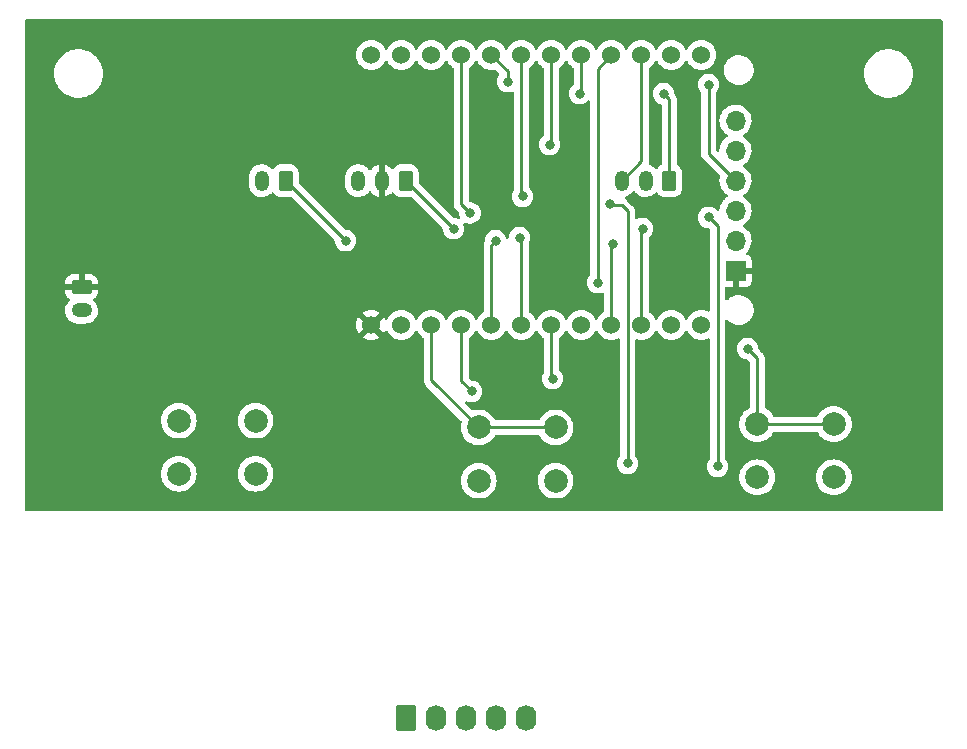
<source format=gbr>
%TF.GenerationSoftware,KiCad,Pcbnew,6.0.0-d3dd2cf0fa~116~ubuntu21.04.1*%
%TF.CreationDate,2022-01-04T14:06:44-05:00*%
%TF.ProjectId,control_pcb,636f6e74-726f-46c5-9f70-63622e6b6963,rev?*%
%TF.SameCoordinates,Original*%
%TF.FileFunction,Copper,L1,Top*%
%TF.FilePolarity,Positive*%
%FSLAX46Y46*%
G04 Gerber Fmt 4.6, Leading zero omitted, Abs format (unit mm)*
G04 Created by KiCad (PCBNEW 6.0.0-d3dd2cf0fa~116~ubuntu21.04.1) date 2022-01-04 14:06:44*
%MOMM*%
%LPD*%
G01*
G04 APERTURE LIST*
G04 Aperture macros list*
%AMRoundRect*
0 Rectangle with rounded corners*
0 $1 Rounding radius*
0 $2 $3 $4 $5 $6 $7 $8 $9 X,Y pos of 4 corners*
0 Add a 4 corners polygon primitive as box body*
4,1,4,$2,$3,$4,$5,$6,$7,$8,$9,$2,$3,0*
0 Add four circle primitives for the rounded corners*
1,1,$1+$1,$2,$3*
1,1,$1+$1,$4,$5*
1,1,$1+$1,$6,$7*
1,1,$1+$1,$8,$9*
0 Add four rect primitives between the rounded corners*
20,1,$1+$1,$2,$3,$4,$5,0*
20,1,$1+$1,$4,$5,$6,$7,0*
20,1,$1+$1,$6,$7,$8,$9,0*
20,1,$1+$1,$8,$9,$2,$3,0*%
G04 Aperture macros list end*
%TA.AperFunction,ComponentPad*%
%ADD10RoundRect,0.250000X-0.620000X-0.845000X0.620000X-0.845000X0.620000X0.845000X-0.620000X0.845000X0*%
%TD*%
%TA.AperFunction,ComponentPad*%
%ADD11O,1.740000X2.190000*%
%TD*%
%TA.AperFunction,ComponentPad*%
%ADD12C,1.524000*%
%TD*%
%TA.AperFunction,ComponentPad*%
%ADD13C,2.000000*%
%TD*%
%TA.AperFunction,ComponentPad*%
%ADD14O,1.200000X1.750000*%
%TD*%
%TA.AperFunction,ComponentPad*%
%ADD15RoundRect,0.250000X0.350000X0.625000X-0.350000X0.625000X-0.350000X-0.625000X0.350000X-0.625000X0*%
%TD*%
%TA.AperFunction,ComponentPad*%
%ADD16RoundRect,0.250000X-0.625000X0.350000X-0.625000X-0.350000X0.625000X-0.350000X0.625000X0.350000X0*%
%TD*%
%TA.AperFunction,ComponentPad*%
%ADD17O,1.750000X1.200000*%
%TD*%
%TA.AperFunction,ComponentPad*%
%ADD18R,1.700000X1.700000*%
%TD*%
%TA.AperFunction,ComponentPad*%
%ADD19O,1.700000X1.700000*%
%TD*%
%TA.AperFunction,ViaPad*%
%ADD20C,0.800000*%
%TD*%
%TA.AperFunction,Conductor*%
%ADD21C,0.250000*%
%TD*%
G04 APERTURE END LIST*
D10*
%TO.P,J4,1,Pin_1*%
%TO.N,+BATT*%
X134366000Y-135870000D03*
D11*
%TO.P,J4,2,Pin_2*%
%TO.N,/DRL_FET*%
X136906000Y-135870000D03*
%TO.P,J4,3,Pin_3*%
%TO.N,/DRL_LID*%
X139446000Y-135870000D03*
%TO.P,J4,4,Pin_4*%
%TO.N,/DRL_SPIN*%
X141986000Y-135870000D03*
%TO.P,J4,5,Pin_5*%
%TO.N,GND*%
X144526000Y-135870000D03*
%TD*%
D12*
%TO.P,TTGO1,1,5V*%
%TO.N,VDD*%
X131466000Y-102572000D03*
%TO.P,TTGO1,2,GND*%
%TO.N,GNDD*%
X134006000Y-102572000D03*
%TO.P,TTGO1,3,GPIO27*%
%TO.N,/IND_ON*%
X136546000Y-102572000D03*
%TO.P,TTGO1,4,GPIO26*%
%TO.N,/FET_OUT*%
X139086000Y-102572000D03*
%TO.P,TTGO1,5,GPIO25*%
%TO.N,/BUZZER*%
X141626000Y-102572000D03*
%TO.P,TTGO1,6,GPIO33*%
%TO.N,/RELAY*%
X144166000Y-102572000D03*
%TO.P,TTGO1,7,GPIO32*%
%TO.N,/IND_OFF*%
X146706000Y-102572000D03*
%TO.P,TTGO1,8,SVN*%
%TO.N,unconnected-(TTGO1-Pad8)*%
X149246000Y-102572000D03*
%TO.P,TTGO1,9,GPIO38*%
%TO.N,/GPIO38*%
X151786000Y-102572000D03*
%TO.P,TTGO1,10,GPIO37*%
%TO.N,/GPIO37*%
X154326000Y-102572000D03*
%TO.P,TTGO1,11,SVP*%
%TO.N,unconnected-(TTGO1-Pad11)*%
X156866000Y-102572000D03*
%TO.P,TTGO1,12,3.3V*%
%TO.N,unconnected-(TTGO1-Pad12)*%
X159406000Y-102572000D03*
%TO.P,TTGO1,13,GND*%
%TO.N,GNDD*%
X159406000Y-79712000D03*
%TO.P,TTGO1,14,GND*%
X156866000Y-79712000D03*
%TO.P,TTGO1,15,GPIO21*%
%TO.N,/SW_NUDGE*%
X154326000Y-79712000D03*
%TO.P,TTGO1,16,GPIO22*%
%TO.N,/IND_PULSE*%
X151786000Y-79712000D03*
%TO.P,TTGO1,17,GPIO17*%
%TO.N,/SW_ARM*%
X149246000Y-79712000D03*
%TO.P,TTGO1,18,GPIO2*%
%TO.N,/GPIO2*%
X146706000Y-79712000D03*
%TO.P,TTGO1,19,GPIO15*%
%TO.N,/SW_LID*%
X144166000Y-79712000D03*
%TO.P,TTGO1,20,GPIO13*%
%TO.N,/GPIO13*%
X141626000Y-79712000D03*
%TO.P,TTGO1,21,GPIO12*%
%TO.N,/SW_SPIN*%
X139086000Y-79712000D03*
%TO.P,TTGO1,22,GND*%
%TO.N,GNDD*%
X136546000Y-79712000D03*
%TO.P,TTGO1,23,GND*%
X134006000Y-79712000D03*
%TO.P,TTGO1,24,3.3V*%
%TO.N,unconnected-(TTGO1-Pad24)*%
X131466000Y-79712000D03*
%TD*%
D13*
%TO.P,SW2,1,A*%
%TO.N,/IND_OFF*%
X121666000Y-110672000D03*
X115166000Y-110672000D03*
%TO.P,SW2,2,B*%
%TO.N,GNDD*%
X121666000Y-115172000D03*
X115166000Y-115172000D03*
%TD*%
%TO.P,SW3,1,A*%
%TO.N,/IND_ON*%
X147066000Y-111252000D03*
X140566000Y-111252000D03*
%TO.P,SW3,2,B*%
%TO.N,GNDD*%
X147066000Y-115752000D03*
X140566000Y-115752000D03*
%TD*%
%TO.P,SW4,1,A*%
%TO.N,/IND_PULSE*%
X164136000Y-110962000D03*
X170636000Y-110962000D03*
%TO.P,SW4,2,B*%
%TO.N,GNDD*%
X170636000Y-115462000D03*
X164136000Y-115462000D03*
%TD*%
D14*
%TO.P,J3,3,Pin_3*%
%TO.N,GNDD*%
X130366000Y-90352000D03*
%TO.P,J3,2,Pin_2*%
%TO.N,VDD*%
X132366000Y-90352000D03*
D15*
%TO.P,J3,1,Pin_1*%
%TO.N,/RELAY*%
X134366000Y-90352000D03*
%TD*%
%TO.P,J5,1,Pin_1*%
%TO.N,/SW_ARM*%
X156686000Y-90352000D03*
D14*
%TO.P,J5,2,Pin_2*%
%TO.N,GNDD*%
X154686000Y-90352000D03*
%TO.P,J5,3,Pin_3*%
%TO.N,/SW_NUDGE*%
X152686000Y-90352000D03*
%TD*%
D16*
%TO.P,J6,1,Pin_1*%
%TO.N,VDD*%
X106934000Y-99346000D03*
D17*
%TO.P,J6,2,Pin_2*%
%TO.N,GNDD*%
X106934000Y-101346000D03*
%TD*%
D15*
%TO.P,J2,1,Pin_1*%
%TO.N,/BUZZER*%
X124206000Y-90352000D03*
D14*
%TO.P,J2,2,Pin_2*%
%TO.N,GNDD*%
X122206000Y-90352000D03*
%TD*%
D18*
%TO.P,J1,1,Pin_1*%
%TO.N,VDD*%
X162306000Y-97972000D03*
D19*
%TO.P,J1,2,Pin_2*%
%TO.N,/GPIO38*%
X162306000Y-95432000D03*
%TO.P,J1,3,Pin_3*%
%TO.N,/GPIO37*%
X162306000Y-92892000D03*
%TO.P,J1,4,Pin_4*%
%TO.N,/GPIO13*%
X162306000Y-90352000D03*
%TO.P,J1,5,Pin_5*%
%TO.N,/GPIO2*%
X162306000Y-87812000D03*
%TO.P,J1,6,Pin_6*%
%TO.N,GNDD*%
X162306000Y-85272000D03*
%TD*%
D20*
%TO.N,/SW_SPIN*%
X139827000Y-93091000D03*
%TO.N,/SW_LID*%
X144272000Y-91694000D03*
X153162000Y-114300000D03*
X151638000Y-92366500D03*
%TO.N,/SW_SPIN*%
X160782000Y-114554000D03*
X160020000Y-93472000D03*
%TO.N,/FET_OUT*%
X139954000Y-108204000D03*
%TO.N,/GPIO38*%
X151892000Y-95686000D03*
%TO.N,/GPIO37*%
X154432000Y-94416000D03*
%TO.N,/GPIO13*%
X143002000Y-81970000D03*
X160020000Y-82224000D03*
%TO.N,/GPIO2*%
X146558000Y-87304000D03*
%TO.N,/BUZZER*%
X129286000Y-95432000D03*
X141986000Y-95432000D03*
%TO.N,/RELAY*%
X144018000Y-95178000D03*
X138430000Y-94416000D03*
%TO.N,/SW_ARM*%
X156210000Y-82986000D03*
X149098000Y-82986000D03*
%TO.N,/IND_OFF*%
X146812000Y-107116000D03*
%TO.N,/IND_PULSE*%
X150622000Y-98988000D03*
X163322000Y-104576000D03*
%TD*%
D21*
%TO.N,/SW_SPIN*%
X139086000Y-92350000D02*
X139827000Y-93091000D01*
X139086000Y-92350000D02*
X139086000Y-79712000D01*
%TO.N,/SW_LID*%
X144272000Y-91694000D02*
X144166000Y-91588000D01*
X153162000Y-92964000D02*
X152654000Y-92456000D01*
X152654000Y-92456000D02*
X151727500Y-92456000D01*
X153162000Y-114300000D02*
X153162000Y-92964000D01*
X151727500Y-92456000D02*
X151638000Y-92366500D01*
X144166000Y-91588000D02*
X144166000Y-79712000D01*
%TO.N,/SW_SPIN*%
X160020000Y-93472000D02*
X160782000Y-94234000D01*
X160782000Y-114046000D02*
X160782000Y-114554000D01*
X160782000Y-94234000D02*
X160782000Y-114046000D01*
%TO.N,/FET_OUT*%
X139086000Y-107336000D02*
X139086000Y-102572000D01*
X139954000Y-108204000D02*
X139086000Y-107336000D01*
%TO.N,/GPIO38*%
X151786000Y-102572000D02*
X151786000Y-95792000D01*
X151786000Y-95792000D02*
X151892000Y-95686000D01*
%TO.N,/GPIO37*%
X154326000Y-94522000D02*
X154326000Y-102572000D01*
X154432000Y-94416000D02*
X154326000Y-94522000D01*
%TO.N,/GPIO13*%
X143002000Y-81088000D02*
X143002000Y-81970000D01*
X160020000Y-88066000D02*
X162306000Y-90352000D01*
X160020000Y-82224000D02*
X160020000Y-88066000D01*
X141626000Y-79712000D02*
X143002000Y-81088000D01*
%TO.N,/GPIO2*%
X146706000Y-87156000D02*
X146706000Y-79712000D01*
X146558000Y-87304000D02*
X146706000Y-87156000D01*
%TO.N,/BUZZER*%
X141626000Y-95792000D02*
X141626000Y-102572000D01*
X141986000Y-95432000D02*
X141626000Y-95792000D01*
X124206000Y-90352000D02*
X129286000Y-95432000D01*
%TO.N,/RELAY*%
X134366000Y-90352000D02*
X138430000Y-94416000D01*
X144018000Y-95178000D02*
X144166000Y-95326000D01*
X144166000Y-95326000D02*
X144166000Y-102572000D01*
%TO.N,/SW_ARM*%
X156686000Y-83462000D02*
X156210000Y-82986000D01*
X149246000Y-82838000D02*
X149246000Y-79712000D01*
X149098000Y-82986000D02*
X149246000Y-82838000D01*
X156686000Y-90352000D02*
X156686000Y-83462000D01*
%TO.N,/SW_NUDGE*%
X154326000Y-79712000D02*
X154326000Y-88712000D01*
X154326000Y-88712000D02*
X152686000Y-90352000D01*
%TO.N,/IND_OFF*%
X146706000Y-107010000D02*
X146706000Y-102572000D01*
X146812000Y-107116000D02*
X146706000Y-107010000D01*
%TO.N,/IND_ON*%
X136546000Y-102572000D02*
X136546000Y-107232000D01*
X147066000Y-111252000D02*
X140566000Y-111252000D01*
X136546000Y-107232000D02*
X140566000Y-111252000D01*
%TO.N,/IND_PULSE*%
X150622000Y-80876000D02*
X150622000Y-98988000D01*
X164136000Y-110962000D02*
X170636000Y-110962000D01*
X164136000Y-105390000D02*
X164136000Y-110962000D01*
X163322000Y-104576000D02*
X164136000Y-105390000D01*
X151786000Y-79712000D02*
X150622000Y-80876000D01*
%TD*%
%TA.AperFunction,Conductor*%
%TO.N,VDD*%
G36*
X179774121Y-76728002D02*
G01*
X179820614Y-76781658D01*
X179832000Y-76834000D01*
X179832000Y-118238000D01*
X179811998Y-118306121D01*
X179758342Y-118352614D01*
X179706000Y-118364000D01*
X102234000Y-118364000D01*
X102165879Y-118343998D01*
X102119386Y-118290342D01*
X102108000Y-118238000D01*
X102108000Y-115172000D01*
X113652835Y-115172000D01*
X113671465Y-115408711D01*
X113672619Y-115413518D01*
X113672620Y-115413524D01*
X113707640Y-115559391D01*
X113726895Y-115639594D01*
X113728788Y-115644165D01*
X113728789Y-115644167D01*
X113773455Y-115752000D01*
X113817760Y-115858963D01*
X113820346Y-115863183D01*
X113939241Y-116057202D01*
X113939245Y-116057208D01*
X113941824Y-116061416D01*
X114096031Y-116241969D01*
X114276584Y-116396176D01*
X114280792Y-116398755D01*
X114280798Y-116398759D01*
X114474817Y-116517654D01*
X114479037Y-116520240D01*
X114483607Y-116522133D01*
X114483611Y-116522135D01*
X114693833Y-116609211D01*
X114698406Y-116611105D01*
X114778609Y-116630360D01*
X114924476Y-116665380D01*
X114924482Y-116665381D01*
X114929289Y-116666535D01*
X115166000Y-116685165D01*
X115402711Y-116666535D01*
X115407518Y-116665381D01*
X115407524Y-116665380D01*
X115553391Y-116630360D01*
X115633594Y-116611105D01*
X115638167Y-116609211D01*
X115848389Y-116522135D01*
X115848393Y-116522133D01*
X115852963Y-116520240D01*
X115857183Y-116517654D01*
X116051202Y-116398759D01*
X116051208Y-116398755D01*
X116055416Y-116396176D01*
X116235969Y-116241969D01*
X116390176Y-116061416D01*
X116392755Y-116057208D01*
X116392759Y-116057202D01*
X116511654Y-115863183D01*
X116514240Y-115858963D01*
X116558546Y-115752000D01*
X116603211Y-115644167D01*
X116603212Y-115644165D01*
X116605105Y-115639594D01*
X116624360Y-115559391D01*
X116659380Y-115413524D01*
X116659381Y-115413518D01*
X116660535Y-115408711D01*
X116679165Y-115172000D01*
X120152835Y-115172000D01*
X120171465Y-115408711D01*
X120172619Y-115413518D01*
X120172620Y-115413524D01*
X120207640Y-115559391D01*
X120226895Y-115639594D01*
X120228788Y-115644165D01*
X120228789Y-115644167D01*
X120273455Y-115752000D01*
X120317760Y-115858963D01*
X120320346Y-115863183D01*
X120439241Y-116057202D01*
X120439245Y-116057208D01*
X120441824Y-116061416D01*
X120596031Y-116241969D01*
X120776584Y-116396176D01*
X120780792Y-116398755D01*
X120780798Y-116398759D01*
X120974817Y-116517654D01*
X120979037Y-116520240D01*
X120983607Y-116522133D01*
X120983611Y-116522135D01*
X121193833Y-116609211D01*
X121198406Y-116611105D01*
X121278609Y-116630360D01*
X121424476Y-116665380D01*
X121424482Y-116665381D01*
X121429289Y-116666535D01*
X121666000Y-116685165D01*
X121902711Y-116666535D01*
X121907518Y-116665381D01*
X121907524Y-116665380D01*
X122053391Y-116630360D01*
X122133594Y-116611105D01*
X122138167Y-116609211D01*
X122348389Y-116522135D01*
X122348393Y-116522133D01*
X122352963Y-116520240D01*
X122357183Y-116517654D01*
X122551202Y-116398759D01*
X122551208Y-116398755D01*
X122555416Y-116396176D01*
X122735969Y-116241969D01*
X122890176Y-116061416D01*
X122892755Y-116057208D01*
X122892759Y-116057202D01*
X123011654Y-115863183D01*
X123014240Y-115858963D01*
X123058546Y-115752000D01*
X139052835Y-115752000D01*
X139071465Y-115988711D01*
X139126895Y-116219594D01*
X139128788Y-116224165D01*
X139128789Y-116224167D01*
X139179752Y-116347202D01*
X139217760Y-116438963D01*
X139220346Y-116443183D01*
X139339241Y-116637202D01*
X139339245Y-116637208D01*
X139341824Y-116641416D01*
X139496031Y-116821969D01*
X139676584Y-116976176D01*
X139680792Y-116978755D01*
X139680798Y-116978759D01*
X139874817Y-117097654D01*
X139879037Y-117100240D01*
X139883607Y-117102133D01*
X139883611Y-117102135D01*
X140093833Y-117189211D01*
X140098406Y-117191105D01*
X140178609Y-117210360D01*
X140324476Y-117245380D01*
X140324482Y-117245381D01*
X140329289Y-117246535D01*
X140566000Y-117265165D01*
X140802711Y-117246535D01*
X140807518Y-117245381D01*
X140807524Y-117245380D01*
X140953391Y-117210360D01*
X141033594Y-117191105D01*
X141038167Y-117189211D01*
X141248389Y-117102135D01*
X141248393Y-117102133D01*
X141252963Y-117100240D01*
X141257183Y-117097654D01*
X141451202Y-116978759D01*
X141451208Y-116978755D01*
X141455416Y-116976176D01*
X141635969Y-116821969D01*
X141790176Y-116641416D01*
X141792755Y-116637208D01*
X141792759Y-116637202D01*
X141911654Y-116443183D01*
X141914240Y-116438963D01*
X141952249Y-116347202D01*
X142003211Y-116224167D01*
X142003212Y-116224165D01*
X142005105Y-116219594D01*
X142060535Y-115988711D01*
X142079165Y-115752000D01*
X145552835Y-115752000D01*
X145571465Y-115988711D01*
X145626895Y-116219594D01*
X145628788Y-116224165D01*
X145628789Y-116224167D01*
X145679752Y-116347202D01*
X145717760Y-116438963D01*
X145720346Y-116443183D01*
X145839241Y-116637202D01*
X145839245Y-116637208D01*
X145841824Y-116641416D01*
X145996031Y-116821969D01*
X146176584Y-116976176D01*
X146180792Y-116978755D01*
X146180798Y-116978759D01*
X146374817Y-117097654D01*
X146379037Y-117100240D01*
X146383607Y-117102133D01*
X146383611Y-117102135D01*
X146593833Y-117189211D01*
X146598406Y-117191105D01*
X146678609Y-117210360D01*
X146824476Y-117245380D01*
X146824482Y-117245381D01*
X146829289Y-117246535D01*
X147066000Y-117265165D01*
X147302711Y-117246535D01*
X147307518Y-117245381D01*
X147307524Y-117245380D01*
X147453391Y-117210360D01*
X147533594Y-117191105D01*
X147538167Y-117189211D01*
X147748389Y-117102135D01*
X147748393Y-117102133D01*
X147752963Y-117100240D01*
X147757183Y-117097654D01*
X147951202Y-116978759D01*
X147951208Y-116978755D01*
X147955416Y-116976176D01*
X148135969Y-116821969D01*
X148290176Y-116641416D01*
X148292755Y-116637208D01*
X148292759Y-116637202D01*
X148411654Y-116443183D01*
X148414240Y-116438963D01*
X148452249Y-116347202D01*
X148503211Y-116224167D01*
X148503212Y-116224165D01*
X148505105Y-116219594D01*
X148560535Y-115988711D01*
X148579165Y-115752000D01*
X148560535Y-115515289D01*
X148547742Y-115462000D01*
X148506260Y-115289218D01*
X148505105Y-115284406D01*
X148482662Y-115230223D01*
X148416135Y-115069611D01*
X148416133Y-115069607D01*
X148414240Y-115065037D01*
X148358425Y-114973955D01*
X148292759Y-114866798D01*
X148292755Y-114866792D01*
X148290176Y-114862584D01*
X148135969Y-114682031D01*
X147955416Y-114527824D01*
X147951208Y-114525245D01*
X147951202Y-114525241D01*
X147757183Y-114406346D01*
X147752963Y-114403760D01*
X147748393Y-114401867D01*
X147748389Y-114401865D01*
X147538167Y-114314789D01*
X147538165Y-114314788D01*
X147533594Y-114312895D01*
X147424892Y-114286798D01*
X147307524Y-114258620D01*
X147307518Y-114258619D01*
X147302711Y-114257465D01*
X147066000Y-114238835D01*
X146829289Y-114257465D01*
X146824482Y-114258619D01*
X146824476Y-114258620D01*
X146707108Y-114286798D01*
X146598406Y-114312895D01*
X146593835Y-114314788D01*
X146593833Y-114314789D01*
X146383611Y-114401865D01*
X146383607Y-114401867D01*
X146379037Y-114403760D01*
X146374817Y-114406346D01*
X146180798Y-114525241D01*
X146180792Y-114525245D01*
X146176584Y-114527824D01*
X145996031Y-114682031D01*
X145841824Y-114862584D01*
X145839245Y-114866792D01*
X145839241Y-114866798D01*
X145773575Y-114973955D01*
X145717760Y-115065037D01*
X145715867Y-115069607D01*
X145715865Y-115069611D01*
X145649338Y-115230223D01*
X145626895Y-115284406D01*
X145625740Y-115289218D01*
X145584259Y-115462000D01*
X145571465Y-115515289D01*
X145552835Y-115752000D01*
X142079165Y-115752000D01*
X142060535Y-115515289D01*
X142047742Y-115462000D01*
X142006260Y-115289218D01*
X142005105Y-115284406D01*
X141982662Y-115230223D01*
X141916135Y-115069611D01*
X141916133Y-115069607D01*
X141914240Y-115065037D01*
X141858425Y-114973955D01*
X141792759Y-114866798D01*
X141792755Y-114866792D01*
X141790176Y-114862584D01*
X141635969Y-114682031D01*
X141455416Y-114527824D01*
X141451208Y-114525245D01*
X141451202Y-114525241D01*
X141257183Y-114406346D01*
X141252963Y-114403760D01*
X141248393Y-114401867D01*
X141248389Y-114401865D01*
X141038167Y-114314789D01*
X141038165Y-114314788D01*
X141033594Y-114312895D01*
X140924892Y-114286798D01*
X140807524Y-114258620D01*
X140807518Y-114258619D01*
X140802711Y-114257465D01*
X140566000Y-114238835D01*
X140329289Y-114257465D01*
X140324482Y-114258619D01*
X140324476Y-114258620D01*
X140207108Y-114286798D01*
X140098406Y-114312895D01*
X140093835Y-114314788D01*
X140093833Y-114314789D01*
X139883611Y-114401865D01*
X139883607Y-114401867D01*
X139879037Y-114403760D01*
X139874817Y-114406346D01*
X139680798Y-114525241D01*
X139680792Y-114525245D01*
X139676584Y-114527824D01*
X139496031Y-114682031D01*
X139341824Y-114862584D01*
X139339245Y-114866792D01*
X139339241Y-114866798D01*
X139273575Y-114973955D01*
X139217760Y-115065037D01*
X139215867Y-115069607D01*
X139215865Y-115069611D01*
X139149338Y-115230223D01*
X139126895Y-115284406D01*
X139125740Y-115289218D01*
X139084259Y-115462000D01*
X139071465Y-115515289D01*
X139052835Y-115752000D01*
X123058546Y-115752000D01*
X123103211Y-115644167D01*
X123103212Y-115644165D01*
X123105105Y-115639594D01*
X123124360Y-115559391D01*
X123159380Y-115413524D01*
X123159381Y-115413518D01*
X123160535Y-115408711D01*
X123179165Y-115172000D01*
X123160535Y-114935289D01*
X123158199Y-114925556D01*
X123121049Y-114770817D01*
X123105105Y-114704406D01*
X123088895Y-114665271D01*
X123016135Y-114489611D01*
X123016133Y-114489607D01*
X123014240Y-114485037D01*
X122963272Y-114401865D01*
X122892759Y-114286798D01*
X122892755Y-114286792D01*
X122890176Y-114282584D01*
X122735969Y-114102031D01*
X122555416Y-113947824D01*
X122551208Y-113945245D01*
X122551202Y-113945241D01*
X122357183Y-113826346D01*
X122352963Y-113823760D01*
X122348393Y-113821867D01*
X122348389Y-113821865D01*
X122138167Y-113734789D01*
X122138165Y-113734788D01*
X122133594Y-113732895D01*
X122053391Y-113713640D01*
X121907524Y-113678620D01*
X121907518Y-113678619D01*
X121902711Y-113677465D01*
X121666000Y-113658835D01*
X121429289Y-113677465D01*
X121424482Y-113678619D01*
X121424476Y-113678620D01*
X121278609Y-113713640D01*
X121198406Y-113732895D01*
X121193835Y-113734788D01*
X121193833Y-113734789D01*
X120983611Y-113821865D01*
X120983607Y-113821867D01*
X120979037Y-113823760D01*
X120974817Y-113826346D01*
X120780798Y-113945241D01*
X120780792Y-113945245D01*
X120776584Y-113947824D01*
X120596031Y-114102031D01*
X120441824Y-114282584D01*
X120439245Y-114286792D01*
X120439241Y-114286798D01*
X120368728Y-114401865D01*
X120317760Y-114485037D01*
X120315867Y-114489607D01*
X120315865Y-114489611D01*
X120243105Y-114665271D01*
X120226895Y-114704406D01*
X120210951Y-114770817D01*
X120173802Y-114925556D01*
X120171465Y-114935289D01*
X120152835Y-115172000D01*
X116679165Y-115172000D01*
X116660535Y-114935289D01*
X116658199Y-114925556D01*
X116621049Y-114770817D01*
X116605105Y-114704406D01*
X116588895Y-114665271D01*
X116516135Y-114489611D01*
X116516133Y-114489607D01*
X116514240Y-114485037D01*
X116463272Y-114401865D01*
X116392759Y-114286798D01*
X116392755Y-114286792D01*
X116390176Y-114282584D01*
X116235969Y-114102031D01*
X116055416Y-113947824D01*
X116051208Y-113945245D01*
X116051202Y-113945241D01*
X115857183Y-113826346D01*
X115852963Y-113823760D01*
X115848393Y-113821867D01*
X115848389Y-113821865D01*
X115638167Y-113734789D01*
X115638165Y-113734788D01*
X115633594Y-113732895D01*
X115553391Y-113713640D01*
X115407524Y-113678620D01*
X115407518Y-113678619D01*
X115402711Y-113677465D01*
X115166000Y-113658835D01*
X114929289Y-113677465D01*
X114924482Y-113678619D01*
X114924476Y-113678620D01*
X114778609Y-113713640D01*
X114698406Y-113732895D01*
X114693835Y-113734788D01*
X114693833Y-113734789D01*
X114483611Y-113821865D01*
X114483607Y-113821867D01*
X114479037Y-113823760D01*
X114474817Y-113826346D01*
X114280798Y-113945241D01*
X114280792Y-113945245D01*
X114276584Y-113947824D01*
X114096031Y-114102031D01*
X113941824Y-114282584D01*
X113939245Y-114286792D01*
X113939241Y-114286798D01*
X113868728Y-114401865D01*
X113817760Y-114485037D01*
X113815867Y-114489607D01*
X113815865Y-114489611D01*
X113743105Y-114665271D01*
X113726895Y-114704406D01*
X113710951Y-114770817D01*
X113673802Y-114925556D01*
X113671465Y-114935289D01*
X113652835Y-115172000D01*
X102108000Y-115172000D01*
X102108000Y-110672000D01*
X113652835Y-110672000D01*
X113671465Y-110908711D01*
X113672619Y-110913518D01*
X113672620Y-110913524D01*
X113707640Y-111059391D01*
X113726895Y-111139594D01*
X113728788Y-111144165D01*
X113728789Y-111144167D01*
X113773455Y-111252000D01*
X113817760Y-111358963D01*
X113820346Y-111363183D01*
X113939241Y-111557202D01*
X113939245Y-111557208D01*
X113941824Y-111561416D01*
X114096031Y-111741969D01*
X114276584Y-111896176D01*
X114280792Y-111898755D01*
X114280798Y-111898759D01*
X114357342Y-111945665D01*
X114479037Y-112020240D01*
X114483607Y-112022133D01*
X114483611Y-112022135D01*
X114693833Y-112109211D01*
X114698406Y-112111105D01*
X114778609Y-112130360D01*
X114924476Y-112165380D01*
X114924482Y-112165381D01*
X114929289Y-112166535D01*
X115166000Y-112185165D01*
X115402711Y-112166535D01*
X115407518Y-112165381D01*
X115407524Y-112165380D01*
X115553391Y-112130360D01*
X115633594Y-112111105D01*
X115638167Y-112109211D01*
X115848389Y-112022135D01*
X115848393Y-112022133D01*
X115852963Y-112020240D01*
X115974658Y-111945665D01*
X116051202Y-111898759D01*
X116051208Y-111898755D01*
X116055416Y-111896176D01*
X116235969Y-111741969D01*
X116390176Y-111561416D01*
X116392755Y-111557208D01*
X116392759Y-111557202D01*
X116511654Y-111363183D01*
X116514240Y-111358963D01*
X116558546Y-111252000D01*
X116603211Y-111144167D01*
X116603212Y-111144165D01*
X116605105Y-111139594D01*
X116624360Y-111059391D01*
X116659380Y-110913524D01*
X116659381Y-110913518D01*
X116660535Y-110908711D01*
X116679165Y-110672000D01*
X120152835Y-110672000D01*
X120171465Y-110908711D01*
X120172619Y-110913518D01*
X120172620Y-110913524D01*
X120207640Y-111059391D01*
X120226895Y-111139594D01*
X120228788Y-111144165D01*
X120228789Y-111144167D01*
X120273455Y-111252000D01*
X120317760Y-111358963D01*
X120320346Y-111363183D01*
X120439241Y-111557202D01*
X120439245Y-111557208D01*
X120441824Y-111561416D01*
X120596031Y-111741969D01*
X120776584Y-111896176D01*
X120780792Y-111898755D01*
X120780798Y-111898759D01*
X120857342Y-111945665D01*
X120979037Y-112020240D01*
X120983607Y-112022133D01*
X120983611Y-112022135D01*
X121193833Y-112109211D01*
X121198406Y-112111105D01*
X121278609Y-112130360D01*
X121424476Y-112165380D01*
X121424482Y-112165381D01*
X121429289Y-112166535D01*
X121666000Y-112185165D01*
X121902711Y-112166535D01*
X121907518Y-112165381D01*
X121907524Y-112165380D01*
X122053391Y-112130360D01*
X122133594Y-112111105D01*
X122138167Y-112109211D01*
X122348389Y-112022135D01*
X122348393Y-112022133D01*
X122352963Y-112020240D01*
X122474658Y-111945665D01*
X122551202Y-111898759D01*
X122551208Y-111898755D01*
X122555416Y-111896176D01*
X122735969Y-111741969D01*
X122890176Y-111561416D01*
X122892755Y-111557208D01*
X122892759Y-111557202D01*
X123011654Y-111363183D01*
X123014240Y-111358963D01*
X123058546Y-111252000D01*
X123103211Y-111144167D01*
X123103212Y-111144165D01*
X123105105Y-111139594D01*
X123124360Y-111059391D01*
X123159380Y-110913524D01*
X123159381Y-110913518D01*
X123160535Y-110908711D01*
X123179165Y-110672000D01*
X123160535Y-110435289D01*
X123105105Y-110204406D01*
X123094508Y-110178823D01*
X123016135Y-109989611D01*
X123016133Y-109989607D01*
X123014240Y-109985037D01*
X122963272Y-109901865D01*
X122892759Y-109786798D01*
X122892755Y-109786792D01*
X122890176Y-109782584D01*
X122735969Y-109602031D01*
X122555416Y-109447824D01*
X122551208Y-109445245D01*
X122551202Y-109445241D01*
X122357183Y-109326346D01*
X122352963Y-109323760D01*
X122348393Y-109321867D01*
X122348389Y-109321865D01*
X122138167Y-109234789D01*
X122138165Y-109234788D01*
X122133594Y-109232895D01*
X122053391Y-109213640D01*
X121907524Y-109178620D01*
X121907518Y-109178619D01*
X121902711Y-109177465D01*
X121666000Y-109158835D01*
X121429289Y-109177465D01*
X121424482Y-109178619D01*
X121424476Y-109178620D01*
X121278609Y-109213640D01*
X121198406Y-109232895D01*
X121193835Y-109234788D01*
X121193833Y-109234789D01*
X120983611Y-109321865D01*
X120983607Y-109321867D01*
X120979037Y-109323760D01*
X120974817Y-109326346D01*
X120780798Y-109445241D01*
X120780792Y-109445245D01*
X120776584Y-109447824D01*
X120596031Y-109602031D01*
X120441824Y-109782584D01*
X120439245Y-109786792D01*
X120439241Y-109786798D01*
X120368728Y-109901865D01*
X120317760Y-109985037D01*
X120315867Y-109989607D01*
X120315865Y-109989611D01*
X120237492Y-110178823D01*
X120226895Y-110204406D01*
X120171465Y-110435289D01*
X120152835Y-110672000D01*
X116679165Y-110672000D01*
X116660535Y-110435289D01*
X116605105Y-110204406D01*
X116594508Y-110178823D01*
X116516135Y-109989611D01*
X116516133Y-109989607D01*
X116514240Y-109985037D01*
X116463272Y-109901865D01*
X116392759Y-109786798D01*
X116392755Y-109786792D01*
X116390176Y-109782584D01*
X116235969Y-109602031D01*
X116055416Y-109447824D01*
X116051208Y-109445245D01*
X116051202Y-109445241D01*
X115857183Y-109326346D01*
X115852963Y-109323760D01*
X115848393Y-109321867D01*
X115848389Y-109321865D01*
X115638167Y-109234789D01*
X115638165Y-109234788D01*
X115633594Y-109232895D01*
X115553391Y-109213640D01*
X115407524Y-109178620D01*
X115407518Y-109178619D01*
X115402711Y-109177465D01*
X115166000Y-109158835D01*
X114929289Y-109177465D01*
X114924482Y-109178619D01*
X114924476Y-109178620D01*
X114778609Y-109213640D01*
X114698406Y-109232895D01*
X114693835Y-109234788D01*
X114693833Y-109234789D01*
X114483611Y-109321865D01*
X114483607Y-109321867D01*
X114479037Y-109323760D01*
X114474817Y-109326346D01*
X114280798Y-109445241D01*
X114280792Y-109445245D01*
X114276584Y-109447824D01*
X114096031Y-109602031D01*
X113941824Y-109782584D01*
X113939245Y-109786792D01*
X113939241Y-109786798D01*
X113868728Y-109901865D01*
X113817760Y-109985037D01*
X113815867Y-109989607D01*
X113815865Y-109989611D01*
X113737492Y-110178823D01*
X113726895Y-110204406D01*
X113671465Y-110435289D01*
X113652835Y-110672000D01*
X102108000Y-110672000D01*
X102108000Y-103630777D01*
X130771777Y-103630777D01*
X130781074Y-103642793D01*
X130824069Y-103672898D01*
X130833555Y-103678376D01*
X131024993Y-103767645D01*
X131035285Y-103771391D01*
X131239309Y-103826059D01*
X131250104Y-103827962D01*
X131460525Y-103846372D01*
X131471475Y-103846372D01*
X131681896Y-103827962D01*
X131692691Y-103826059D01*
X131896715Y-103771391D01*
X131907007Y-103767645D01*
X132098445Y-103678376D01*
X132107931Y-103672898D01*
X132151764Y-103642207D01*
X132160139Y-103631729D01*
X132153071Y-103618281D01*
X131478812Y-102944022D01*
X131464868Y-102936408D01*
X131463035Y-102936539D01*
X131456420Y-102940790D01*
X130778207Y-103619003D01*
X130771777Y-103630777D01*
X102108000Y-103630777D01*
X102108000Y-102577475D01*
X130191628Y-102577475D01*
X130210038Y-102787896D01*
X130211941Y-102798691D01*
X130266609Y-103002715D01*
X130270355Y-103013007D01*
X130359623Y-103204441D01*
X130365103Y-103213932D01*
X130395794Y-103257765D01*
X130406271Y-103266140D01*
X130419718Y-103259072D01*
X131093978Y-102584812D01*
X131101592Y-102570868D01*
X131101461Y-102569035D01*
X131097210Y-102562420D01*
X130418997Y-101884207D01*
X130407223Y-101877777D01*
X130395207Y-101887074D01*
X130365103Y-101930068D01*
X130359623Y-101939559D01*
X130270355Y-102130993D01*
X130266609Y-102141285D01*
X130211941Y-102345309D01*
X130210038Y-102356104D01*
X130191628Y-102566525D01*
X130191628Y-102577475D01*
X102108000Y-102577475D01*
X102108000Y-101291604D01*
X105546787Y-101291604D01*
X105556567Y-101502899D01*
X105557971Y-101508724D01*
X105557971Y-101508725D01*
X105578008Y-101591864D01*
X105606125Y-101708534D01*
X105608607Y-101713992D01*
X105608608Y-101713996D01*
X105652053Y-101809546D01*
X105693674Y-101901087D01*
X105816054Y-102073611D01*
X105968850Y-102219881D01*
X106146548Y-102334620D01*
X106199857Y-102356104D01*
X106337168Y-102411442D01*
X106337171Y-102411443D01*
X106342737Y-102413686D01*
X106550337Y-102454228D01*
X106555899Y-102454500D01*
X107261846Y-102454500D01*
X107419566Y-102439452D01*
X107622534Y-102379908D01*
X107627862Y-102377164D01*
X107805249Y-102285804D01*
X107805252Y-102285802D01*
X107810580Y-102283058D01*
X107976920Y-102152396D01*
X107980852Y-102147865D01*
X107980855Y-102147862D01*
X108111621Y-101997167D01*
X108115552Y-101992637D01*
X108118552Y-101987451D01*
X108118555Y-101987447D01*
X108218467Y-101814742D01*
X108221473Y-101809546D01*
X108290861Y-101609729D01*
X108293451Y-101591864D01*
X108304992Y-101512271D01*
X130771860Y-101512271D01*
X130778928Y-101525718D01*
X131453188Y-102199978D01*
X131467132Y-102207592D01*
X131468965Y-102207461D01*
X131475580Y-102203210D01*
X132153793Y-101524997D01*
X132160223Y-101513223D01*
X132150926Y-101501207D01*
X132107931Y-101471102D01*
X132098445Y-101465624D01*
X131907007Y-101376355D01*
X131896715Y-101372609D01*
X131692691Y-101317941D01*
X131681896Y-101316038D01*
X131471475Y-101297628D01*
X131460525Y-101297628D01*
X131250104Y-101316038D01*
X131239309Y-101317941D01*
X131035285Y-101372609D01*
X131024993Y-101376355D01*
X130833559Y-101465623D01*
X130824068Y-101471103D01*
X130780235Y-101501794D01*
X130771860Y-101512271D01*
X108304992Y-101512271D01*
X108320352Y-101406336D01*
X108320352Y-101406333D01*
X108321213Y-101400396D01*
X108311433Y-101189101D01*
X108261875Y-100983466D01*
X108218525Y-100888122D01*
X108207084Y-100862959D01*
X108174326Y-100790913D01*
X108051946Y-100618389D01*
X108047623Y-100614251D01*
X108047619Y-100614246D01*
X107956309Y-100526836D01*
X107920933Y-100465280D01*
X107924452Y-100394371D01*
X107965749Y-100336621D01*
X107977137Y-100328674D01*
X108026807Y-100297937D01*
X108038208Y-100288901D01*
X108152739Y-100174171D01*
X108161751Y-100162760D01*
X108246816Y-100024757D01*
X108252963Y-100011576D01*
X108304138Y-99857290D01*
X108307005Y-99843914D01*
X108316672Y-99749562D01*
X108317000Y-99743146D01*
X108317000Y-99618115D01*
X108312525Y-99602876D01*
X108311135Y-99601671D01*
X108303452Y-99600000D01*
X105569116Y-99600000D01*
X105553877Y-99604475D01*
X105552672Y-99605865D01*
X105551001Y-99613548D01*
X105551001Y-99743095D01*
X105551338Y-99749614D01*
X105561257Y-99845206D01*
X105564149Y-99858600D01*
X105615588Y-100012784D01*
X105621761Y-100025962D01*
X105707063Y-100163807D01*
X105716099Y-100175208D01*
X105830829Y-100289739D01*
X105842240Y-100298751D01*
X105887655Y-100326745D01*
X105935148Y-100379517D01*
X105946572Y-100449589D01*
X105918298Y-100514713D01*
X105899375Y-100533088D01*
X105891080Y-100539604D01*
X105887148Y-100544135D01*
X105887145Y-100544138D01*
X105822634Y-100618481D01*
X105752448Y-100699363D01*
X105749448Y-100704549D01*
X105749445Y-100704553D01*
X105702312Y-100786026D01*
X105646527Y-100882454D01*
X105577139Y-101082271D01*
X105576278Y-101088206D01*
X105576278Y-101088208D01*
X105550277Y-101267537D01*
X105546787Y-101291604D01*
X102108000Y-101291604D01*
X102108000Y-99073885D01*
X105551000Y-99073885D01*
X105555475Y-99089124D01*
X105556865Y-99090329D01*
X105564548Y-99092000D01*
X106661885Y-99092000D01*
X106677124Y-99087525D01*
X106678329Y-99086135D01*
X106680000Y-99078452D01*
X106680000Y-99073885D01*
X107188000Y-99073885D01*
X107192475Y-99089124D01*
X107193865Y-99090329D01*
X107201548Y-99092000D01*
X108298884Y-99092000D01*
X108314123Y-99087525D01*
X108315328Y-99086135D01*
X108316999Y-99078452D01*
X108316999Y-98948905D01*
X108316662Y-98942386D01*
X108306743Y-98846794D01*
X108303851Y-98833400D01*
X108252412Y-98679216D01*
X108246239Y-98666038D01*
X108160937Y-98528193D01*
X108151901Y-98516792D01*
X108037171Y-98402261D01*
X108025760Y-98393249D01*
X107887757Y-98308184D01*
X107874576Y-98302037D01*
X107720290Y-98250862D01*
X107706914Y-98247995D01*
X107612562Y-98238328D01*
X107606145Y-98238000D01*
X107206115Y-98238000D01*
X107190876Y-98242475D01*
X107189671Y-98243865D01*
X107188000Y-98251548D01*
X107188000Y-99073885D01*
X106680000Y-99073885D01*
X106680000Y-98256116D01*
X106675525Y-98240877D01*
X106674135Y-98239672D01*
X106666452Y-98238001D01*
X106261905Y-98238001D01*
X106255386Y-98238338D01*
X106159794Y-98248257D01*
X106146400Y-98251149D01*
X105992216Y-98302588D01*
X105979038Y-98308761D01*
X105841193Y-98394063D01*
X105829792Y-98403099D01*
X105715261Y-98517829D01*
X105706249Y-98529240D01*
X105621184Y-98667243D01*
X105615037Y-98680424D01*
X105563862Y-98834710D01*
X105560995Y-98848086D01*
X105551328Y-98942438D01*
X105551000Y-98948855D01*
X105551000Y-99073885D01*
X102108000Y-99073885D01*
X102108000Y-90679846D01*
X121097500Y-90679846D01*
X121112548Y-90837566D01*
X121172092Y-91040534D01*
X121174836Y-91045861D01*
X121174836Y-91045862D01*
X121235050Y-91162774D01*
X121268942Y-91228580D01*
X121399604Y-91394920D01*
X121404135Y-91398852D01*
X121404138Y-91398855D01*
X121533923Y-91511476D01*
X121559363Y-91533552D01*
X121564549Y-91536552D01*
X121564553Y-91536555D01*
X121660957Y-91592326D01*
X121742454Y-91639473D01*
X121942271Y-91708861D01*
X121948206Y-91709722D01*
X121948208Y-91709722D01*
X122145664Y-91738352D01*
X122145667Y-91738352D01*
X122151604Y-91739213D01*
X122362899Y-91729433D01*
X122509924Y-91694000D01*
X122562701Y-91681281D01*
X122562703Y-91681280D01*
X122568534Y-91679875D01*
X122573992Y-91677393D01*
X122573996Y-91677392D01*
X122697705Y-91621144D01*
X122761087Y-91592326D01*
X122933611Y-91469946D01*
X122937753Y-91465619D01*
X122937759Y-91465614D01*
X123024806Y-91374683D01*
X123086361Y-91339306D01*
X123157270Y-91342825D01*
X123215021Y-91384121D01*
X123222965Y-91395504D01*
X123257522Y-91451348D01*
X123382697Y-91576305D01*
X123388927Y-91580145D01*
X123388928Y-91580146D01*
X123526090Y-91664694D01*
X123533262Y-91669115D01*
X123601098Y-91691615D01*
X123694611Y-91722632D01*
X123694613Y-91722632D01*
X123701139Y-91724797D01*
X123707975Y-91725497D01*
X123707978Y-91725498D01*
X123746386Y-91729433D01*
X123805600Y-91735500D01*
X124606400Y-91735500D01*
X124609646Y-91735163D01*
X124609650Y-91735163D01*
X124625724Y-91733495D01*
X124695546Y-91746360D01*
X124727823Y-91769727D01*
X128338878Y-95380783D01*
X128372904Y-95443095D01*
X128375093Y-95456706D01*
X128379143Y-95495240D01*
X128391610Y-95613855D01*
X128392458Y-95621928D01*
X128451473Y-95803556D01*
X128454776Y-95809278D01*
X128454777Y-95809279D01*
X128465481Y-95827819D01*
X128546960Y-95968944D01*
X128674747Y-96110866D01*
X128829248Y-96223118D01*
X128835276Y-96225802D01*
X128835278Y-96225803D01*
X128937750Y-96271426D01*
X129003712Y-96300794D01*
X129097112Y-96320647D01*
X129184056Y-96339128D01*
X129184061Y-96339128D01*
X129190513Y-96340500D01*
X129381487Y-96340500D01*
X129387939Y-96339128D01*
X129387944Y-96339128D01*
X129474888Y-96320647D01*
X129568288Y-96300794D01*
X129634250Y-96271426D01*
X129736722Y-96225803D01*
X129736724Y-96225802D01*
X129742752Y-96223118D01*
X129897253Y-96110866D01*
X130025040Y-95968944D01*
X130106519Y-95827819D01*
X130117223Y-95809279D01*
X130117224Y-95809278D01*
X130120527Y-95803556D01*
X130179542Y-95621928D01*
X130180391Y-95613855D01*
X130198814Y-95438565D01*
X130199504Y-95432000D01*
X130189941Y-95341015D01*
X130180232Y-95248635D01*
X130180232Y-95248633D01*
X130179542Y-95242072D01*
X130120527Y-95060444D01*
X130025040Y-94895056D01*
X129945254Y-94806444D01*
X129901675Y-94758045D01*
X129901674Y-94758044D01*
X129897253Y-94753134D01*
X129742752Y-94640882D01*
X129736724Y-94638198D01*
X129736722Y-94638197D01*
X129574319Y-94565891D01*
X129574318Y-94565891D01*
X129568288Y-94563206D01*
X129474887Y-94543353D01*
X129387944Y-94524872D01*
X129387939Y-94524872D01*
X129381487Y-94523500D01*
X129325594Y-94523500D01*
X129257473Y-94503498D01*
X129236499Y-94486595D01*
X125429751Y-90679846D01*
X129257500Y-90679846D01*
X129272548Y-90837566D01*
X129332092Y-91040534D01*
X129334836Y-91045861D01*
X129334836Y-91045862D01*
X129395050Y-91162774D01*
X129428942Y-91228580D01*
X129559604Y-91394920D01*
X129564135Y-91398852D01*
X129564138Y-91398855D01*
X129693923Y-91511476D01*
X129719363Y-91533552D01*
X129724549Y-91536552D01*
X129724553Y-91536555D01*
X129820957Y-91592326D01*
X129902454Y-91639473D01*
X130102271Y-91708861D01*
X130108206Y-91709722D01*
X130108208Y-91709722D01*
X130305664Y-91738352D01*
X130305667Y-91738352D01*
X130311604Y-91739213D01*
X130522899Y-91729433D01*
X130669924Y-91694000D01*
X130722701Y-91681281D01*
X130722703Y-91681280D01*
X130728534Y-91679875D01*
X130733992Y-91677393D01*
X130733996Y-91677392D01*
X130857705Y-91621144D01*
X130921087Y-91592326D01*
X131093611Y-91469946D01*
X131234813Y-91322444D01*
X131235736Y-91321480D01*
X131239881Y-91317150D01*
X131243130Y-91312119D01*
X131243135Y-91312112D01*
X131261033Y-91284393D01*
X131314789Y-91238016D01*
X131385085Y-91228063D01*
X131449602Y-91257696D01*
X131465970Y-91274909D01*
X131556262Y-91389857D01*
X131564499Y-91398506D01*
X131715123Y-91529212D01*
X131724847Y-91536147D01*
X131897467Y-91636010D01*
X131908331Y-91640984D01*
X132096727Y-91706407D01*
X132097716Y-91706648D01*
X132108008Y-91705180D01*
X132112000Y-91691615D01*
X132112000Y-89016598D01*
X132108027Y-89003067D01*
X132098601Y-89001712D01*
X132009463Y-89023194D01*
X131998168Y-89027083D01*
X131816618Y-89109629D01*
X131806276Y-89115576D01*
X131643603Y-89230968D01*
X131634575Y-89238761D01*
X131496658Y-89382831D01*
X131489259Y-89392200D01*
X131471582Y-89419577D01*
X131417828Y-89465955D01*
X131347532Y-89475909D01*
X131283015Y-89446278D01*
X131266644Y-89429063D01*
X131230084Y-89382520D01*
X131172396Y-89309080D01*
X131167865Y-89305148D01*
X131167862Y-89305145D01*
X131017167Y-89174379D01*
X131012637Y-89170448D01*
X131007451Y-89167448D01*
X131007447Y-89167445D01*
X130834742Y-89067533D01*
X130829546Y-89064527D01*
X130629729Y-88995139D01*
X130623794Y-88994278D01*
X130623792Y-88994278D01*
X130426336Y-88965648D01*
X130426333Y-88965648D01*
X130420396Y-88964787D01*
X130209101Y-88974567D01*
X130096466Y-89001712D01*
X130009299Y-89022719D01*
X130009297Y-89022720D01*
X130003466Y-89024125D01*
X129998008Y-89026607D01*
X129998004Y-89026608D01*
X129906990Y-89067990D01*
X129810913Y-89111674D01*
X129638389Y-89234054D01*
X129492119Y-89386850D01*
X129377380Y-89564548D01*
X129375137Y-89570114D01*
X129317718Y-89712590D01*
X129298314Y-89760737D01*
X129257772Y-89968337D01*
X129257500Y-89973899D01*
X129257500Y-90679846D01*
X125429751Y-90679846D01*
X125351405Y-90601500D01*
X125317379Y-90539188D01*
X125314500Y-90512405D01*
X125314500Y-89676600D01*
X125303526Y-89570834D01*
X125299749Y-89559511D01*
X125249868Y-89410002D01*
X125247550Y-89403054D01*
X125154478Y-89252652D01*
X125029303Y-89127695D01*
X125023072Y-89123854D01*
X124884968Y-89038725D01*
X124884966Y-89038724D01*
X124878738Y-89034885D01*
X124770005Y-88998820D01*
X124717389Y-88981368D01*
X124717387Y-88981368D01*
X124710861Y-88979203D01*
X124704025Y-88978503D01*
X124704022Y-88978502D01*
X124660969Y-88974091D01*
X124606400Y-88968500D01*
X123805600Y-88968500D01*
X123802354Y-88968837D01*
X123802350Y-88968837D01*
X123706692Y-88978762D01*
X123706688Y-88978763D01*
X123699834Y-88979474D01*
X123693298Y-88981655D01*
X123693296Y-88981655D01*
X123629117Y-89003067D01*
X123532054Y-89035450D01*
X123381652Y-89128522D01*
X123256695Y-89253697D01*
X123252855Y-89259927D01*
X123252854Y-89259928D01*
X123224926Y-89305236D01*
X123172154Y-89352729D01*
X123102082Y-89364153D01*
X123036958Y-89335879D01*
X123018582Y-89316955D01*
X123012396Y-89309080D01*
X123007865Y-89305148D01*
X123007862Y-89305145D01*
X122857167Y-89174379D01*
X122852637Y-89170448D01*
X122847451Y-89167448D01*
X122847447Y-89167445D01*
X122674742Y-89067533D01*
X122669546Y-89064527D01*
X122469729Y-88995139D01*
X122463794Y-88994278D01*
X122463792Y-88994278D01*
X122266336Y-88965648D01*
X122266333Y-88965648D01*
X122260396Y-88964787D01*
X122049101Y-88974567D01*
X121936466Y-89001712D01*
X121849299Y-89022719D01*
X121849297Y-89022720D01*
X121843466Y-89024125D01*
X121838008Y-89026607D01*
X121838004Y-89026608D01*
X121746990Y-89067990D01*
X121650913Y-89111674D01*
X121478389Y-89234054D01*
X121332119Y-89386850D01*
X121217380Y-89564548D01*
X121215137Y-89570114D01*
X121157718Y-89712590D01*
X121138314Y-89760737D01*
X121097772Y-89968337D01*
X121097500Y-89973899D01*
X121097500Y-90679846D01*
X102108000Y-90679846D01*
X102108000Y-81258399D01*
X104617304Y-81258399D01*
X104617711Y-81265451D01*
X104633457Y-81538539D01*
X104634282Y-81542746D01*
X104634283Y-81542751D01*
X104657392Y-81660536D01*
X104687480Y-81813894D01*
X104778372Y-82079371D01*
X104904454Y-82330055D01*
X105063390Y-82561309D01*
X105066277Y-82564482D01*
X105066278Y-82564483D01*
X105094552Y-82595556D01*
X105252241Y-82768853D01*
X105255530Y-82771603D01*
X105464219Y-82946096D01*
X105464224Y-82946100D01*
X105467511Y-82948848D01*
X105530363Y-82988275D01*
X105701578Y-83095678D01*
X105701582Y-83095680D01*
X105705218Y-83097961D01*
X105771043Y-83127682D01*
X105957050Y-83211668D01*
X105957054Y-83211670D01*
X105960962Y-83213434D01*
X105965082Y-83214654D01*
X105965081Y-83214654D01*
X106225899Y-83291912D01*
X106225903Y-83291913D01*
X106230012Y-83293130D01*
X106234246Y-83293778D01*
X106234251Y-83293779D01*
X106503147Y-83334925D01*
X106503149Y-83334925D01*
X106507389Y-83335574D01*
X106650199Y-83337818D01*
X106783668Y-83339915D01*
X106783674Y-83339915D01*
X106787959Y-83339982D01*
X107066532Y-83306271D01*
X107337952Y-83235065D01*
X107597197Y-83127682D01*
X107612719Y-83118612D01*
X107835764Y-82988275D01*
X107839471Y-82986109D01*
X108060289Y-82812966D01*
X108070301Y-82802635D01*
X108252582Y-82614534D01*
X108255565Y-82611456D01*
X108258098Y-82608008D01*
X108258102Y-82608003D01*
X108419149Y-82388763D01*
X108421687Y-82385308D01*
X108442335Y-82347279D01*
X108553530Y-82142484D01*
X108553531Y-82142482D01*
X108555580Y-82138708D01*
X108654767Y-81876217D01*
X108699215Y-81682148D01*
X108716454Y-81606878D01*
X108716455Y-81606874D01*
X108717412Y-81602694D01*
X108718420Y-81591406D01*
X108742137Y-81325665D01*
X108742357Y-81323200D01*
X108742809Y-81280000D01*
X108741629Y-81262682D01*
X108735570Y-81173808D01*
X108723724Y-81000045D01*
X108722857Y-80995859D01*
X108722856Y-80995851D01*
X108667689Y-80729467D01*
X108666820Y-80725270D01*
X108596705Y-80527270D01*
X108574584Y-80464801D01*
X108573153Y-80460760D01*
X108444453Y-80211409D01*
X108427596Y-80187423D01*
X108325940Y-80042782D01*
X108283104Y-79981832D01*
X108154378Y-79843307D01*
X108095011Y-79779420D01*
X108095008Y-79779418D01*
X108092090Y-79776277D01*
X108013559Y-79712000D01*
X130190647Y-79712000D01*
X130210022Y-79933463D01*
X130267560Y-80148196D01*
X130269882Y-80153177D01*
X130269883Y-80153178D01*
X130359186Y-80344689D01*
X130359189Y-80344694D01*
X130361512Y-80349676D01*
X130364668Y-80354183D01*
X130364669Y-80354185D01*
X130470533Y-80505374D01*
X130489023Y-80531781D01*
X130646219Y-80688977D01*
X130650727Y-80692134D01*
X130650730Y-80692136D01*
X130726495Y-80745187D01*
X130828323Y-80816488D01*
X130833305Y-80818811D01*
X130833310Y-80818814D01*
X130975256Y-80885004D01*
X131029804Y-80910440D01*
X131035112Y-80911862D01*
X131035114Y-80911863D01*
X131100949Y-80929503D01*
X131244537Y-80967978D01*
X131466000Y-80987353D01*
X131687463Y-80967978D01*
X131831051Y-80929503D01*
X131896886Y-80911863D01*
X131896888Y-80911862D01*
X131902196Y-80910440D01*
X131956744Y-80885004D01*
X132098690Y-80818814D01*
X132098695Y-80818811D01*
X132103677Y-80816488D01*
X132205505Y-80745187D01*
X132281270Y-80692136D01*
X132281273Y-80692134D01*
X132285781Y-80688977D01*
X132442977Y-80531781D01*
X132461468Y-80505374D01*
X132567331Y-80354185D01*
X132567332Y-80354183D01*
X132570488Y-80349676D01*
X132572811Y-80344694D01*
X132572814Y-80344689D01*
X132621805Y-80239627D01*
X132668723Y-80186342D01*
X132737000Y-80166881D01*
X132804960Y-80187423D01*
X132850195Y-80239627D01*
X132899186Y-80344689D01*
X132899189Y-80344694D01*
X132901512Y-80349676D01*
X132904668Y-80354183D01*
X132904669Y-80354185D01*
X133010533Y-80505374D01*
X133029023Y-80531781D01*
X133186219Y-80688977D01*
X133190727Y-80692134D01*
X133190730Y-80692136D01*
X133266495Y-80745187D01*
X133368323Y-80816488D01*
X133373305Y-80818811D01*
X133373310Y-80818814D01*
X133515256Y-80885004D01*
X133569804Y-80910440D01*
X133575112Y-80911862D01*
X133575114Y-80911863D01*
X133640949Y-80929503D01*
X133784537Y-80967978D01*
X134006000Y-80987353D01*
X134227463Y-80967978D01*
X134371051Y-80929503D01*
X134436886Y-80911863D01*
X134436888Y-80911862D01*
X134442196Y-80910440D01*
X134496744Y-80885004D01*
X134638690Y-80818814D01*
X134638695Y-80818811D01*
X134643677Y-80816488D01*
X134745505Y-80745187D01*
X134821270Y-80692136D01*
X134821273Y-80692134D01*
X134825781Y-80688977D01*
X134982977Y-80531781D01*
X135001468Y-80505374D01*
X135107331Y-80354185D01*
X135107332Y-80354183D01*
X135110488Y-80349676D01*
X135112811Y-80344694D01*
X135112814Y-80344689D01*
X135161805Y-80239627D01*
X135208723Y-80186342D01*
X135277000Y-80166881D01*
X135344960Y-80187423D01*
X135390195Y-80239627D01*
X135439186Y-80344689D01*
X135439189Y-80344694D01*
X135441512Y-80349676D01*
X135444668Y-80354183D01*
X135444669Y-80354185D01*
X135550533Y-80505374D01*
X135569023Y-80531781D01*
X135726219Y-80688977D01*
X135730727Y-80692134D01*
X135730730Y-80692136D01*
X135806495Y-80745187D01*
X135908323Y-80816488D01*
X135913305Y-80818811D01*
X135913310Y-80818814D01*
X136055256Y-80885004D01*
X136109804Y-80910440D01*
X136115112Y-80911862D01*
X136115114Y-80911863D01*
X136180949Y-80929503D01*
X136324537Y-80967978D01*
X136546000Y-80987353D01*
X136767463Y-80967978D01*
X136911051Y-80929503D01*
X136976886Y-80911863D01*
X136976888Y-80911862D01*
X136982196Y-80910440D01*
X137036744Y-80885004D01*
X137178690Y-80818814D01*
X137178695Y-80818811D01*
X137183677Y-80816488D01*
X137285505Y-80745187D01*
X137361270Y-80692136D01*
X137361273Y-80692134D01*
X137365781Y-80688977D01*
X137522977Y-80531781D01*
X137541468Y-80505374D01*
X137647331Y-80354185D01*
X137647332Y-80354183D01*
X137650488Y-80349676D01*
X137652811Y-80344694D01*
X137652814Y-80344689D01*
X137701805Y-80239627D01*
X137748723Y-80186342D01*
X137817000Y-80166881D01*
X137884960Y-80187423D01*
X137930195Y-80239627D01*
X137979186Y-80344689D01*
X137979189Y-80344694D01*
X137981512Y-80349676D01*
X137984668Y-80354183D01*
X137984669Y-80354185D01*
X138090533Y-80505374D01*
X138109023Y-80531781D01*
X138266219Y-80688977D01*
X138270727Y-80692134D01*
X138270730Y-80692136D01*
X138398771Y-80781791D01*
X138443099Y-80837248D01*
X138452500Y-80885004D01*
X138452500Y-92271233D01*
X138451973Y-92282416D01*
X138450298Y-92289909D01*
X138450547Y-92297835D01*
X138450547Y-92297836D01*
X138452438Y-92357986D01*
X138452500Y-92361945D01*
X138452500Y-92389856D01*
X138452997Y-92393790D01*
X138452997Y-92393791D01*
X138453005Y-92393856D01*
X138453938Y-92405693D01*
X138455327Y-92449889D01*
X138460978Y-92469339D01*
X138464987Y-92488700D01*
X138467526Y-92508797D01*
X138470445Y-92516168D01*
X138470445Y-92516170D01*
X138483804Y-92549912D01*
X138487649Y-92561142D01*
X138499982Y-92603593D01*
X138504015Y-92610412D01*
X138504017Y-92610417D01*
X138510293Y-92621028D01*
X138518988Y-92638776D01*
X138526448Y-92657617D01*
X138531110Y-92664033D01*
X138531110Y-92664034D01*
X138552436Y-92693387D01*
X138558952Y-92703307D01*
X138572213Y-92725729D01*
X138581458Y-92741362D01*
X138595779Y-92755683D01*
X138608619Y-92770716D01*
X138620528Y-92787107D01*
X138633745Y-92798041D01*
X138654605Y-92815298D01*
X138663384Y-92823288D01*
X138879878Y-93039782D01*
X138913904Y-93102094D01*
X138916093Y-93115707D01*
X138929669Y-93244873D01*
X138933458Y-93280928D01*
X138935498Y-93287206D01*
X138984565Y-93438218D01*
X138986593Y-93509185D01*
X138949930Y-93569983D01*
X138886218Y-93601309D01*
X138813484Y-93592261D01*
X138751427Y-93564632D01*
X138718319Y-93549891D01*
X138718318Y-93549891D01*
X138712288Y-93547206D01*
X138618887Y-93527353D01*
X138531944Y-93508872D01*
X138531939Y-93508872D01*
X138525487Y-93507500D01*
X138469594Y-93507500D01*
X138401473Y-93487498D01*
X138380499Y-93470595D01*
X135511405Y-90601500D01*
X135477379Y-90539188D01*
X135474500Y-90512405D01*
X135474500Y-89676600D01*
X135463526Y-89570834D01*
X135459749Y-89559511D01*
X135409868Y-89410002D01*
X135407550Y-89403054D01*
X135314478Y-89252652D01*
X135189303Y-89127695D01*
X135183072Y-89123854D01*
X135044968Y-89038725D01*
X135044966Y-89038724D01*
X135038738Y-89034885D01*
X134930005Y-88998820D01*
X134877389Y-88981368D01*
X134877387Y-88981368D01*
X134870861Y-88979203D01*
X134864025Y-88978503D01*
X134864022Y-88978502D01*
X134820969Y-88974091D01*
X134766400Y-88968500D01*
X133965600Y-88968500D01*
X133962354Y-88968837D01*
X133962350Y-88968837D01*
X133866692Y-88978762D01*
X133866688Y-88978763D01*
X133859834Y-88979474D01*
X133853298Y-88981655D01*
X133853296Y-88981655D01*
X133789117Y-89003067D01*
X133692054Y-89035450D01*
X133541652Y-89128522D01*
X133416695Y-89253697D01*
X133412854Y-89259928D01*
X133412852Y-89259931D01*
X133384645Y-89305690D01*
X133331873Y-89353183D01*
X133261801Y-89364605D01*
X133196677Y-89336331D01*
X133178298Y-89317403D01*
X133175738Y-89314144D01*
X133167501Y-89305494D01*
X133016877Y-89174788D01*
X133007153Y-89167853D01*
X132834533Y-89067990D01*
X132823669Y-89063016D01*
X132635273Y-88997593D01*
X132634284Y-88997352D01*
X132623992Y-88998820D01*
X132620000Y-89012385D01*
X132620000Y-91687402D01*
X132623973Y-91700933D01*
X132633399Y-91702288D01*
X132722537Y-91680806D01*
X132733832Y-91676917D01*
X132915382Y-91594371D01*
X132925724Y-91588424D01*
X133088397Y-91473032D01*
X133097425Y-91465239D01*
X133184535Y-91374243D01*
X133246090Y-91338867D01*
X133317000Y-91342386D01*
X133374750Y-91383683D01*
X133382685Y-91395053D01*
X133417522Y-91451348D01*
X133542697Y-91576305D01*
X133548927Y-91580145D01*
X133548928Y-91580146D01*
X133686090Y-91664694D01*
X133693262Y-91669115D01*
X133761098Y-91691615D01*
X133854611Y-91722632D01*
X133854613Y-91722632D01*
X133861139Y-91724797D01*
X133867975Y-91725497D01*
X133867978Y-91725498D01*
X133906386Y-91729433D01*
X133965600Y-91735500D01*
X134766400Y-91735500D01*
X134769646Y-91735163D01*
X134769650Y-91735163D01*
X134785724Y-91733495D01*
X134855546Y-91746360D01*
X134887823Y-91769727D01*
X137482878Y-94364783D01*
X137516904Y-94427095D01*
X137519093Y-94440708D01*
X137535463Y-94596457D01*
X137536458Y-94605928D01*
X137595473Y-94787556D01*
X137598776Y-94793278D01*
X137598777Y-94793279D01*
X137632686Y-94852010D01*
X137690960Y-94952944D01*
X137695378Y-94957851D01*
X137695379Y-94957852D01*
X137722483Y-94987954D01*
X137818747Y-95094866D01*
X137850561Y-95117980D01*
X137942207Y-95184565D01*
X137973248Y-95207118D01*
X137979276Y-95209802D01*
X137979278Y-95209803D01*
X138051756Y-95242072D01*
X138147712Y-95284794D01*
X138241113Y-95304647D01*
X138328056Y-95323128D01*
X138328061Y-95323128D01*
X138334513Y-95324500D01*
X138525487Y-95324500D01*
X138531939Y-95323128D01*
X138531944Y-95323128D01*
X138618888Y-95304647D01*
X138712288Y-95284794D01*
X138808244Y-95242072D01*
X138880722Y-95209803D01*
X138880724Y-95209802D01*
X138886752Y-95207118D01*
X138917794Y-95184565D01*
X139009439Y-95117980D01*
X139041253Y-95094866D01*
X139137517Y-94987954D01*
X139164621Y-94957852D01*
X139164622Y-94957851D01*
X139169040Y-94952944D01*
X139227314Y-94852010D01*
X139261223Y-94793279D01*
X139261224Y-94793278D01*
X139264527Y-94787556D01*
X139323542Y-94605928D01*
X139324538Y-94596457D01*
X139342814Y-94422565D01*
X139343504Y-94416000D01*
X139335600Y-94340794D01*
X139324232Y-94232635D01*
X139324232Y-94232633D01*
X139323542Y-94226072D01*
X139272435Y-94068782D01*
X139270407Y-93997815D01*
X139307070Y-93937017D01*
X139370782Y-93905691D01*
X139443516Y-93914739D01*
X139544712Y-93959794D01*
X139638113Y-93979647D01*
X139725056Y-93998128D01*
X139725061Y-93998128D01*
X139731513Y-93999500D01*
X139922487Y-93999500D01*
X139928939Y-93998128D01*
X139928944Y-93998128D01*
X140015887Y-93979647D01*
X140109288Y-93959794D01*
X140121320Y-93954437D01*
X140277722Y-93884803D01*
X140277724Y-93884802D01*
X140283752Y-93882118D01*
X140438253Y-93769866D01*
X140566040Y-93627944D01*
X140652284Y-93478565D01*
X140658223Y-93468279D01*
X140658224Y-93468278D01*
X140661527Y-93462556D01*
X140720542Y-93280928D01*
X140724332Y-93244873D01*
X140739814Y-93097565D01*
X140740504Y-93091000D01*
X140720542Y-92901072D01*
X140661527Y-92719444D01*
X140566040Y-92554056D01*
X140556336Y-92543278D01*
X140442675Y-92417045D01*
X140442674Y-92417044D01*
X140438253Y-92412134D01*
X140283752Y-92299882D01*
X140277724Y-92297198D01*
X140277722Y-92297197D01*
X140115319Y-92224891D01*
X140115318Y-92224891D01*
X140109288Y-92222206D01*
X140015887Y-92202353D01*
X139928944Y-92183872D01*
X139928939Y-92183872D01*
X139922487Y-92182500D01*
X139866595Y-92182500D01*
X139798474Y-92162498D01*
X139777500Y-92145595D01*
X139756405Y-92124500D01*
X139722379Y-92062188D01*
X139719500Y-92035405D01*
X139719500Y-80885004D01*
X139739502Y-80816883D01*
X139773229Y-80781791D01*
X139901270Y-80692136D01*
X139901273Y-80692134D01*
X139905781Y-80688977D01*
X140062977Y-80531781D01*
X140081468Y-80505374D01*
X140187331Y-80354185D01*
X140187332Y-80354183D01*
X140190488Y-80349676D01*
X140192811Y-80344694D01*
X140192814Y-80344689D01*
X140241805Y-80239627D01*
X140288723Y-80186342D01*
X140357000Y-80166881D01*
X140424960Y-80187423D01*
X140470195Y-80239627D01*
X140519186Y-80344689D01*
X140519189Y-80344694D01*
X140521512Y-80349676D01*
X140524668Y-80354183D01*
X140524669Y-80354185D01*
X140630533Y-80505374D01*
X140649023Y-80531781D01*
X140806219Y-80688977D01*
X140810727Y-80692134D01*
X140810730Y-80692136D01*
X140886495Y-80745187D01*
X140988323Y-80816488D01*
X140993305Y-80818811D01*
X140993310Y-80818814D01*
X141135256Y-80885004D01*
X141189804Y-80910440D01*
X141195112Y-80911862D01*
X141195114Y-80911863D01*
X141260949Y-80929503D01*
X141404537Y-80967978D01*
X141626000Y-80987353D01*
X141847463Y-80967978D01*
X141852777Y-80966554D01*
X141852783Y-80966553D01*
X141886514Y-80957515D01*
X141957490Y-80959204D01*
X142008221Y-80990126D01*
X142267576Y-81249481D01*
X142301602Y-81311793D01*
X142296537Y-81382608D01*
X142272120Y-81422883D01*
X142262960Y-81433056D01*
X142167473Y-81598444D01*
X142108458Y-81780072D01*
X142107768Y-81786633D01*
X142107768Y-81786635D01*
X142097888Y-81880642D01*
X142088496Y-81970000D01*
X142089186Y-81976565D01*
X142106625Y-82142484D01*
X142108458Y-82159928D01*
X142167473Y-82341556D01*
X142262960Y-82506944D01*
X142267378Y-82511851D01*
X142267379Y-82511852D01*
X142353954Y-82608003D01*
X142390747Y-82648866D01*
X142545248Y-82761118D01*
X142551276Y-82763802D01*
X142551278Y-82763803D01*
X142638497Y-82802635D01*
X142719712Y-82838794D01*
X142811965Y-82858403D01*
X142900056Y-82877128D01*
X142900061Y-82877128D01*
X142906513Y-82878500D01*
X143097487Y-82878500D01*
X143103939Y-82877128D01*
X143103944Y-82877128D01*
X143192035Y-82858403D01*
X143284288Y-82838794D01*
X143355252Y-82807199D01*
X143425618Y-82797765D01*
X143489915Y-82827871D01*
X143527728Y-82887960D01*
X143532500Y-82922306D01*
X143532500Y-91124092D01*
X143515619Y-91187091D01*
X143437473Y-91322444D01*
X143378458Y-91504072D01*
X143377768Y-91510633D01*
X143377768Y-91510635D01*
X143364591Y-91636010D01*
X143358496Y-91694000D01*
X143359186Y-91700565D01*
X143375397Y-91854801D01*
X143378458Y-91883928D01*
X143437473Y-92065556D01*
X143532960Y-92230944D01*
X143537378Y-92235851D01*
X143537379Y-92235852D01*
X143650914Y-92361945D01*
X143660747Y-92372866D01*
X143815248Y-92485118D01*
X143821276Y-92487802D01*
X143821278Y-92487803D01*
X143970086Y-92554056D01*
X143989712Y-92562794D01*
X144068119Y-92579460D01*
X144170056Y-92601128D01*
X144170061Y-92601128D01*
X144176513Y-92602500D01*
X144367487Y-92602500D01*
X144373939Y-92601128D01*
X144373944Y-92601128D01*
X144475881Y-92579460D01*
X144554288Y-92562794D01*
X144573914Y-92554056D01*
X144722722Y-92487803D01*
X144722724Y-92487802D01*
X144728752Y-92485118D01*
X144883253Y-92372866D01*
X144893086Y-92361945D01*
X145006621Y-92235852D01*
X145006622Y-92235851D01*
X145011040Y-92230944D01*
X145106527Y-92065556D01*
X145165542Y-91883928D01*
X145168604Y-91854801D01*
X145184814Y-91700565D01*
X145185504Y-91694000D01*
X145179409Y-91636010D01*
X145166232Y-91510635D01*
X145166232Y-91510633D01*
X145165542Y-91504072D01*
X145106527Y-91322444D01*
X145011040Y-91157056D01*
X144989530Y-91133166D01*
X144887675Y-91020045D01*
X144887674Y-91020044D01*
X144883253Y-91015134D01*
X144877913Y-91011255D01*
X144877905Y-91011247D01*
X144851440Y-90992020D01*
X144808085Y-90935798D01*
X144799500Y-90890084D01*
X144799500Y-80885004D01*
X144819502Y-80816883D01*
X144853229Y-80781791D01*
X144981270Y-80692136D01*
X144981273Y-80692134D01*
X144985781Y-80688977D01*
X145142977Y-80531781D01*
X145161468Y-80505374D01*
X145267331Y-80354185D01*
X145267332Y-80354183D01*
X145270488Y-80349676D01*
X145272811Y-80344694D01*
X145272814Y-80344689D01*
X145321805Y-80239627D01*
X145368723Y-80186342D01*
X145437000Y-80166881D01*
X145504960Y-80187423D01*
X145550195Y-80239627D01*
X145599186Y-80344689D01*
X145599189Y-80344694D01*
X145601512Y-80349676D01*
X145604668Y-80354183D01*
X145604669Y-80354185D01*
X145710533Y-80505374D01*
X145729023Y-80531781D01*
X145886219Y-80688977D01*
X145890727Y-80692134D01*
X145890730Y-80692136D01*
X146018771Y-80781791D01*
X146063099Y-80837248D01*
X146072500Y-80885004D01*
X146072500Y-86469569D01*
X146052498Y-86537690D01*
X146020561Y-86571505D01*
X145946747Y-86625134D01*
X145942326Y-86630044D01*
X145942325Y-86630045D01*
X145897526Y-86679800D01*
X145818960Y-86767056D01*
X145723473Y-86932444D01*
X145664458Y-87114072D01*
X145663768Y-87120633D01*
X145663768Y-87120635D01*
X145645186Y-87297435D01*
X145644496Y-87304000D01*
X145645186Y-87310565D01*
X145648942Y-87346297D01*
X145664458Y-87493928D01*
X145723473Y-87675556D01*
X145818960Y-87840944D01*
X145823378Y-87845851D01*
X145823379Y-87845852D01*
X145942325Y-87977955D01*
X145946747Y-87982866D01*
X146045843Y-88054864D01*
X146074877Y-88075958D01*
X146101248Y-88095118D01*
X146107276Y-88097802D01*
X146107278Y-88097803D01*
X146260203Y-88165889D01*
X146275712Y-88172794D01*
X146369113Y-88192647D01*
X146456056Y-88211128D01*
X146456061Y-88211128D01*
X146462513Y-88212500D01*
X146653487Y-88212500D01*
X146659939Y-88211128D01*
X146659944Y-88211128D01*
X146746887Y-88192647D01*
X146840288Y-88172794D01*
X146855797Y-88165889D01*
X147008722Y-88097803D01*
X147008724Y-88097802D01*
X147014752Y-88095118D01*
X147041124Y-88075958D01*
X147070157Y-88054864D01*
X147169253Y-87982866D01*
X147173675Y-87977955D01*
X147292621Y-87845852D01*
X147292622Y-87845851D01*
X147297040Y-87840944D01*
X147392527Y-87675556D01*
X147451542Y-87493928D01*
X147467059Y-87346297D01*
X147470814Y-87310565D01*
X147471504Y-87304000D01*
X147470814Y-87297435D01*
X147452232Y-87120635D01*
X147452232Y-87120633D01*
X147451542Y-87114072D01*
X147392527Y-86932444D01*
X147356380Y-86869836D01*
X147339500Y-86806838D01*
X147339500Y-80885004D01*
X147359502Y-80816883D01*
X147393229Y-80781791D01*
X147521270Y-80692136D01*
X147521273Y-80692134D01*
X147525781Y-80688977D01*
X147682977Y-80531781D01*
X147701468Y-80505374D01*
X147807331Y-80354185D01*
X147807332Y-80354183D01*
X147810488Y-80349676D01*
X147812811Y-80344694D01*
X147812814Y-80344689D01*
X147861805Y-80239627D01*
X147908723Y-80186342D01*
X147977000Y-80166881D01*
X148044960Y-80187423D01*
X148090195Y-80239627D01*
X148139186Y-80344689D01*
X148139189Y-80344694D01*
X148141512Y-80349676D01*
X148144668Y-80354183D01*
X148144669Y-80354185D01*
X148250533Y-80505374D01*
X148269023Y-80531781D01*
X148426219Y-80688977D01*
X148430727Y-80692134D01*
X148430730Y-80692136D01*
X148558771Y-80781791D01*
X148603099Y-80837248D01*
X148612500Y-80885004D01*
X148612500Y-82151569D01*
X148592498Y-82219690D01*
X148560561Y-82253505D01*
X148486747Y-82307134D01*
X148482326Y-82312044D01*
X148482325Y-82312045D01*
X148384937Y-82420206D01*
X148358960Y-82449056D01*
X148355659Y-82454774D01*
X148296192Y-82557774D01*
X148263473Y-82614444D01*
X148204458Y-82796072D01*
X148203768Y-82802633D01*
X148203768Y-82802635D01*
X148194800Y-82887960D01*
X148184496Y-82986000D01*
X148185186Y-82992565D01*
X148202969Y-83161758D01*
X148204458Y-83175928D01*
X148263473Y-83357556D01*
X148358960Y-83522944D01*
X148486747Y-83664866D01*
X148641248Y-83777118D01*
X148647276Y-83779802D01*
X148647278Y-83779803D01*
X148809681Y-83852109D01*
X148815712Y-83854794D01*
X148909112Y-83874647D01*
X148996056Y-83893128D01*
X148996061Y-83893128D01*
X149002513Y-83894500D01*
X149193487Y-83894500D01*
X149199939Y-83893128D01*
X149199944Y-83893128D01*
X149286888Y-83874647D01*
X149380288Y-83854794D01*
X149386319Y-83852109D01*
X149548722Y-83779803D01*
X149548724Y-83779802D01*
X149554752Y-83777118D01*
X149709253Y-83664866D01*
X149768864Y-83598661D01*
X149829310Y-83561421D01*
X149900293Y-83562773D01*
X149959278Y-83602286D01*
X149987536Y-83667417D01*
X149988500Y-83682971D01*
X149988500Y-98285476D01*
X149968498Y-98353597D01*
X149956142Y-98369779D01*
X149882960Y-98451056D01*
X149787473Y-98616444D01*
X149728458Y-98798072D01*
X149708496Y-98988000D01*
X149728458Y-99177928D01*
X149787473Y-99359556D01*
X149882960Y-99524944D01*
X149887378Y-99529851D01*
X149887379Y-99529852D01*
X149962739Y-99613548D01*
X150010747Y-99666866D01*
X150165248Y-99779118D01*
X150171276Y-99781802D01*
X150171278Y-99781803D01*
X150315178Y-99845871D01*
X150339712Y-99856794D01*
X150433112Y-99876647D01*
X150520056Y-99895128D01*
X150520061Y-99895128D01*
X150526513Y-99896500D01*
X150717487Y-99896500D01*
X150723939Y-99895128D01*
X150723944Y-99895128D01*
X150810888Y-99876647D01*
X150904288Y-99856794D01*
X150975252Y-99825199D01*
X151045618Y-99815765D01*
X151109915Y-99845871D01*
X151147728Y-99905960D01*
X151152500Y-99940306D01*
X151152500Y-101398996D01*
X151132498Y-101467117D01*
X151098771Y-101502209D01*
X150970730Y-101591864D01*
X150970727Y-101591866D01*
X150966219Y-101595023D01*
X150809023Y-101752219D01*
X150805866Y-101756727D01*
X150805864Y-101756730D01*
X150701363Y-101905974D01*
X150681512Y-101934324D01*
X150679189Y-101939306D01*
X150679186Y-101939311D01*
X150630195Y-102044373D01*
X150583277Y-102097658D01*
X150515000Y-102117119D01*
X150447040Y-102096577D01*
X150401805Y-102044373D01*
X150352814Y-101939311D01*
X150352811Y-101939306D01*
X150350488Y-101934324D01*
X150330637Y-101905974D01*
X150226136Y-101756730D01*
X150226134Y-101756727D01*
X150222977Y-101752219D01*
X150065781Y-101595023D01*
X150061273Y-101591866D01*
X150061270Y-101591864D01*
X149985505Y-101538813D01*
X149883677Y-101467512D01*
X149878695Y-101465189D01*
X149878690Y-101465186D01*
X149687178Y-101375883D01*
X149687177Y-101375882D01*
X149682196Y-101373560D01*
X149676888Y-101372138D01*
X149676886Y-101372137D01*
X149611051Y-101354497D01*
X149467463Y-101316022D01*
X149246000Y-101296647D01*
X149024537Y-101316022D01*
X148880949Y-101354497D01*
X148815114Y-101372137D01*
X148815112Y-101372138D01*
X148809804Y-101373560D01*
X148804823Y-101375882D01*
X148804822Y-101375883D01*
X148613311Y-101465186D01*
X148613306Y-101465189D01*
X148608324Y-101467512D01*
X148603817Y-101470668D01*
X148603815Y-101470669D01*
X148430730Y-101591864D01*
X148430727Y-101591866D01*
X148426219Y-101595023D01*
X148269023Y-101752219D01*
X148265866Y-101756727D01*
X148265864Y-101756730D01*
X148161363Y-101905974D01*
X148141512Y-101934324D01*
X148139189Y-101939306D01*
X148139186Y-101939311D01*
X148090195Y-102044373D01*
X148043277Y-102097658D01*
X147975000Y-102117119D01*
X147907040Y-102096577D01*
X147861805Y-102044373D01*
X147812814Y-101939311D01*
X147812811Y-101939306D01*
X147810488Y-101934324D01*
X147790637Y-101905974D01*
X147686136Y-101756730D01*
X147686134Y-101756727D01*
X147682977Y-101752219D01*
X147525781Y-101595023D01*
X147521273Y-101591866D01*
X147521270Y-101591864D01*
X147445505Y-101538813D01*
X147343677Y-101467512D01*
X147338695Y-101465189D01*
X147338690Y-101465186D01*
X147147178Y-101375883D01*
X147147177Y-101375882D01*
X147142196Y-101373560D01*
X147136888Y-101372138D01*
X147136886Y-101372137D01*
X147071051Y-101354497D01*
X146927463Y-101316022D01*
X146706000Y-101296647D01*
X146484537Y-101316022D01*
X146340949Y-101354497D01*
X146275114Y-101372137D01*
X146275112Y-101372138D01*
X146269804Y-101373560D01*
X146264823Y-101375882D01*
X146264822Y-101375883D01*
X146073311Y-101465186D01*
X146073306Y-101465189D01*
X146068324Y-101467512D01*
X146063817Y-101470668D01*
X146063815Y-101470669D01*
X145890730Y-101591864D01*
X145890727Y-101591866D01*
X145886219Y-101595023D01*
X145729023Y-101752219D01*
X145725866Y-101756727D01*
X145725864Y-101756730D01*
X145621363Y-101905974D01*
X145601512Y-101934324D01*
X145599189Y-101939306D01*
X145599186Y-101939311D01*
X145550195Y-102044373D01*
X145503277Y-102097658D01*
X145435000Y-102117119D01*
X145367040Y-102096577D01*
X145321805Y-102044373D01*
X145272814Y-101939311D01*
X145272811Y-101939306D01*
X145270488Y-101934324D01*
X145250637Y-101905974D01*
X145146136Y-101756730D01*
X145146134Y-101756727D01*
X145142977Y-101752219D01*
X144985781Y-101595023D01*
X144981273Y-101591866D01*
X144981270Y-101591864D01*
X144900275Y-101535151D01*
X144853229Y-101502209D01*
X144808901Y-101446752D01*
X144799500Y-101398996D01*
X144799500Y-95675162D01*
X144816380Y-95612164D01*
X144852527Y-95549556D01*
X144911542Y-95367928D01*
X144916107Y-95324500D01*
X144930814Y-95184565D01*
X144931504Y-95178000D01*
X144923175Y-95098753D01*
X144912232Y-94994635D01*
X144912232Y-94994633D01*
X144911542Y-94988072D01*
X144852527Y-94806444D01*
X144844529Y-94792590D01*
X144760341Y-94646774D01*
X144757040Y-94641056D01*
X144731064Y-94612206D01*
X144633675Y-94504045D01*
X144633674Y-94504044D01*
X144629253Y-94499134D01*
X144514829Y-94416000D01*
X144480094Y-94390763D01*
X144480093Y-94390762D01*
X144474752Y-94386882D01*
X144468724Y-94384198D01*
X144468722Y-94384197D01*
X144306319Y-94311891D01*
X144306318Y-94311891D01*
X144300288Y-94309206D01*
X144206888Y-94289353D01*
X144119944Y-94270872D01*
X144119939Y-94270872D01*
X144113487Y-94269500D01*
X143922513Y-94269500D01*
X143916061Y-94270872D01*
X143916056Y-94270872D01*
X143829112Y-94289353D01*
X143735712Y-94309206D01*
X143729682Y-94311891D01*
X143729681Y-94311891D01*
X143567278Y-94384197D01*
X143567276Y-94384198D01*
X143561248Y-94386882D01*
X143555907Y-94390762D01*
X143555906Y-94390763D01*
X143521171Y-94416000D01*
X143406747Y-94499134D01*
X143402326Y-94504044D01*
X143402325Y-94504045D01*
X143304937Y-94612206D01*
X143278960Y-94641056D01*
X143275659Y-94646774D01*
X143191472Y-94792590D01*
X143183473Y-94806444D01*
X143124458Y-94988072D01*
X143123769Y-94994631D01*
X143123768Y-94994634D01*
X143106388Y-95159996D01*
X143079375Y-95225652D01*
X143021153Y-95266282D01*
X142950208Y-95268985D01*
X142889064Y-95232903D01*
X142861245Y-95185761D01*
X142860857Y-95184565D01*
X142820527Y-95060444D01*
X142725040Y-94895056D01*
X142645254Y-94806444D01*
X142601675Y-94758045D01*
X142601674Y-94758044D01*
X142597253Y-94753134D01*
X142442752Y-94640882D01*
X142436724Y-94638198D01*
X142436722Y-94638197D01*
X142274319Y-94565891D01*
X142274318Y-94565891D01*
X142268288Y-94563206D01*
X142174887Y-94543353D01*
X142087944Y-94524872D01*
X142087939Y-94524872D01*
X142081487Y-94523500D01*
X141890513Y-94523500D01*
X141884061Y-94524872D01*
X141884056Y-94524872D01*
X141797112Y-94543353D01*
X141703712Y-94563206D01*
X141697682Y-94565891D01*
X141697681Y-94565891D01*
X141535278Y-94638197D01*
X141535276Y-94638198D01*
X141529248Y-94640882D01*
X141374747Y-94753134D01*
X141370326Y-94758044D01*
X141370325Y-94758045D01*
X141326747Y-94806444D01*
X141246960Y-94895056D01*
X141151473Y-95060444D01*
X141092458Y-95242072D01*
X141091768Y-95248633D01*
X141091768Y-95248635D01*
X141082059Y-95341015D01*
X141072496Y-95432000D01*
X141073186Y-95438565D01*
X141073186Y-95445169D01*
X141071127Y-95445169D01*
X141063083Y-95497699D01*
X141058826Y-95507536D01*
X141053606Y-95518193D01*
X141032305Y-95556940D01*
X141030334Y-95564615D01*
X141030334Y-95564616D01*
X141027267Y-95576562D01*
X141020863Y-95595266D01*
X141012819Y-95613855D01*
X141011580Y-95621678D01*
X141011577Y-95621688D01*
X141005901Y-95657524D01*
X141003495Y-95669144D01*
X140992500Y-95711970D01*
X140992500Y-95732224D01*
X140990949Y-95751934D01*
X140987780Y-95771943D01*
X140988526Y-95779835D01*
X140991941Y-95815961D01*
X140992500Y-95827819D01*
X140992500Y-101398996D01*
X140972498Y-101467117D01*
X140938771Y-101502209D01*
X140810730Y-101591864D01*
X140810727Y-101591866D01*
X140806219Y-101595023D01*
X140649023Y-101752219D01*
X140645866Y-101756727D01*
X140645864Y-101756730D01*
X140541363Y-101905974D01*
X140521512Y-101934324D01*
X140519189Y-101939306D01*
X140519186Y-101939311D01*
X140470195Y-102044373D01*
X140423277Y-102097658D01*
X140355000Y-102117119D01*
X140287040Y-102096577D01*
X140241805Y-102044373D01*
X140192814Y-101939311D01*
X140192811Y-101939306D01*
X140190488Y-101934324D01*
X140170637Y-101905974D01*
X140066136Y-101756730D01*
X140066134Y-101756727D01*
X140062977Y-101752219D01*
X139905781Y-101595023D01*
X139901273Y-101591866D01*
X139901270Y-101591864D01*
X139825505Y-101538813D01*
X139723677Y-101467512D01*
X139718695Y-101465189D01*
X139718690Y-101465186D01*
X139527178Y-101375883D01*
X139527177Y-101375882D01*
X139522196Y-101373560D01*
X139516888Y-101372138D01*
X139516886Y-101372137D01*
X139451051Y-101354497D01*
X139307463Y-101316022D01*
X139086000Y-101296647D01*
X138864537Y-101316022D01*
X138720949Y-101354497D01*
X138655114Y-101372137D01*
X138655112Y-101372138D01*
X138649804Y-101373560D01*
X138644823Y-101375882D01*
X138644822Y-101375883D01*
X138453311Y-101465186D01*
X138453306Y-101465189D01*
X138448324Y-101467512D01*
X138443817Y-101470668D01*
X138443815Y-101470669D01*
X138270730Y-101591864D01*
X138270727Y-101591866D01*
X138266219Y-101595023D01*
X138109023Y-101752219D01*
X138105866Y-101756727D01*
X138105864Y-101756730D01*
X138001363Y-101905974D01*
X137981512Y-101934324D01*
X137979189Y-101939306D01*
X137979186Y-101939311D01*
X137930195Y-102044373D01*
X137883277Y-102097658D01*
X137815000Y-102117119D01*
X137747040Y-102096577D01*
X137701805Y-102044373D01*
X137652814Y-101939311D01*
X137652811Y-101939306D01*
X137650488Y-101934324D01*
X137630637Y-101905974D01*
X137526136Y-101756730D01*
X137526134Y-101756727D01*
X137522977Y-101752219D01*
X137365781Y-101595023D01*
X137361273Y-101591866D01*
X137361270Y-101591864D01*
X137285505Y-101538813D01*
X137183677Y-101467512D01*
X137178695Y-101465189D01*
X137178690Y-101465186D01*
X136987178Y-101375883D01*
X136987177Y-101375882D01*
X136982196Y-101373560D01*
X136976888Y-101372138D01*
X136976886Y-101372137D01*
X136911051Y-101354497D01*
X136767463Y-101316022D01*
X136546000Y-101296647D01*
X136324537Y-101316022D01*
X136180949Y-101354497D01*
X136115114Y-101372137D01*
X136115112Y-101372138D01*
X136109804Y-101373560D01*
X136104823Y-101375882D01*
X136104822Y-101375883D01*
X135913311Y-101465186D01*
X135913306Y-101465189D01*
X135908324Y-101467512D01*
X135903817Y-101470668D01*
X135903815Y-101470669D01*
X135730730Y-101591864D01*
X135730727Y-101591866D01*
X135726219Y-101595023D01*
X135569023Y-101752219D01*
X135565866Y-101756727D01*
X135565864Y-101756730D01*
X135461363Y-101905974D01*
X135441512Y-101934324D01*
X135439189Y-101939306D01*
X135439186Y-101939311D01*
X135390195Y-102044373D01*
X135343277Y-102097658D01*
X135275000Y-102117119D01*
X135207040Y-102096577D01*
X135161805Y-102044373D01*
X135112814Y-101939311D01*
X135112811Y-101939306D01*
X135110488Y-101934324D01*
X135090637Y-101905974D01*
X134986136Y-101756730D01*
X134986134Y-101756727D01*
X134982977Y-101752219D01*
X134825781Y-101595023D01*
X134821273Y-101591866D01*
X134821270Y-101591864D01*
X134745505Y-101538813D01*
X134643677Y-101467512D01*
X134638695Y-101465189D01*
X134638690Y-101465186D01*
X134447178Y-101375883D01*
X134447177Y-101375882D01*
X134442196Y-101373560D01*
X134436888Y-101372138D01*
X134436886Y-101372137D01*
X134371051Y-101354497D01*
X134227463Y-101316022D01*
X134006000Y-101296647D01*
X133784537Y-101316022D01*
X133640949Y-101354497D01*
X133575114Y-101372137D01*
X133575112Y-101372138D01*
X133569804Y-101373560D01*
X133564823Y-101375882D01*
X133564822Y-101375883D01*
X133373311Y-101465186D01*
X133373306Y-101465189D01*
X133368324Y-101467512D01*
X133363817Y-101470668D01*
X133363815Y-101470669D01*
X133190730Y-101591864D01*
X133190727Y-101591866D01*
X133186219Y-101595023D01*
X133029023Y-101752219D01*
X133025866Y-101756727D01*
X133025864Y-101756730D01*
X132921363Y-101905974D01*
X132901512Y-101934324D01*
X132899189Y-101939306D01*
X132899186Y-101939311D01*
X132849919Y-102044965D01*
X132803001Y-102098250D01*
X132734724Y-102117711D01*
X132666764Y-102097169D01*
X132621529Y-102044965D01*
X132572377Y-101939559D01*
X132566897Y-101930068D01*
X132536206Y-101886235D01*
X132525729Y-101877860D01*
X132512282Y-101884928D01*
X131838022Y-102559188D01*
X131830408Y-102573132D01*
X131830539Y-102574965D01*
X131834790Y-102581580D01*
X132513003Y-103259793D01*
X132524777Y-103266223D01*
X132536793Y-103256926D01*
X132566897Y-103213932D01*
X132572377Y-103204441D01*
X132621529Y-103099035D01*
X132668447Y-103045750D01*
X132736724Y-103026289D01*
X132804684Y-103046831D01*
X132849919Y-103099035D01*
X132899186Y-103204689D01*
X132899189Y-103204694D01*
X132901512Y-103209676D01*
X132904668Y-103214183D01*
X132904669Y-103214185D01*
X132941107Y-103266223D01*
X133029023Y-103391781D01*
X133186219Y-103548977D01*
X133190727Y-103552134D01*
X133190730Y-103552136D01*
X133263500Y-103603090D01*
X133368323Y-103676488D01*
X133373305Y-103678811D01*
X133373310Y-103678814D01*
X133515256Y-103745004D01*
X133569804Y-103770440D01*
X133575112Y-103771862D01*
X133575114Y-103771863D01*
X133613681Y-103782197D01*
X133784537Y-103827978D01*
X134006000Y-103847353D01*
X134227463Y-103827978D01*
X134398319Y-103782197D01*
X134436886Y-103771863D01*
X134436888Y-103771862D01*
X134442196Y-103770440D01*
X134496744Y-103745004D01*
X134638690Y-103678814D01*
X134638695Y-103678811D01*
X134643677Y-103676488D01*
X134748500Y-103603090D01*
X134821270Y-103552136D01*
X134821273Y-103552134D01*
X134825781Y-103548977D01*
X134982977Y-103391781D01*
X135070894Y-103266223D01*
X135107331Y-103214185D01*
X135107332Y-103214183D01*
X135110488Y-103209676D01*
X135112811Y-103204694D01*
X135112814Y-103204689D01*
X135161805Y-103099627D01*
X135208723Y-103046342D01*
X135277000Y-103026881D01*
X135344960Y-103047423D01*
X135390195Y-103099627D01*
X135439186Y-103204689D01*
X135439189Y-103204694D01*
X135441512Y-103209676D01*
X135444668Y-103214183D01*
X135444669Y-103214185D01*
X135481107Y-103266223D01*
X135569023Y-103391781D01*
X135726219Y-103548977D01*
X135730727Y-103552134D01*
X135730730Y-103552136D01*
X135858771Y-103641791D01*
X135903099Y-103697248D01*
X135912500Y-103745004D01*
X135912500Y-107153233D01*
X135911973Y-107164416D01*
X135910298Y-107171909D01*
X135910547Y-107179835D01*
X135910547Y-107179836D01*
X135912438Y-107239986D01*
X135912500Y-107243945D01*
X135912500Y-107271856D01*
X135912997Y-107275790D01*
X135912997Y-107275791D01*
X135913005Y-107275856D01*
X135913938Y-107287693D01*
X135915327Y-107331889D01*
X135919992Y-107347945D01*
X135920978Y-107351339D01*
X135924987Y-107370700D01*
X135926136Y-107379791D01*
X135927526Y-107390797D01*
X135930445Y-107398168D01*
X135930445Y-107398170D01*
X135943804Y-107431912D01*
X135947649Y-107443142D01*
X135953959Y-107464861D01*
X135959982Y-107485593D01*
X135964015Y-107492412D01*
X135964017Y-107492417D01*
X135970293Y-107503028D01*
X135978988Y-107520776D01*
X135986448Y-107539617D01*
X135991110Y-107546033D01*
X135991110Y-107546034D01*
X136012436Y-107575387D01*
X136018952Y-107585307D01*
X136036846Y-107615563D01*
X136041458Y-107623362D01*
X136055779Y-107637683D01*
X136068619Y-107652716D01*
X136080528Y-107669107D01*
X136098763Y-107684192D01*
X136114605Y-107697298D01*
X136123384Y-107705288D01*
X139091636Y-110673540D01*
X139125662Y-110735852D01*
X139125060Y-110792049D01*
X139084259Y-110962000D01*
X139071465Y-111015289D01*
X139052835Y-111252000D01*
X139071465Y-111488711D01*
X139126895Y-111719594D01*
X139128788Y-111724165D01*
X139128789Y-111724167D01*
X139200807Y-111898034D01*
X139217760Y-111938963D01*
X139220346Y-111943183D01*
X139339241Y-112137202D01*
X139339245Y-112137208D01*
X139341824Y-112141416D01*
X139496031Y-112321969D01*
X139676584Y-112476176D01*
X139680792Y-112478755D01*
X139680798Y-112478759D01*
X139874817Y-112597654D01*
X139879037Y-112600240D01*
X139883607Y-112602133D01*
X139883611Y-112602135D01*
X140093833Y-112689211D01*
X140098406Y-112691105D01*
X140178609Y-112710360D01*
X140324476Y-112745380D01*
X140324482Y-112745381D01*
X140329289Y-112746535D01*
X140566000Y-112765165D01*
X140802711Y-112746535D01*
X140807518Y-112745381D01*
X140807524Y-112745380D01*
X140953391Y-112710360D01*
X141033594Y-112691105D01*
X141038167Y-112689211D01*
X141248389Y-112602135D01*
X141248393Y-112602133D01*
X141252963Y-112600240D01*
X141257183Y-112597654D01*
X141451202Y-112478759D01*
X141451208Y-112478755D01*
X141455416Y-112476176D01*
X141635969Y-112321969D01*
X141790176Y-112141416D01*
X141792755Y-112137208D01*
X141792759Y-112137202D01*
X141910133Y-111945665D01*
X141962781Y-111898034D01*
X142017566Y-111885500D01*
X145614434Y-111885500D01*
X145682555Y-111905502D01*
X145721867Y-111945665D01*
X145839241Y-112137202D01*
X145839245Y-112137208D01*
X145841824Y-112141416D01*
X145996031Y-112321969D01*
X146176584Y-112476176D01*
X146180792Y-112478755D01*
X146180798Y-112478759D01*
X146374817Y-112597654D01*
X146379037Y-112600240D01*
X146383607Y-112602133D01*
X146383611Y-112602135D01*
X146593833Y-112689211D01*
X146598406Y-112691105D01*
X146678609Y-112710360D01*
X146824476Y-112745380D01*
X146824482Y-112745381D01*
X146829289Y-112746535D01*
X147066000Y-112765165D01*
X147302711Y-112746535D01*
X147307518Y-112745381D01*
X147307524Y-112745380D01*
X147453391Y-112710360D01*
X147533594Y-112691105D01*
X147538167Y-112689211D01*
X147748389Y-112602135D01*
X147748393Y-112602133D01*
X147752963Y-112600240D01*
X147757183Y-112597654D01*
X147951202Y-112478759D01*
X147951208Y-112478755D01*
X147955416Y-112476176D01*
X148135969Y-112321969D01*
X148290176Y-112141416D01*
X148292755Y-112137208D01*
X148292759Y-112137202D01*
X148411654Y-111943183D01*
X148414240Y-111938963D01*
X148431194Y-111898034D01*
X148503211Y-111724167D01*
X148503212Y-111724165D01*
X148505105Y-111719594D01*
X148560535Y-111488711D01*
X148579165Y-111252000D01*
X148560535Y-111015289D01*
X148547742Y-110962000D01*
X148506260Y-110789218D01*
X148505105Y-110784406D01*
X148503211Y-110779833D01*
X148416135Y-110569611D01*
X148416133Y-110569607D01*
X148414240Y-110565037D01*
X148368155Y-110489833D01*
X148292759Y-110366798D01*
X148292755Y-110366792D01*
X148290176Y-110362584D01*
X148135969Y-110182031D01*
X147955416Y-110027824D01*
X147951208Y-110025245D01*
X147951202Y-110025241D01*
X147757183Y-109906346D01*
X147752963Y-109903760D01*
X147748393Y-109901867D01*
X147748389Y-109901865D01*
X147538167Y-109814789D01*
X147538165Y-109814788D01*
X147533594Y-109812895D01*
X147424892Y-109786798D01*
X147307524Y-109758620D01*
X147307518Y-109758619D01*
X147302711Y-109757465D01*
X147066000Y-109738835D01*
X146829289Y-109757465D01*
X146824482Y-109758619D01*
X146824476Y-109758620D01*
X146707108Y-109786798D01*
X146598406Y-109812895D01*
X146593835Y-109814788D01*
X146593833Y-109814789D01*
X146383611Y-109901865D01*
X146383607Y-109901867D01*
X146379037Y-109903760D01*
X146374817Y-109906346D01*
X146180798Y-110025241D01*
X146180792Y-110025245D01*
X146176584Y-110027824D01*
X145996031Y-110182031D01*
X145841824Y-110362584D01*
X145839245Y-110366792D01*
X145839241Y-110366798D01*
X145721867Y-110558335D01*
X145669219Y-110605966D01*
X145614434Y-110618500D01*
X142017566Y-110618500D01*
X141949445Y-110598498D01*
X141910133Y-110558335D01*
X141792759Y-110366798D01*
X141792755Y-110366792D01*
X141790176Y-110362584D01*
X141635969Y-110182031D01*
X141455416Y-110027824D01*
X141451208Y-110025245D01*
X141451202Y-110025241D01*
X141257183Y-109906346D01*
X141252963Y-109903760D01*
X141248393Y-109901867D01*
X141248389Y-109901865D01*
X141038167Y-109814789D01*
X141038165Y-109814788D01*
X141033594Y-109812895D01*
X140924892Y-109786798D01*
X140807524Y-109758620D01*
X140807518Y-109758619D01*
X140802711Y-109757465D01*
X140566000Y-109738835D01*
X140329289Y-109757465D01*
X140324482Y-109758619D01*
X140324476Y-109758620D01*
X140106049Y-109811060D01*
X140035141Y-109807513D01*
X139987540Y-109777636D01*
X139451213Y-109241309D01*
X139417187Y-109178997D01*
X139422252Y-109108182D01*
X139464799Y-109051346D01*
X139531319Y-109026535D01*
X139591556Y-109037107D01*
X139665677Y-109070108D01*
X139665685Y-109070111D01*
X139671712Y-109072794D01*
X139765113Y-109092647D01*
X139852056Y-109111128D01*
X139852061Y-109111128D01*
X139858513Y-109112500D01*
X140049487Y-109112500D01*
X140055939Y-109111128D01*
X140055944Y-109111128D01*
X140142888Y-109092647D01*
X140236288Y-109072794D01*
X140242321Y-109070108D01*
X140404722Y-108997803D01*
X140404724Y-108997802D01*
X140410752Y-108995118D01*
X140565253Y-108882866D01*
X140693040Y-108740944D01*
X140788527Y-108575556D01*
X140847542Y-108393928D01*
X140867504Y-108204000D01*
X140847542Y-108014072D01*
X140788527Y-107832444D01*
X140693040Y-107667056D01*
X140677714Y-107650034D01*
X140569675Y-107530045D01*
X140569674Y-107530044D01*
X140565253Y-107525134D01*
X140442418Y-107435889D01*
X140416094Y-107416763D01*
X140416093Y-107416762D01*
X140410752Y-107412882D01*
X140404724Y-107410198D01*
X140404722Y-107410197D01*
X140242319Y-107337891D01*
X140242318Y-107337891D01*
X140236288Y-107335206D01*
X140142888Y-107315353D01*
X140055944Y-107296872D01*
X140055939Y-107296872D01*
X140049487Y-107295500D01*
X139993595Y-107295500D01*
X139925474Y-107275498D01*
X139904500Y-107258595D01*
X139756405Y-107110500D01*
X139722379Y-107048188D01*
X139719500Y-107021405D01*
X139719500Y-103745004D01*
X139739502Y-103676883D01*
X139773229Y-103641791D01*
X139901270Y-103552136D01*
X139901273Y-103552134D01*
X139905781Y-103548977D01*
X140062977Y-103391781D01*
X140150894Y-103266223D01*
X140187331Y-103214185D01*
X140187332Y-103214183D01*
X140190488Y-103209676D01*
X140192811Y-103204694D01*
X140192814Y-103204689D01*
X140241805Y-103099627D01*
X140288723Y-103046342D01*
X140357000Y-103026881D01*
X140424960Y-103047423D01*
X140470195Y-103099627D01*
X140519186Y-103204689D01*
X140519189Y-103204694D01*
X140521512Y-103209676D01*
X140524668Y-103214183D01*
X140524669Y-103214185D01*
X140561107Y-103266223D01*
X140649023Y-103391781D01*
X140806219Y-103548977D01*
X140810727Y-103552134D01*
X140810730Y-103552136D01*
X140883500Y-103603090D01*
X140988323Y-103676488D01*
X140993305Y-103678811D01*
X140993310Y-103678814D01*
X141135256Y-103745004D01*
X141189804Y-103770440D01*
X141195112Y-103771862D01*
X141195114Y-103771863D01*
X141233681Y-103782197D01*
X141404537Y-103827978D01*
X141626000Y-103847353D01*
X141847463Y-103827978D01*
X142018319Y-103782197D01*
X142056886Y-103771863D01*
X142056888Y-103771862D01*
X142062196Y-103770440D01*
X142116744Y-103745004D01*
X142258690Y-103678814D01*
X142258695Y-103678811D01*
X142263677Y-103676488D01*
X142368500Y-103603090D01*
X142441270Y-103552136D01*
X142441273Y-103552134D01*
X142445781Y-103548977D01*
X142602977Y-103391781D01*
X142690894Y-103266223D01*
X142727331Y-103214185D01*
X142727332Y-103214183D01*
X142730488Y-103209676D01*
X142732811Y-103204694D01*
X142732814Y-103204689D01*
X142781805Y-103099627D01*
X142828723Y-103046342D01*
X142897000Y-103026881D01*
X142964960Y-103047423D01*
X143010195Y-103099627D01*
X143059186Y-103204689D01*
X143059189Y-103204694D01*
X143061512Y-103209676D01*
X143064668Y-103214183D01*
X143064669Y-103214185D01*
X143101107Y-103266223D01*
X143189023Y-103391781D01*
X143346219Y-103548977D01*
X143350727Y-103552134D01*
X143350730Y-103552136D01*
X143423500Y-103603090D01*
X143528323Y-103676488D01*
X143533305Y-103678811D01*
X143533310Y-103678814D01*
X143675256Y-103745004D01*
X143729804Y-103770440D01*
X143735112Y-103771862D01*
X143735114Y-103771863D01*
X143773681Y-103782197D01*
X143944537Y-103827978D01*
X144166000Y-103847353D01*
X144387463Y-103827978D01*
X144558319Y-103782197D01*
X144596886Y-103771863D01*
X144596888Y-103771862D01*
X144602196Y-103770440D01*
X144656744Y-103745004D01*
X144798690Y-103678814D01*
X144798695Y-103678811D01*
X144803677Y-103676488D01*
X144908500Y-103603090D01*
X144981270Y-103552136D01*
X144981273Y-103552134D01*
X144985781Y-103548977D01*
X145142977Y-103391781D01*
X145230894Y-103266223D01*
X145267331Y-103214185D01*
X145267332Y-103214183D01*
X145270488Y-103209676D01*
X145272811Y-103204694D01*
X145272814Y-103204689D01*
X145321805Y-103099627D01*
X145368723Y-103046342D01*
X145437000Y-103026881D01*
X145504960Y-103047423D01*
X145550195Y-103099627D01*
X145599186Y-103204689D01*
X145599189Y-103204694D01*
X145601512Y-103209676D01*
X145604668Y-103214183D01*
X145604669Y-103214185D01*
X145641107Y-103266223D01*
X145729023Y-103391781D01*
X145886219Y-103548977D01*
X145890727Y-103552134D01*
X145890730Y-103552136D01*
X146018771Y-103641791D01*
X146063099Y-103697248D01*
X146072500Y-103745004D01*
X146072500Y-106546092D01*
X146055619Y-106609091D01*
X145977473Y-106744444D01*
X145918458Y-106926072D01*
X145917768Y-106932633D01*
X145917768Y-106932635D01*
X145910005Y-107006500D01*
X145898496Y-107116000D01*
X145899186Y-107122565D01*
X145915291Y-107275791D01*
X145918458Y-107305928D01*
X145977473Y-107487556D01*
X145980776Y-107493278D01*
X145980777Y-107493279D01*
X145985910Y-107502170D01*
X146072960Y-107652944D01*
X146077378Y-107657851D01*
X146077379Y-107657852D01*
X146175381Y-107766694D01*
X146200747Y-107794866D01*
X146355248Y-107907118D01*
X146361276Y-107909802D01*
X146361278Y-107909803D01*
X146523681Y-107982109D01*
X146529712Y-107984794D01*
X146623112Y-108004647D01*
X146710056Y-108023128D01*
X146710061Y-108023128D01*
X146716513Y-108024500D01*
X146907487Y-108024500D01*
X146913939Y-108023128D01*
X146913944Y-108023128D01*
X147000888Y-108004647D01*
X147094288Y-107984794D01*
X147100319Y-107982109D01*
X147262722Y-107909803D01*
X147262724Y-107909802D01*
X147268752Y-107907118D01*
X147423253Y-107794866D01*
X147448619Y-107766694D01*
X147546621Y-107657852D01*
X147546622Y-107657851D01*
X147551040Y-107652944D01*
X147638090Y-107502170D01*
X147643223Y-107493279D01*
X147643224Y-107493278D01*
X147646527Y-107487556D01*
X147705542Y-107305928D01*
X147708710Y-107275791D01*
X147724814Y-107122565D01*
X147725504Y-107116000D01*
X147713995Y-107006500D01*
X147706232Y-106932635D01*
X147706232Y-106932633D01*
X147705542Y-106926072D01*
X147646527Y-106744444D01*
X147551040Y-106579056D01*
X147423253Y-106437134D01*
X147417913Y-106433255D01*
X147417905Y-106433247D01*
X147391440Y-106414020D01*
X147348085Y-106357798D01*
X147339500Y-106312084D01*
X147339500Y-103745004D01*
X147359502Y-103676883D01*
X147393229Y-103641791D01*
X147521270Y-103552136D01*
X147521273Y-103552134D01*
X147525781Y-103548977D01*
X147682977Y-103391781D01*
X147770894Y-103266223D01*
X147807331Y-103214185D01*
X147807332Y-103214183D01*
X147810488Y-103209676D01*
X147812811Y-103204694D01*
X147812814Y-103204689D01*
X147861805Y-103099627D01*
X147908723Y-103046342D01*
X147977000Y-103026881D01*
X148044960Y-103047423D01*
X148090195Y-103099627D01*
X148139186Y-103204689D01*
X148139189Y-103204694D01*
X148141512Y-103209676D01*
X148144668Y-103214183D01*
X148144669Y-103214185D01*
X148181107Y-103266223D01*
X148269023Y-103391781D01*
X148426219Y-103548977D01*
X148430727Y-103552134D01*
X148430730Y-103552136D01*
X148503500Y-103603090D01*
X148608323Y-103676488D01*
X148613305Y-103678811D01*
X148613310Y-103678814D01*
X148755256Y-103745004D01*
X148809804Y-103770440D01*
X148815112Y-103771862D01*
X148815114Y-103771863D01*
X148853681Y-103782197D01*
X149024537Y-103827978D01*
X149246000Y-103847353D01*
X149467463Y-103827978D01*
X149638319Y-103782197D01*
X149676886Y-103771863D01*
X149676888Y-103771862D01*
X149682196Y-103770440D01*
X149736744Y-103745004D01*
X149878690Y-103678814D01*
X149878695Y-103678811D01*
X149883677Y-103676488D01*
X149988500Y-103603090D01*
X150061270Y-103552136D01*
X150061273Y-103552134D01*
X150065781Y-103548977D01*
X150222977Y-103391781D01*
X150310894Y-103266223D01*
X150347331Y-103214185D01*
X150347332Y-103214183D01*
X150350488Y-103209676D01*
X150352811Y-103204694D01*
X150352814Y-103204689D01*
X150401805Y-103099627D01*
X150448723Y-103046342D01*
X150517000Y-103026881D01*
X150584960Y-103047423D01*
X150630195Y-103099627D01*
X150679186Y-103204689D01*
X150679189Y-103204694D01*
X150681512Y-103209676D01*
X150684668Y-103214183D01*
X150684669Y-103214185D01*
X150721107Y-103266223D01*
X150809023Y-103391781D01*
X150966219Y-103548977D01*
X150970727Y-103552134D01*
X150970730Y-103552136D01*
X151043500Y-103603090D01*
X151148323Y-103676488D01*
X151153305Y-103678811D01*
X151153310Y-103678814D01*
X151295256Y-103745004D01*
X151349804Y-103770440D01*
X151355112Y-103771862D01*
X151355114Y-103771863D01*
X151393681Y-103782197D01*
X151564537Y-103827978D01*
X151786000Y-103847353D01*
X152007463Y-103827978D01*
X152178319Y-103782197D01*
X152216886Y-103771863D01*
X152216888Y-103771862D01*
X152222196Y-103770440D01*
X152276744Y-103745004D01*
X152349250Y-103711194D01*
X152419442Y-103700533D01*
X152484255Y-103729513D01*
X152523111Y-103788933D01*
X152528500Y-103825389D01*
X152528500Y-113597476D01*
X152508498Y-113665597D01*
X152496142Y-113681779D01*
X152422960Y-113763056D01*
X152327473Y-113928444D01*
X152268458Y-114110072D01*
X152248496Y-114300000D01*
X152249186Y-114306565D01*
X152257832Y-114388823D01*
X152268458Y-114489928D01*
X152327473Y-114671556D01*
X152330776Y-114677278D01*
X152330777Y-114677279D01*
X152333521Y-114682031D01*
X152422960Y-114836944D01*
X152427378Y-114841851D01*
X152427379Y-114841852D01*
X152511510Y-114935289D01*
X152550747Y-114978866D01*
X152705248Y-115091118D01*
X152711276Y-115093802D01*
X152711278Y-115093803D01*
X152873681Y-115166109D01*
X152879712Y-115168794D01*
X152973112Y-115188647D01*
X153060056Y-115207128D01*
X153060061Y-115207128D01*
X153066513Y-115208500D01*
X153257487Y-115208500D01*
X153263939Y-115207128D01*
X153263944Y-115207128D01*
X153350888Y-115188647D01*
X153444288Y-115168794D01*
X153450319Y-115166109D01*
X153612722Y-115093803D01*
X153612724Y-115093802D01*
X153618752Y-115091118D01*
X153773253Y-114978866D01*
X153812490Y-114935289D01*
X153896621Y-114841852D01*
X153896622Y-114841851D01*
X153901040Y-114836944D01*
X153990479Y-114682031D01*
X153993223Y-114677279D01*
X153993224Y-114677278D01*
X153996527Y-114671556D01*
X154055542Y-114489928D01*
X154066169Y-114388823D01*
X154074814Y-114306565D01*
X154075504Y-114300000D01*
X154055542Y-114110072D01*
X153996527Y-113928444D01*
X153901040Y-113763056D01*
X153827863Y-113681785D01*
X153797147Y-113617779D01*
X153795500Y-113597476D01*
X153795500Y-103909378D01*
X153815502Y-103841257D01*
X153869158Y-103794764D01*
X153939432Y-103784660D01*
X153954105Y-103787670D01*
X154104537Y-103827978D01*
X154326000Y-103847353D01*
X154547463Y-103827978D01*
X154718319Y-103782197D01*
X154756886Y-103771863D01*
X154756888Y-103771862D01*
X154762196Y-103770440D01*
X154816744Y-103745004D01*
X154958690Y-103678814D01*
X154958695Y-103678811D01*
X154963677Y-103676488D01*
X155068500Y-103603090D01*
X155141270Y-103552136D01*
X155141273Y-103552134D01*
X155145781Y-103548977D01*
X155302977Y-103391781D01*
X155390894Y-103266223D01*
X155427331Y-103214185D01*
X155427332Y-103214183D01*
X155430488Y-103209676D01*
X155432811Y-103204694D01*
X155432814Y-103204689D01*
X155481805Y-103099627D01*
X155528723Y-103046342D01*
X155597000Y-103026881D01*
X155664960Y-103047423D01*
X155710195Y-103099627D01*
X155759186Y-103204689D01*
X155759189Y-103204694D01*
X155761512Y-103209676D01*
X155764668Y-103214183D01*
X155764669Y-103214185D01*
X155801107Y-103266223D01*
X155889023Y-103391781D01*
X156046219Y-103548977D01*
X156050727Y-103552134D01*
X156050730Y-103552136D01*
X156123500Y-103603090D01*
X156228323Y-103676488D01*
X156233305Y-103678811D01*
X156233310Y-103678814D01*
X156375256Y-103745004D01*
X156429804Y-103770440D01*
X156435112Y-103771862D01*
X156435114Y-103771863D01*
X156473681Y-103782197D01*
X156644537Y-103827978D01*
X156866000Y-103847353D01*
X157087463Y-103827978D01*
X157258319Y-103782197D01*
X157296886Y-103771863D01*
X157296888Y-103771862D01*
X157302196Y-103770440D01*
X157356744Y-103745004D01*
X157498690Y-103678814D01*
X157498695Y-103678811D01*
X157503677Y-103676488D01*
X157608500Y-103603090D01*
X157681270Y-103552136D01*
X157681273Y-103552134D01*
X157685781Y-103548977D01*
X157842977Y-103391781D01*
X157930894Y-103266223D01*
X157967331Y-103214185D01*
X157967332Y-103214183D01*
X157970488Y-103209676D01*
X157972811Y-103204694D01*
X157972814Y-103204689D01*
X158021805Y-103099627D01*
X158068723Y-103046342D01*
X158137000Y-103026881D01*
X158204960Y-103047423D01*
X158250195Y-103099627D01*
X158299186Y-103204689D01*
X158299189Y-103204694D01*
X158301512Y-103209676D01*
X158304668Y-103214183D01*
X158304669Y-103214185D01*
X158341107Y-103266223D01*
X158429023Y-103391781D01*
X158586219Y-103548977D01*
X158590727Y-103552134D01*
X158590730Y-103552136D01*
X158663500Y-103603090D01*
X158768323Y-103676488D01*
X158773305Y-103678811D01*
X158773310Y-103678814D01*
X158915256Y-103745004D01*
X158969804Y-103770440D01*
X158975112Y-103771862D01*
X158975114Y-103771863D01*
X159013681Y-103782197D01*
X159184537Y-103827978D01*
X159406000Y-103847353D01*
X159627463Y-103827978D01*
X159798319Y-103782197D01*
X159836886Y-103771863D01*
X159836888Y-103771862D01*
X159842196Y-103770440D01*
X159896744Y-103745004D01*
X159969250Y-103711194D01*
X160039442Y-103700533D01*
X160104255Y-103729513D01*
X160143111Y-103788933D01*
X160148500Y-103825389D01*
X160148500Y-113851476D01*
X160128498Y-113919597D01*
X160116142Y-113935779D01*
X160042960Y-114017056D01*
X159947473Y-114182444D01*
X159888458Y-114364072D01*
X159887768Y-114370633D01*
X159887768Y-114370635D01*
X159884486Y-114401865D01*
X159868496Y-114554000D01*
X159888458Y-114743928D01*
X159947473Y-114925556D01*
X160042960Y-115090944D01*
X160170747Y-115232866D01*
X160325248Y-115345118D01*
X160331276Y-115347802D01*
X160331278Y-115347803D01*
X160468081Y-115408711D01*
X160499712Y-115422794D01*
X160593112Y-115442647D01*
X160680056Y-115461128D01*
X160680061Y-115461128D01*
X160686513Y-115462500D01*
X160877487Y-115462500D01*
X160879838Y-115462000D01*
X162622835Y-115462000D01*
X162641465Y-115698711D01*
X162642619Y-115703518D01*
X162642620Y-115703524D01*
X162655442Y-115756930D01*
X162696895Y-115929594D01*
X162698788Y-115934165D01*
X162698789Y-115934167D01*
X162749752Y-116057202D01*
X162787760Y-116148963D01*
X162790346Y-116153183D01*
X162909241Y-116347202D01*
X162909245Y-116347208D01*
X162911824Y-116351416D01*
X163066031Y-116531969D01*
X163246584Y-116686176D01*
X163250792Y-116688755D01*
X163250798Y-116688759D01*
X163444817Y-116807654D01*
X163449037Y-116810240D01*
X163453607Y-116812133D01*
X163453611Y-116812135D01*
X163663833Y-116899211D01*
X163668406Y-116901105D01*
X163748609Y-116920360D01*
X163894476Y-116955380D01*
X163894482Y-116955381D01*
X163899289Y-116956535D01*
X164136000Y-116975165D01*
X164372711Y-116956535D01*
X164377518Y-116955381D01*
X164377524Y-116955380D01*
X164523391Y-116920360D01*
X164603594Y-116901105D01*
X164608167Y-116899211D01*
X164818389Y-116812135D01*
X164818393Y-116812133D01*
X164822963Y-116810240D01*
X164827183Y-116807654D01*
X165021202Y-116688759D01*
X165021208Y-116688755D01*
X165025416Y-116686176D01*
X165205969Y-116531969D01*
X165360176Y-116351416D01*
X165362755Y-116347208D01*
X165362759Y-116347202D01*
X165481654Y-116153183D01*
X165484240Y-116148963D01*
X165522249Y-116057202D01*
X165573211Y-115934167D01*
X165573212Y-115934165D01*
X165575105Y-115929594D01*
X165616558Y-115756930D01*
X165629380Y-115703524D01*
X165629381Y-115703518D01*
X165630535Y-115698711D01*
X165649165Y-115462000D01*
X169122835Y-115462000D01*
X169141465Y-115698711D01*
X169142619Y-115703518D01*
X169142620Y-115703524D01*
X169155442Y-115756930D01*
X169196895Y-115929594D01*
X169198788Y-115934165D01*
X169198789Y-115934167D01*
X169249752Y-116057202D01*
X169287760Y-116148963D01*
X169290346Y-116153183D01*
X169409241Y-116347202D01*
X169409245Y-116347208D01*
X169411824Y-116351416D01*
X169566031Y-116531969D01*
X169746584Y-116686176D01*
X169750792Y-116688755D01*
X169750798Y-116688759D01*
X169944817Y-116807654D01*
X169949037Y-116810240D01*
X169953607Y-116812133D01*
X169953611Y-116812135D01*
X170163833Y-116899211D01*
X170168406Y-116901105D01*
X170248609Y-116920360D01*
X170394476Y-116955380D01*
X170394482Y-116955381D01*
X170399289Y-116956535D01*
X170636000Y-116975165D01*
X170872711Y-116956535D01*
X170877518Y-116955381D01*
X170877524Y-116955380D01*
X171023391Y-116920360D01*
X171103594Y-116901105D01*
X171108167Y-116899211D01*
X171318389Y-116812135D01*
X171318393Y-116812133D01*
X171322963Y-116810240D01*
X171327183Y-116807654D01*
X171521202Y-116688759D01*
X171521208Y-116688755D01*
X171525416Y-116686176D01*
X171705969Y-116531969D01*
X171860176Y-116351416D01*
X171862755Y-116347208D01*
X171862759Y-116347202D01*
X171981654Y-116153183D01*
X171984240Y-116148963D01*
X172022249Y-116057202D01*
X172073211Y-115934167D01*
X172073212Y-115934165D01*
X172075105Y-115929594D01*
X172116558Y-115756930D01*
X172129380Y-115703524D01*
X172129381Y-115703518D01*
X172130535Y-115698711D01*
X172149165Y-115462000D01*
X172130535Y-115225289D01*
X172126505Y-115208500D01*
X172076260Y-114999218D01*
X172075105Y-114994406D01*
X172046587Y-114925556D01*
X171986135Y-114779611D01*
X171986133Y-114779607D01*
X171984240Y-114775037D01*
X171981654Y-114770817D01*
X171862759Y-114576798D01*
X171862755Y-114576792D01*
X171860176Y-114572584D01*
X171705969Y-114392031D01*
X171525416Y-114237824D01*
X171521208Y-114235245D01*
X171521202Y-114235241D01*
X171327183Y-114116346D01*
X171322963Y-114113760D01*
X171318393Y-114111867D01*
X171318389Y-114111865D01*
X171108167Y-114024789D01*
X171108165Y-114024788D01*
X171103594Y-114022895D01*
X171023391Y-114003640D01*
X170877524Y-113968620D01*
X170877518Y-113968619D01*
X170872711Y-113967465D01*
X170636000Y-113948835D01*
X170399289Y-113967465D01*
X170394482Y-113968619D01*
X170394476Y-113968620D01*
X170248609Y-114003640D01*
X170168406Y-114022895D01*
X170163835Y-114024788D01*
X170163833Y-114024789D01*
X169953611Y-114111865D01*
X169953607Y-114111867D01*
X169949037Y-114113760D01*
X169944817Y-114116346D01*
X169750798Y-114235241D01*
X169750792Y-114235245D01*
X169746584Y-114237824D01*
X169566031Y-114392031D01*
X169411824Y-114572584D01*
X169409245Y-114576792D01*
X169409241Y-114576798D01*
X169290346Y-114770817D01*
X169287760Y-114775037D01*
X169285867Y-114779607D01*
X169285865Y-114779611D01*
X169225413Y-114925556D01*
X169196895Y-114994406D01*
X169195740Y-114999218D01*
X169145496Y-115208500D01*
X169141465Y-115225289D01*
X169122835Y-115462000D01*
X165649165Y-115462000D01*
X165630535Y-115225289D01*
X165626505Y-115208500D01*
X165576260Y-114999218D01*
X165575105Y-114994406D01*
X165546587Y-114925556D01*
X165486135Y-114779611D01*
X165486133Y-114779607D01*
X165484240Y-114775037D01*
X165481654Y-114770817D01*
X165362759Y-114576798D01*
X165362755Y-114576792D01*
X165360176Y-114572584D01*
X165205969Y-114392031D01*
X165025416Y-114237824D01*
X165021208Y-114235245D01*
X165021202Y-114235241D01*
X164827183Y-114116346D01*
X164822963Y-114113760D01*
X164818393Y-114111867D01*
X164818389Y-114111865D01*
X164608167Y-114024789D01*
X164608165Y-114024788D01*
X164603594Y-114022895D01*
X164523391Y-114003640D01*
X164377524Y-113968620D01*
X164377518Y-113968619D01*
X164372711Y-113967465D01*
X164136000Y-113948835D01*
X163899289Y-113967465D01*
X163894482Y-113968619D01*
X163894476Y-113968620D01*
X163748609Y-114003640D01*
X163668406Y-114022895D01*
X163663835Y-114024788D01*
X163663833Y-114024789D01*
X163453611Y-114111865D01*
X163453607Y-114111867D01*
X163449037Y-114113760D01*
X163444817Y-114116346D01*
X163250798Y-114235241D01*
X163250792Y-114235245D01*
X163246584Y-114237824D01*
X163066031Y-114392031D01*
X162911824Y-114572584D01*
X162909245Y-114576792D01*
X162909241Y-114576798D01*
X162790346Y-114770817D01*
X162787760Y-114775037D01*
X162785867Y-114779607D01*
X162785865Y-114779611D01*
X162725413Y-114925556D01*
X162696895Y-114994406D01*
X162695740Y-114999218D01*
X162645496Y-115208500D01*
X162641465Y-115225289D01*
X162622835Y-115462000D01*
X160879838Y-115462000D01*
X160883939Y-115461128D01*
X160883944Y-115461128D01*
X160970888Y-115442647D01*
X161064288Y-115422794D01*
X161095919Y-115408711D01*
X161232722Y-115347803D01*
X161232724Y-115347802D01*
X161238752Y-115345118D01*
X161393253Y-115232866D01*
X161521040Y-115090944D01*
X161616527Y-114925556D01*
X161675542Y-114743928D01*
X161695504Y-114554000D01*
X161679514Y-114401865D01*
X161676232Y-114370635D01*
X161676232Y-114370633D01*
X161675542Y-114364072D01*
X161616527Y-114182444D01*
X161521040Y-114017056D01*
X161447863Y-113935785D01*
X161417147Y-113871779D01*
X161415500Y-113851476D01*
X161415500Y-104576000D01*
X162408496Y-104576000D01*
X162428458Y-104765928D01*
X162487473Y-104947556D01*
X162582960Y-105112944D01*
X162587378Y-105117851D01*
X162587379Y-105117852D01*
X162597940Y-105129581D01*
X162710747Y-105254866D01*
X162770165Y-105298036D01*
X162836394Y-105346154D01*
X162865248Y-105367118D01*
X162871276Y-105369802D01*
X162871278Y-105369803D01*
X163033681Y-105442109D01*
X163039712Y-105444794D01*
X163133112Y-105464647D01*
X163220056Y-105483128D01*
X163220061Y-105483128D01*
X163226513Y-105484500D01*
X163282405Y-105484500D01*
X163350526Y-105504502D01*
X163371500Y-105521405D01*
X163465595Y-105615500D01*
X163499621Y-105677812D01*
X163502500Y-105704595D01*
X163502500Y-109510434D01*
X163482498Y-109578555D01*
X163442335Y-109617867D01*
X163250798Y-109735241D01*
X163250792Y-109735245D01*
X163246584Y-109737824D01*
X163066031Y-109892031D01*
X162911824Y-110072584D01*
X162909245Y-110076792D01*
X162909241Y-110076798D01*
X162833845Y-110199833D01*
X162787760Y-110275037D01*
X162785867Y-110279607D01*
X162785865Y-110279611D01*
X162723375Y-110430476D01*
X162696895Y-110494406D01*
X162695740Y-110499218D01*
X162653889Y-110673540D01*
X162641465Y-110725289D01*
X162622835Y-110962000D01*
X162641465Y-111198711D01*
X162642619Y-111203518D01*
X162642620Y-111203524D01*
X162655442Y-111256930D01*
X162696895Y-111429594D01*
X162698788Y-111434165D01*
X162698789Y-111434167D01*
X162770807Y-111608034D01*
X162787760Y-111648963D01*
X162790346Y-111653183D01*
X162909241Y-111847202D01*
X162909245Y-111847208D01*
X162911824Y-111851416D01*
X163066031Y-112031969D01*
X163246584Y-112186176D01*
X163250792Y-112188755D01*
X163250798Y-112188759D01*
X163444817Y-112307654D01*
X163449037Y-112310240D01*
X163453607Y-112312133D01*
X163453611Y-112312135D01*
X163663833Y-112399211D01*
X163668406Y-112401105D01*
X163748609Y-112420360D01*
X163894476Y-112455380D01*
X163894482Y-112455381D01*
X163899289Y-112456535D01*
X164136000Y-112475165D01*
X164372711Y-112456535D01*
X164377518Y-112455381D01*
X164377524Y-112455380D01*
X164523391Y-112420360D01*
X164603594Y-112401105D01*
X164608167Y-112399211D01*
X164818389Y-112312135D01*
X164818393Y-112312133D01*
X164822963Y-112310240D01*
X164827183Y-112307654D01*
X165021202Y-112188759D01*
X165021208Y-112188755D01*
X165025416Y-112186176D01*
X165205969Y-112031969D01*
X165360176Y-111851416D01*
X165362755Y-111847208D01*
X165362759Y-111847202D01*
X165480133Y-111655665D01*
X165532781Y-111608034D01*
X165587566Y-111595500D01*
X169184434Y-111595500D01*
X169252555Y-111615502D01*
X169291867Y-111655665D01*
X169409241Y-111847202D01*
X169409245Y-111847208D01*
X169411824Y-111851416D01*
X169566031Y-112031969D01*
X169746584Y-112186176D01*
X169750792Y-112188755D01*
X169750798Y-112188759D01*
X169944817Y-112307654D01*
X169949037Y-112310240D01*
X169953607Y-112312133D01*
X169953611Y-112312135D01*
X170163833Y-112399211D01*
X170168406Y-112401105D01*
X170248609Y-112420360D01*
X170394476Y-112455380D01*
X170394482Y-112455381D01*
X170399289Y-112456535D01*
X170636000Y-112475165D01*
X170872711Y-112456535D01*
X170877518Y-112455381D01*
X170877524Y-112455380D01*
X171023391Y-112420360D01*
X171103594Y-112401105D01*
X171108167Y-112399211D01*
X171318389Y-112312135D01*
X171318393Y-112312133D01*
X171322963Y-112310240D01*
X171327183Y-112307654D01*
X171521202Y-112188759D01*
X171521208Y-112188755D01*
X171525416Y-112186176D01*
X171705969Y-112031969D01*
X171860176Y-111851416D01*
X171862755Y-111847208D01*
X171862759Y-111847202D01*
X171981654Y-111653183D01*
X171984240Y-111648963D01*
X172001194Y-111608034D01*
X172073211Y-111434167D01*
X172073212Y-111434165D01*
X172075105Y-111429594D01*
X172116558Y-111256930D01*
X172129380Y-111203524D01*
X172129381Y-111203518D01*
X172130535Y-111198711D01*
X172149165Y-110962000D01*
X172130535Y-110725289D01*
X172118112Y-110673540D01*
X172076260Y-110499218D01*
X172075105Y-110494406D01*
X172048625Y-110430476D01*
X171986135Y-110279611D01*
X171986133Y-110279607D01*
X171984240Y-110275037D01*
X171938155Y-110199833D01*
X171862759Y-110076798D01*
X171862755Y-110076792D01*
X171860176Y-110072584D01*
X171705969Y-109892031D01*
X171525416Y-109737824D01*
X171521208Y-109735245D01*
X171521202Y-109735241D01*
X171327183Y-109616346D01*
X171322963Y-109613760D01*
X171318393Y-109611867D01*
X171318389Y-109611865D01*
X171108167Y-109524789D01*
X171108165Y-109524788D01*
X171103594Y-109522895D01*
X171023391Y-109503640D01*
X170877524Y-109468620D01*
X170877518Y-109468619D01*
X170872711Y-109467465D01*
X170636000Y-109448835D01*
X170399289Y-109467465D01*
X170394482Y-109468619D01*
X170394476Y-109468620D01*
X170248609Y-109503640D01*
X170168406Y-109522895D01*
X170163835Y-109524788D01*
X170163833Y-109524789D01*
X169953611Y-109611865D01*
X169953607Y-109611867D01*
X169949037Y-109613760D01*
X169944817Y-109616346D01*
X169750798Y-109735241D01*
X169750792Y-109735245D01*
X169746584Y-109737824D01*
X169566031Y-109892031D01*
X169411824Y-110072584D01*
X169409245Y-110076792D01*
X169409241Y-110076798D01*
X169291867Y-110268335D01*
X169239219Y-110315966D01*
X169184434Y-110328500D01*
X165587566Y-110328500D01*
X165519445Y-110308498D01*
X165480133Y-110268335D01*
X165362759Y-110076798D01*
X165362755Y-110076792D01*
X165360176Y-110072584D01*
X165205969Y-109892031D01*
X165025416Y-109737824D01*
X165021208Y-109735245D01*
X165021202Y-109735241D01*
X164829665Y-109617867D01*
X164782034Y-109565219D01*
X164769500Y-109510434D01*
X164769500Y-105468767D01*
X164770027Y-105457584D01*
X164771702Y-105450091D01*
X164769562Y-105382000D01*
X164769500Y-105378043D01*
X164769500Y-105350144D01*
X164768996Y-105346153D01*
X164768063Y-105334311D01*
X164766923Y-105298036D01*
X164766674Y-105290111D01*
X164764462Y-105282497D01*
X164764461Y-105282492D01*
X164761023Y-105270659D01*
X164757012Y-105251295D01*
X164755467Y-105239064D01*
X164754474Y-105231203D01*
X164751557Y-105223836D01*
X164751556Y-105223831D01*
X164738198Y-105190092D01*
X164734354Y-105178865D01*
X164724230Y-105144022D01*
X164722018Y-105136407D01*
X164711707Y-105118972D01*
X164703012Y-105101224D01*
X164695552Y-105082383D01*
X164669564Y-105046613D01*
X164663048Y-105036693D01*
X164644580Y-105005465D01*
X164644578Y-105005462D01*
X164640542Y-104998638D01*
X164626221Y-104984317D01*
X164613380Y-104969283D01*
X164606131Y-104959306D01*
X164601472Y-104952893D01*
X164595367Y-104947842D01*
X164595362Y-104947837D01*
X164567402Y-104924706D01*
X164558624Y-104916719D01*
X164414111Y-104772206D01*
X164269122Y-104627218D01*
X164235097Y-104564905D01*
X164232907Y-104551292D01*
X164216232Y-104392635D01*
X164216232Y-104392633D01*
X164215542Y-104386072D01*
X164156527Y-104204444D01*
X164061040Y-104039056D01*
X163933253Y-103897134D01*
X163834157Y-103825136D01*
X163784094Y-103788763D01*
X163784093Y-103788762D01*
X163778752Y-103784882D01*
X163772724Y-103782198D01*
X163772722Y-103782197D01*
X163610319Y-103709891D01*
X163610318Y-103709891D01*
X163604288Y-103707206D01*
X163510887Y-103687353D01*
X163423944Y-103668872D01*
X163423939Y-103668872D01*
X163417487Y-103667500D01*
X163226513Y-103667500D01*
X163220061Y-103668872D01*
X163220056Y-103668872D01*
X163133113Y-103687353D01*
X163039712Y-103707206D01*
X163033682Y-103709891D01*
X163033681Y-103709891D01*
X162871278Y-103782197D01*
X162871276Y-103782198D01*
X162865248Y-103784882D01*
X162859907Y-103788762D01*
X162859906Y-103788763D01*
X162809843Y-103825136D01*
X162710747Y-103897134D01*
X162582960Y-104039056D01*
X162487473Y-104204444D01*
X162428458Y-104386072D01*
X162408496Y-104576000D01*
X161415500Y-104576000D01*
X161415500Y-102241439D01*
X161435502Y-102173318D01*
X161489158Y-102126825D01*
X161559432Y-102116721D01*
X161624012Y-102146215D01*
X161634390Y-102157233D01*
X161634792Y-102156863D01*
X161638598Y-102161001D01*
X161642009Y-102165447D01*
X161705404Y-102223132D01*
X161805605Y-102314308D01*
X161805608Y-102314310D01*
X161809752Y-102318081D01*
X161814503Y-102321062D01*
X161814504Y-102321062D01*
X161997118Y-102435616D01*
X161997122Y-102435618D01*
X162001874Y-102438599D01*
X162212301Y-102523190D01*
X162434382Y-102569181D01*
X162438993Y-102569447D01*
X162438994Y-102569447D01*
X162490121Y-102572395D01*
X162490125Y-102572395D01*
X162491944Y-102572500D01*
X162638535Y-102572500D01*
X162641322Y-102572251D01*
X162641328Y-102572251D01*
X162711506Y-102565987D01*
X162806895Y-102557474D01*
X163025651Y-102497630D01*
X163030709Y-102495218D01*
X163030713Y-102495216D01*
X163225284Y-102402410D01*
X163225285Y-102402409D01*
X163230351Y-102399993D01*
X163299176Y-102350537D01*
X163409966Y-102270926D01*
X163409968Y-102270924D01*
X163414526Y-102267649D01*
X163526215Y-102152396D01*
X163568452Y-102108811D01*
X163568454Y-102108808D01*
X163572355Y-102104783D01*
X163652497Y-101985519D01*
X163695721Y-101921195D01*
X163695724Y-101921190D01*
X163698847Y-101916542D01*
X163705632Y-101901087D01*
X163769000Y-101756730D01*
X163790007Y-101708876D01*
X163816405Y-101598920D01*
X163841640Y-101493808D01*
X163841641Y-101493802D01*
X163842950Y-101488349D01*
X163854295Y-101291604D01*
X163855683Y-101267537D01*
X163855683Y-101267534D01*
X163856006Y-101261931D01*
X163828759Y-101036781D01*
X163762073Y-100820013D01*
X163658054Y-100618481D01*
X163519991Y-100438553D01*
X163399235Y-100328674D01*
X163356395Y-100289692D01*
X163356392Y-100289690D01*
X163352248Y-100285919D01*
X163299050Y-100252548D01*
X163164882Y-100168384D01*
X163164878Y-100168382D01*
X163160126Y-100165401D01*
X162949699Y-100080810D01*
X162727618Y-100034819D01*
X162723007Y-100034553D01*
X162723006Y-100034553D01*
X162671879Y-100031605D01*
X162671875Y-100031605D01*
X162670056Y-100031500D01*
X162523465Y-100031500D01*
X162520678Y-100031749D01*
X162520672Y-100031749D01*
X162450494Y-100038013D01*
X162355105Y-100046526D01*
X162136349Y-100106370D01*
X162131291Y-100108782D01*
X162131287Y-100108784D01*
X162006334Y-100168384D01*
X161931649Y-100204007D01*
X161927088Y-100207284D01*
X161927087Y-100207285D01*
X161758158Y-100328674D01*
X161747474Y-100336351D01*
X161642257Y-100444926D01*
X161631984Y-100455527D01*
X161570214Y-100490527D01*
X161499327Y-100486575D01*
X161441830Y-100444926D01*
X161415978Y-100378803D01*
X161415500Y-100367842D01*
X161415500Y-99456000D01*
X161435502Y-99387879D01*
X161489158Y-99341386D01*
X161541500Y-99330000D01*
X162033885Y-99330000D01*
X162049124Y-99325525D01*
X162050329Y-99324135D01*
X162052000Y-99316452D01*
X162052000Y-99311884D01*
X162560000Y-99311884D01*
X162564475Y-99327123D01*
X162565865Y-99328328D01*
X162573548Y-99329999D01*
X163200669Y-99329999D01*
X163207490Y-99329629D01*
X163258352Y-99324105D01*
X163273604Y-99320479D01*
X163394054Y-99275324D01*
X163409649Y-99266786D01*
X163511724Y-99190285D01*
X163524285Y-99177724D01*
X163600786Y-99075649D01*
X163609324Y-99060054D01*
X163654478Y-98939606D01*
X163658105Y-98924351D01*
X163663631Y-98873486D01*
X163664000Y-98866672D01*
X163664000Y-98244115D01*
X163659525Y-98228876D01*
X163658135Y-98227671D01*
X163650452Y-98226000D01*
X162578115Y-98226000D01*
X162562876Y-98230475D01*
X162561671Y-98231865D01*
X162560000Y-98239548D01*
X162560000Y-99311884D01*
X162052000Y-99311884D01*
X162052000Y-97844000D01*
X162072002Y-97775879D01*
X162125658Y-97729386D01*
X162178000Y-97718000D01*
X163645884Y-97718000D01*
X163661123Y-97713525D01*
X163662328Y-97712135D01*
X163663999Y-97704452D01*
X163663999Y-97077331D01*
X163663629Y-97070510D01*
X163658105Y-97019648D01*
X163654479Y-97004396D01*
X163609324Y-96883946D01*
X163600786Y-96868351D01*
X163524285Y-96766276D01*
X163511724Y-96753715D01*
X163409649Y-96677214D01*
X163394054Y-96668676D01*
X163283813Y-96627348D01*
X163227049Y-96584706D01*
X163202349Y-96518145D01*
X163217557Y-96448796D01*
X163239104Y-96420115D01*
X163340430Y-96319144D01*
X163340440Y-96319132D01*
X163344096Y-96315489D01*
X163353670Y-96302166D01*
X163471435Y-96138277D01*
X163474453Y-96134077D01*
X163484006Y-96114749D01*
X163571136Y-95938453D01*
X163571137Y-95938451D01*
X163573430Y-95933811D01*
X163638370Y-95720069D01*
X163667529Y-95498590D01*
X163668292Y-95467360D01*
X163669074Y-95435365D01*
X163669074Y-95435361D01*
X163669156Y-95432000D01*
X163650852Y-95209361D01*
X163596431Y-94992702D01*
X163507354Y-94787840D01*
X163416094Y-94646774D01*
X163388822Y-94604617D01*
X163388820Y-94604614D01*
X163386014Y-94600277D01*
X163235670Y-94435051D01*
X163231619Y-94431852D01*
X163231615Y-94431848D01*
X163064414Y-94299800D01*
X163064410Y-94299798D01*
X163060359Y-94296598D01*
X163019053Y-94273796D01*
X162969084Y-94223364D01*
X162954312Y-94153921D01*
X162979428Y-94087516D01*
X163006780Y-94060909D01*
X163052115Y-94028572D01*
X163185860Y-93933173D01*
X163234429Y-93884774D01*
X163340435Y-93779137D01*
X163344096Y-93775489D01*
X163351666Y-93764955D01*
X163471435Y-93598277D01*
X163474453Y-93594077D01*
X163527128Y-93487498D01*
X163571136Y-93398453D01*
X163571137Y-93398451D01*
X163573430Y-93393811D01*
X163618681Y-93244873D01*
X163636865Y-93185023D01*
X163636865Y-93185021D01*
X163638370Y-93180069D01*
X163667529Y-92958590D01*
X163668371Y-92924144D01*
X163669074Y-92895365D01*
X163669074Y-92895361D01*
X163669156Y-92892000D01*
X163650852Y-92669361D01*
X163596431Y-92452702D01*
X163507354Y-92247840D01*
X163386014Y-92060277D01*
X163235670Y-91895051D01*
X163231619Y-91891852D01*
X163231615Y-91891848D01*
X163064414Y-91759800D01*
X163064410Y-91759798D01*
X163060359Y-91756598D01*
X163019053Y-91733796D01*
X162969084Y-91683364D01*
X162954312Y-91613921D01*
X162979428Y-91547516D01*
X163006780Y-91520909D01*
X163073901Y-91473032D01*
X163185860Y-91393173D01*
X163344096Y-91235489D01*
X163351436Y-91225275D01*
X163471435Y-91058277D01*
X163474453Y-91054077D01*
X163481147Y-91040534D01*
X163571136Y-90858453D01*
X163571137Y-90858451D01*
X163573430Y-90853811D01*
X163638370Y-90640069D01*
X163667529Y-90418590D01*
X163669156Y-90352000D01*
X163650852Y-90129361D01*
X163596431Y-89912702D01*
X163507354Y-89707840D01*
X163467906Y-89646862D01*
X163388822Y-89524617D01*
X163388820Y-89524614D01*
X163386014Y-89520277D01*
X163235670Y-89355051D01*
X163231619Y-89351852D01*
X163231615Y-89351848D01*
X163064414Y-89219800D01*
X163064410Y-89219798D01*
X163060359Y-89216598D01*
X163019053Y-89193796D01*
X162969084Y-89143364D01*
X162954312Y-89073921D01*
X162979428Y-89007516D01*
X163006780Y-88980909D01*
X163050603Y-88949650D01*
X163185860Y-88853173D01*
X163192581Y-88846476D01*
X163287322Y-88752065D01*
X163344096Y-88695489D01*
X163349450Y-88688039D01*
X163471435Y-88518277D01*
X163474453Y-88514077D01*
X163477379Y-88508158D01*
X163571136Y-88318453D01*
X163571137Y-88318451D01*
X163573430Y-88313811D01*
X163633603Y-88115760D01*
X163636865Y-88105023D01*
X163636865Y-88105021D01*
X163638370Y-88100069D01*
X163667529Y-87878590D01*
X163667611Y-87875240D01*
X163669074Y-87815365D01*
X163669074Y-87815361D01*
X163669156Y-87812000D01*
X163650852Y-87589361D01*
X163596431Y-87372702D01*
X163507354Y-87167840D01*
X163386014Y-86980277D01*
X163235670Y-86815051D01*
X163231619Y-86811852D01*
X163231615Y-86811848D01*
X163064414Y-86679800D01*
X163064410Y-86679798D01*
X163060359Y-86676598D01*
X163019053Y-86653796D01*
X162969084Y-86603364D01*
X162954312Y-86533921D01*
X162979428Y-86467516D01*
X163006780Y-86440909D01*
X163050603Y-86409650D01*
X163185860Y-86313173D01*
X163344096Y-86155489D01*
X163403594Y-86072689D01*
X163471435Y-85978277D01*
X163474453Y-85974077D01*
X163573430Y-85773811D01*
X163638370Y-85560069D01*
X163667529Y-85338590D01*
X163669156Y-85272000D01*
X163650852Y-85049361D01*
X163596431Y-84832702D01*
X163507354Y-84627840D01*
X163386014Y-84440277D01*
X163235670Y-84275051D01*
X163231619Y-84271852D01*
X163231615Y-84271848D01*
X163064414Y-84139800D01*
X163064410Y-84139798D01*
X163060359Y-84136598D01*
X162864789Y-84028638D01*
X162859920Y-84026914D01*
X162859916Y-84026912D01*
X162659087Y-83955795D01*
X162659083Y-83955794D01*
X162654212Y-83954069D01*
X162649119Y-83953162D01*
X162649116Y-83953161D01*
X162439373Y-83915800D01*
X162439367Y-83915799D01*
X162434284Y-83914894D01*
X162360452Y-83913992D01*
X162216081Y-83912228D01*
X162216079Y-83912228D01*
X162210911Y-83912165D01*
X161990091Y-83945955D01*
X161777756Y-84015357D01*
X161579607Y-84118507D01*
X161575474Y-84121610D01*
X161575471Y-84121612D01*
X161551247Y-84139800D01*
X161400965Y-84252635D01*
X161246629Y-84414138D01*
X161120743Y-84598680D01*
X161026688Y-84801305D01*
X160966989Y-85016570D01*
X160943251Y-85238695D01*
X160943548Y-85243848D01*
X160943548Y-85243851D01*
X160949011Y-85338590D01*
X160956110Y-85461715D01*
X160957247Y-85466761D01*
X160957248Y-85466767D01*
X160977119Y-85554939D01*
X161005222Y-85679639D01*
X161089266Y-85886616D01*
X161205987Y-86077088D01*
X161352250Y-86245938D01*
X161524126Y-86388632D01*
X161594595Y-86429811D01*
X161597445Y-86431476D01*
X161646169Y-86483114D01*
X161659240Y-86552897D01*
X161632509Y-86618669D01*
X161592055Y-86652027D01*
X161579607Y-86658507D01*
X161575474Y-86661610D01*
X161575471Y-86661612D01*
X161435033Y-86767056D01*
X161400965Y-86792635D01*
X161335346Y-86861301D01*
X161272825Y-86926726D01*
X161246629Y-86954138D01*
X161120743Y-87138680D01*
X161105003Y-87172590D01*
X161047052Y-87297435D01*
X161026688Y-87341305D01*
X160966989Y-87556570D01*
X160943251Y-87778695D01*
X160943548Y-87783853D01*
X160943422Y-87789024D01*
X160941914Y-87788987D01*
X160927411Y-87851482D01*
X160876520Y-87900986D01*
X160806944Y-87915117D01*
X160740773Y-87889389D01*
X160728574Y-87878669D01*
X160690405Y-87840500D01*
X160656379Y-87778188D01*
X160653500Y-87751405D01*
X160653500Y-82926524D01*
X160673502Y-82858403D01*
X160685858Y-82842221D01*
X160759040Y-82760944D01*
X160854527Y-82595556D01*
X160913542Y-82413928D01*
X160925175Y-82303251D01*
X160932814Y-82230565D01*
X160933504Y-82224000D01*
X160925891Y-82151569D01*
X160914232Y-82040635D01*
X160914232Y-82040633D01*
X160913542Y-82034072D01*
X160854527Y-81852444D01*
X160849918Y-81844460D01*
X160809118Y-81773794D01*
X160759040Y-81687056D01*
X160686848Y-81606878D01*
X160635675Y-81550045D01*
X160635674Y-81550044D01*
X160631253Y-81545134D01*
X160519564Y-81463987D01*
X160482094Y-81436763D01*
X160482093Y-81436762D01*
X160476752Y-81432882D01*
X160470724Y-81430198D01*
X160470722Y-81430197D01*
X160308319Y-81357891D01*
X160308318Y-81357891D01*
X160302288Y-81355206D01*
X160202659Y-81334029D01*
X160121944Y-81316872D01*
X160121939Y-81316872D01*
X160115487Y-81315500D01*
X159924513Y-81315500D01*
X159918061Y-81316872D01*
X159918056Y-81316872D01*
X159837341Y-81334029D01*
X159737712Y-81355206D01*
X159731682Y-81357891D01*
X159731681Y-81357891D01*
X159569278Y-81430197D01*
X159569276Y-81430198D01*
X159563248Y-81432882D01*
X159557907Y-81436762D01*
X159557906Y-81436763D01*
X159520436Y-81463987D01*
X159408747Y-81545134D01*
X159404326Y-81550044D01*
X159404325Y-81550045D01*
X159353153Y-81606878D01*
X159280960Y-81687056D01*
X159230882Y-81773794D01*
X159190083Y-81844460D01*
X159185473Y-81852444D01*
X159126458Y-82034072D01*
X159125768Y-82040633D01*
X159125768Y-82040635D01*
X159114109Y-82151569D01*
X159106496Y-82224000D01*
X159107186Y-82230565D01*
X159114826Y-82303251D01*
X159126458Y-82413928D01*
X159185473Y-82595556D01*
X159280960Y-82760944D01*
X159354137Y-82842215D01*
X159384853Y-82906221D01*
X159386500Y-82926524D01*
X159386500Y-87987233D01*
X159385973Y-87998416D01*
X159384298Y-88005909D01*
X159384547Y-88013835D01*
X159384547Y-88013836D01*
X159386438Y-88073986D01*
X159386500Y-88077945D01*
X159386500Y-88105856D01*
X159386997Y-88109790D01*
X159386997Y-88109791D01*
X159387005Y-88109856D01*
X159387938Y-88121693D01*
X159389327Y-88165889D01*
X159391732Y-88174166D01*
X159394978Y-88185339D01*
X159398987Y-88204700D01*
X159401526Y-88224797D01*
X159404445Y-88232168D01*
X159404445Y-88232170D01*
X159417804Y-88265912D01*
X159421649Y-88277142D01*
X159433982Y-88319593D01*
X159438015Y-88326412D01*
X159438017Y-88326417D01*
X159444293Y-88337028D01*
X159452988Y-88354776D01*
X159460448Y-88373617D01*
X159465110Y-88380033D01*
X159465110Y-88380034D01*
X159486436Y-88409387D01*
X159492952Y-88419307D01*
X159510865Y-88449595D01*
X159515458Y-88457362D01*
X159529779Y-88471683D01*
X159542619Y-88486716D01*
X159554528Y-88503107D01*
X159588605Y-88531298D01*
X159597384Y-88539288D01*
X160955778Y-89897682D01*
X160989804Y-89959994D01*
X160988100Y-90020448D01*
X160966989Y-90096570D01*
X160966441Y-90101700D01*
X160966440Y-90101704D01*
X160962933Y-90134522D01*
X160943251Y-90318695D01*
X160943548Y-90323848D01*
X160943548Y-90323851D01*
X160949011Y-90418590D01*
X160956110Y-90541715D01*
X160957247Y-90546761D01*
X160957248Y-90546767D01*
X160961266Y-90564595D01*
X161005222Y-90759639D01*
X161043461Y-90853811D01*
X161084259Y-90954284D01*
X161089266Y-90966616D01*
X161134563Y-91040534D01*
X161202960Y-91152148D01*
X161205987Y-91157088D01*
X161352250Y-91325938D01*
X161524126Y-91468632D01*
X161574031Y-91497794D01*
X161597445Y-91511476D01*
X161646169Y-91563114D01*
X161659240Y-91632897D01*
X161632509Y-91698669D01*
X161592055Y-91732027D01*
X161579607Y-91738507D01*
X161575474Y-91741610D01*
X161575471Y-91741612D01*
X161414723Y-91862305D01*
X161400965Y-91872635D01*
X161397393Y-91876373D01*
X161298494Y-91979865D01*
X161246629Y-92034138D01*
X161243715Y-92038410D01*
X161243714Y-92038411D01*
X161226431Y-92063747D01*
X161120743Y-92218680D01*
X161081249Y-92303763D01*
X161039460Y-92393791D01*
X161026688Y-92421305D01*
X160966989Y-92636570D01*
X160966440Y-92641707D01*
X160946414Y-92829096D01*
X160919286Y-92894706D01*
X160860994Y-92935234D01*
X160790044Y-92937813D01*
X160727492Y-92900019D01*
X160631253Y-92793134D01*
X160476752Y-92680882D01*
X160470724Y-92678198D01*
X160470722Y-92678197D01*
X160308319Y-92605891D01*
X160308318Y-92605891D01*
X160302288Y-92603206D01*
X160208887Y-92583353D01*
X160121944Y-92564872D01*
X160121939Y-92564872D01*
X160115487Y-92563500D01*
X159924513Y-92563500D01*
X159918061Y-92564872D01*
X159918056Y-92564872D01*
X159831113Y-92583353D01*
X159737712Y-92603206D01*
X159731682Y-92605891D01*
X159731681Y-92605891D01*
X159569278Y-92678197D01*
X159569276Y-92678198D01*
X159563248Y-92680882D01*
X159408747Y-92793134D01*
X159404329Y-92798041D01*
X159404325Y-92798045D01*
X159294390Y-92920141D01*
X159280960Y-92935056D01*
X159277659Y-92940774D01*
X159190926Y-93091000D01*
X159185473Y-93100444D01*
X159126458Y-93282072D01*
X159125768Y-93288633D01*
X159125768Y-93288635D01*
X159114714Y-93393811D01*
X159106496Y-93472000D01*
X159107186Y-93478565D01*
X159114683Y-93549891D01*
X159126458Y-93661928D01*
X159185473Y-93843556D01*
X159280960Y-94008944D01*
X159285378Y-94013851D01*
X159285379Y-94013852D01*
X159334838Y-94068782D01*
X159408747Y-94150866D01*
X159563248Y-94263118D01*
X159569276Y-94265802D01*
X159569278Y-94265803D01*
X159672794Y-94311891D01*
X159737712Y-94340794D01*
X159831113Y-94360647D01*
X159918056Y-94379128D01*
X159918061Y-94379128D01*
X159924513Y-94380500D01*
X159980405Y-94380500D01*
X160048526Y-94400502D01*
X160069500Y-94417405D01*
X160111595Y-94459500D01*
X160145621Y-94521812D01*
X160148500Y-94548595D01*
X160148500Y-101318611D01*
X160128498Y-101386732D01*
X160074842Y-101433225D01*
X160004568Y-101443329D01*
X159969250Y-101432806D01*
X159847178Y-101375883D01*
X159847177Y-101375882D01*
X159842196Y-101373560D01*
X159836888Y-101372138D01*
X159836886Y-101372137D01*
X159771051Y-101354497D01*
X159627463Y-101316022D01*
X159406000Y-101296647D01*
X159184537Y-101316022D01*
X159040949Y-101354497D01*
X158975114Y-101372137D01*
X158975112Y-101372138D01*
X158969804Y-101373560D01*
X158964823Y-101375882D01*
X158964822Y-101375883D01*
X158773311Y-101465186D01*
X158773306Y-101465189D01*
X158768324Y-101467512D01*
X158763817Y-101470668D01*
X158763815Y-101470669D01*
X158590730Y-101591864D01*
X158590727Y-101591866D01*
X158586219Y-101595023D01*
X158429023Y-101752219D01*
X158425866Y-101756727D01*
X158425864Y-101756730D01*
X158321363Y-101905974D01*
X158301512Y-101934324D01*
X158299189Y-101939306D01*
X158299186Y-101939311D01*
X158250195Y-102044373D01*
X158203277Y-102097658D01*
X158135000Y-102117119D01*
X158067040Y-102096577D01*
X158021805Y-102044373D01*
X157972814Y-101939311D01*
X157972811Y-101939306D01*
X157970488Y-101934324D01*
X157950637Y-101905974D01*
X157846136Y-101756730D01*
X157846134Y-101756727D01*
X157842977Y-101752219D01*
X157685781Y-101595023D01*
X157681273Y-101591866D01*
X157681270Y-101591864D01*
X157605505Y-101538813D01*
X157503677Y-101467512D01*
X157498695Y-101465189D01*
X157498690Y-101465186D01*
X157307178Y-101375883D01*
X157307177Y-101375882D01*
X157302196Y-101373560D01*
X157296888Y-101372138D01*
X157296886Y-101372137D01*
X157231051Y-101354497D01*
X157087463Y-101316022D01*
X156866000Y-101296647D01*
X156644537Y-101316022D01*
X156500949Y-101354497D01*
X156435114Y-101372137D01*
X156435112Y-101372138D01*
X156429804Y-101373560D01*
X156424823Y-101375882D01*
X156424822Y-101375883D01*
X156233311Y-101465186D01*
X156233306Y-101465189D01*
X156228324Y-101467512D01*
X156223817Y-101470668D01*
X156223815Y-101470669D01*
X156050730Y-101591864D01*
X156050727Y-101591866D01*
X156046219Y-101595023D01*
X155889023Y-101752219D01*
X155885866Y-101756727D01*
X155885864Y-101756730D01*
X155781363Y-101905974D01*
X155761512Y-101934324D01*
X155759189Y-101939306D01*
X155759186Y-101939311D01*
X155710195Y-102044373D01*
X155663277Y-102097658D01*
X155595000Y-102117119D01*
X155527040Y-102096577D01*
X155481805Y-102044373D01*
X155432814Y-101939311D01*
X155432811Y-101939306D01*
X155430488Y-101934324D01*
X155410637Y-101905974D01*
X155306136Y-101756730D01*
X155306134Y-101756727D01*
X155302977Y-101752219D01*
X155145781Y-101595023D01*
X155141273Y-101591866D01*
X155141270Y-101591864D01*
X155060275Y-101535151D01*
X155013229Y-101502209D01*
X154968901Y-101446752D01*
X154959500Y-101398996D01*
X154959500Y-95219916D01*
X154979502Y-95151795D01*
X155011440Y-95117980D01*
X155037905Y-95098753D01*
X155037913Y-95098745D01*
X155043253Y-95094866D01*
X155139517Y-94987954D01*
X155166621Y-94957852D01*
X155166622Y-94957851D01*
X155171040Y-94952944D01*
X155229314Y-94852010D01*
X155263223Y-94793279D01*
X155263224Y-94793278D01*
X155266527Y-94787556D01*
X155325542Y-94605928D01*
X155326538Y-94596457D01*
X155344814Y-94422565D01*
X155345504Y-94416000D01*
X155337600Y-94340794D01*
X155326232Y-94232635D01*
X155326232Y-94232633D01*
X155325542Y-94226072D01*
X155266527Y-94044444D01*
X155171040Y-93879056D01*
X155043253Y-93737134D01*
X154888752Y-93624882D01*
X154882724Y-93622198D01*
X154882722Y-93622197D01*
X154720319Y-93549891D01*
X154720318Y-93549891D01*
X154714288Y-93547206D01*
X154620887Y-93527353D01*
X154533944Y-93508872D01*
X154533939Y-93508872D01*
X154527487Y-93507500D01*
X154336513Y-93507500D01*
X154330061Y-93508872D01*
X154330056Y-93508872D01*
X154243113Y-93527353D01*
X154149712Y-93547206D01*
X154143682Y-93549891D01*
X154143681Y-93549891D01*
X153979915Y-93622804D01*
X153975248Y-93624882D01*
X153974323Y-93622804D01*
X153915512Y-93637076D01*
X153848419Y-93613859D01*
X153804528Y-93558055D01*
X153795500Y-93511218D01*
X153795500Y-93042763D01*
X153796027Y-93031579D01*
X153797701Y-93024091D01*
X153795562Y-92956032D01*
X153795500Y-92952075D01*
X153795500Y-92924144D01*
X153794994Y-92920138D01*
X153794061Y-92908292D01*
X153794041Y-92907635D01*
X153792673Y-92864110D01*
X153787022Y-92844658D01*
X153783014Y-92825306D01*
X153781468Y-92813068D01*
X153781467Y-92813066D01*
X153780474Y-92805203D01*
X153764194Y-92764086D01*
X153760359Y-92752885D01*
X153748018Y-92710406D01*
X153743985Y-92703587D01*
X153743983Y-92703582D01*
X153737707Y-92692971D01*
X153729010Y-92675221D01*
X153721552Y-92656383D01*
X153695571Y-92620623D01*
X153689053Y-92610701D01*
X153670578Y-92579460D01*
X153670574Y-92579455D01*
X153666542Y-92572637D01*
X153652218Y-92558313D01*
X153639376Y-92543278D01*
X153627472Y-92526893D01*
X153593406Y-92498711D01*
X153584627Y-92490722D01*
X153157652Y-92063747D01*
X153150112Y-92055461D01*
X153146000Y-92048982D01*
X153096348Y-92002356D01*
X153093507Y-91999602D01*
X153073770Y-91979865D01*
X153070573Y-91977385D01*
X153061551Y-91969680D01*
X153035100Y-91944841D01*
X153029321Y-91939414D01*
X153022375Y-91935595D01*
X153022372Y-91935593D01*
X153011566Y-91929652D01*
X152995048Y-91918802D01*
X152979823Y-91906992D01*
X152938255Y-91849439D01*
X152934401Y-91778547D01*
X152969487Y-91716825D01*
X153027526Y-91684938D01*
X153034057Y-91683364D01*
X153048534Y-91679875D01*
X153053992Y-91677393D01*
X153053996Y-91677392D01*
X153177705Y-91621144D01*
X153241087Y-91592326D01*
X153413611Y-91469946D01*
X153554813Y-91322444D01*
X153555736Y-91321480D01*
X153559881Y-91317150D01*
X153575610Y-91292791D01*
X153580746Y-91284837D01*
X153634501Y-91238460D01*
X153704797Y-91228507D01*
X153769314Y-91258139D01*
X153785681Y-91275351D01*
X153879604Y-91394920D01*
X153884135Y-91398852D01*
X153884138Y-91398855D01*
X154013923Y-91511476D01*
X154039363Y-91533552D01*
X154044549Y-91536552D01*
X154044553Y-91536555D01*
X154140957Y-91592326D01*
X154222454Y-91639473D01*
X154422271Y-91708861D01*
X154428206Y-91709722D01*
X154428208Y-91709722D01*
X154625664Y-91738352D01*
X154625667Y-91738352D01*
X154631604Y-91739213D01*
X154842899Y-91729433D01*
X154989924Y-91694000D01*
X155042701Y-91681281D01*
X155042703Y-91681280D01*
X155048534Y-91679875D01*
X155053992Y-91677393D01*
X155053996Y-91677392D01*
X155177705Y-91621144D01*
X155241087Y-91592326D01*
X155413611Y-91469946D01*
X155417753Y-91465619D01*
X155417759Y-91465614D01*
X155504806Y-91374683D01*
X155566361Y-91339306D01*
X155637270Y-91342825D01*
X155695021Y-91384121D01*
X155702965Y-91395504D01*
X155737522Y-91451348D01*
X155862697Y-91576305D01*
X155868927Y-91580145D01*
X155868928Y-91580146D01*
X156006090Y-91664694D01*
X156013262Y-91669115D01*
X156081098Y-91691615D01*
X156174611Y-91722632D01*
X156174613Y-91722632D01*
X156181139Y-91724797D01*
X156187975Y-91725497D01*
X156187978Y-91725498D01*
X156226386Y-91729433D01*
X156285600Y-91735500D01*
X157086400Y-91735500D01*
X157089646Y-91735163D01*
X157089650Y-91735163D01*
X157185308Y-91725238D01*
X157185312Y-91725237D01*
X157192166Y-91724526D01*
X157198702Y-91722345D01*
X157198704Y-91722345D01*
X157334867Y-91676917D01*
X157359946Y-91668550D01*
X157510348Y-91575478D01*
X157635305Y-91450303D01*
X157672767Y-91389529D01*
X157724275Y-91305968D01*
X157724276Y-91305966D01*
X157728115Y-91299738D01*
X157773544Y-91162774D01*
X157781632Y-91138389D01*
X157781632Y-91138387D01*
X157783797Y-91131861D01*
X157794500Y-91027400D01*
X157794500Y-89676600D01*
X157783526Y-89570834D01*
X157779749Y-89559511D01*
X157729868Y-89410002D01*
X157727550Y-89403054D01*
X157634478Y-89252652D01*
X157509303Y-89127695D01*
X157503072Y-89123854D01*
X157379384Y-89047611D01*
X157331890Y-88994838D01*
X157319500Y-88940351D01*
X157319500Y-83540768D01*
X157320027Y-83529585D01*
X157321702Y-83522092D01*
X157319562Y-83454001D01*
X157319500Y-83450044D01*
X157319500Y-83422144D01*
X157318996Y-83418153D01*
X157318063Y-83406311D01*
X157316923Y-83370036D01*
X157316674Y-83362111D01*
X157311021Y-83342652D01*
X157307012Y-83323293D01*
X157306846Y-83321983D01*
X157304474Y-83303203D01*
X157301558Y-83295837D01*
X157301556Y-83295831D01*
X157288200Y-83262098D01*
X157284355Y-83250868D01*
X157274230Y-83216017D01*
X157274230Y-83216016D01*
X157272019Y-83208407D01*
X157261705Y-83190966D01*
X157253008Y-83173213D01*
X157248472Y-83161758D01*
X157245552Y-83154383D01*
X157219563Y-83118612D01*
X157213047Y-83108692D01*
X157206701Y-83097961D01*
X157190542Y-83070638D01*
X157176221Y-83056317D01*
X157163380Y-83041283D01*
X157156131Y-83031306D01*
X157151472Y-83024893D01*
X157151714Y-83024717D01*
X157121730Y-82965451D01*
X157120322Y-82955722D01*
X157104232Y-82802635D01*
X157104232Y-82802633D01*
X157103542Y-82796072D01*
X157044527Y-82614444D01*
X157011809Y-82557774D01*
X156952341Y-82454774D01*
X156949040Y-82449056D01*
X156923064Y-82420206D01*
X156825675Y-82312045D01*
X156825674Y-82312044D01*
X156821253Y-82307134D01*
X156700897Y-82219690D01*
X156672094Y-82198763D01*
X156672093Y-82198762D01*
X156666752Y-82194882D01*
X156660724Y-82192198D01*
X156660722Y-82192197D01*
X156498319Y-82119891D01*
X156498318Y-82119891D01*
X156492288Y-82117206D01*
X156398887Y-82097353D01*
X156311944Y-82078872D01*
X156311939Y-82078872D01*
X156305487Y-82077500D01*
X156114513Y-82077500D01*
X156108061Y-82078872D01*
X156108056Y-82078872D01*
X156021113Y-82097353D01*
X155927712Y-82117206D01*
X155921682Y-82119891D01*
X155921681Y-82119891D01*
X155759278Y-82192197D01*
X155759276Y-82192198D01*
X155753248Y-82194882D01*
X155747907Y-82198762D01*
X155747906Y-82198763D01*
X155719103Y-82219690D01*
X155598747Y-82307134D01*
X155594326Y-82312044D01*
X155594325Y-82312045D01*
X155496937Y-82420206D01*
X155470960Y-82449056D01*
X155467659Y-82454774D01*
X155408192Y-82557774D01*
X155375473Y-82614444D01*
X155316458Y-82796072D01*
X155315768Y-82802633D01*
X155315768Y-82802635D01*
X155306800Y-82887960D01*
X155296496Y-82986000D01*
X155297186Y-82992565D01*
X155314969Y-83161758D01*
X155316458Y-83175928D01*
X155375473Y-83357556D01*
X155470960Y-83522944D01*
X155598747Y-83664866D01*
X155753248Y-83777118D01*
X155759276Y-83779802D01*
X155759278Y-83779803D01*
X155859878Y-83824593D01*
X155927712Y-83854794D01*
X155952698Y-83860105D01*
X156015171Y-83893833D01*
X156049492Y-83955983D01*
X156052500Y-83983351D01*
X156052500Y-88940219D01*
X156032498Y-89008340D01*
X155992803Y-89047363D01*
X155861652Y-89128522D01*
X155736695Y-89253697D01*
X155732855Y-89259927D01*
X155732854Y-89259928D01*
X155704926Y-89305236D01*
X155652154Y-89352729D01*
X155582082Y-89364153D01*
X155516958Y-89335879D01*
X155498582Y-89316955D01*
X155492396Y-89309080D01*
X155487865Y-89305148D01*
X155487862Y-89305145D01*
X155337167Y-89174379D01*
X155332637Y-89170448D01*
X155327451Y-89167448D01*
X155327447Y-89167445D01*
X155154742Y-89067533D01*
X155149546Y-89064527D01*
X155143878Y-89062559D01*
X155143872Y-89062556D01*
X155023579Y-89020783D01*
X154965790Y-88979542D01*
X154939471Y-88913604D01*
X154940465Y-88882043D01*
X154946099Y-88846476D01*
X154948505Y-88834856D01*
X154957528Y-88799711D01*
X154957528Y-88799710D01*
X154959500Y-88792030D01*
X154959500Y-88771776D01*
X154961051Y-88752065D01*
X154962980Y-88739886D01*
X154964220Y-88732057D01*
X154960059Y-88688038D01*
X154959500Y-88676181D01*
X154959500Y-81022069D01*
X161305994Y-81022069D01*
X161333241Y-81247219D01*
X161334891Y-81252581D01*
X161334891Y-81252583D01*
X161356616Y-81323200D01*
X161399927Y-81463987D01*
X161503946Y-81665519D01*
X161642009Y-81845447D01*
X161675825Y-81876217D01*
X161805605Y-81994308D01*
X161805608Y-81994310D01*
X161809752Y-81998081D01*
X161814503Y-82001062D01*
X161814504Y-82001062D01*
X161997118Y-82115616D01*
X161997122Y-82115618D01*
X162001874Y-82118599D01*
X162212301Y-82203190D01*
X162434382Y-82249181D01*
X162438993Y-82249447D01*
X162438994Y-82249447D01*
X162490121Y-82252395D01*
X162490125Y-82252395D01*
X162491944Y-82252500D01*
X162638535Y-82252500D01*
X162641322Y-82252251D01*
X162641328Y-82252251D01*
X162711506Y-82245987D01*
X162806895Y-82237474D01*
X163025651Y-82177630D01*
X163030709Y-82175218D01*
X163030713Y-82175216D01*
X163225284Y-82082410D01*
X163225285Y-82082409D01*
X163230351Y-82079993D01*
X163234913Y-82076715D01*
X163409966Y-81950926D01*
X163409968Y-81950924D01*
X163414526Y-81947649D01*
X163540219Y-81817945D01*
X163568452Y-81788811D01*
X163568454Y-81788808D01*
X163572355Y-81784783D01*
X163634182Y-81692774D01*
X163695721Y-81601195D01*
X163695724Y-81601190D01*
X163698847Y-81596542D01*
X163723119Y-81541251D01*
X163770613Y-81433056D01*
X163790007Y-81388876D01*
X163815549Y-81282485D01*
X163821332Y-81258399D01*
X173197304Y-81258399D01*
X173197711Y-81265451D01*
X173213457Y-81538539D01*
X173214282Y-81542746D01*
X173214283Y-81542751D01*
X173237392Y-81660536D01*
X173267480Y-81813894D01*
X173358372Y-82079371D01*
X173484454Y-82330055D01*
X173643390Y-82561309D01*
X173646277Y-82564482D01*
X173646278Y-82564483D01*
X173674552Y-82595556D01*
X173832241Y-82768853D01*
X173835530Y-82771603D01*
X174044219Y-82946096D01*
X174044224Y-82946100D01*
X174047511Y-82948848D01*
X174110363Y-82988275D01*
X174281578Y-83095678D01*
X174281582Y-83095680D01*
X174285218Y-83097961D01*
X174351043Y-83127682D01*
X174537050Y-83211668D01*
X174537054Y-83211670D01*
X174540962Y-83213434D01*
X174545082Y-83214654D01*
X174545081Y-83214654D01*
X174805899Y-83291912D01*
X174805903Y-83291913D01*
X174810012Y-83293130D01*
X174814246Y-83293778D01*
X174814251Y-83293779D01*
X175083147Y-83334925D01*
X175083149Y-83334925D01*
X175087389Y-83335574D01*
X175230199Y-83337818D01*
X175363668Y-83339915D01*
X175363674Y-83339915D01*
X175367959Y-83339982D01*
X175646532Y-83306271D01*
X175917952Y-83235065D01*
X176177197Y-83127682D01*
X176192719Y-83118612D01*
X176415764Y-82988275D01*
X176419471Y-82986109D01*
X176640289Y-82812966D01*
X176650301Y-82802635D01*
X176832582Y-82614534D01*
X176835565Y-82611456D01*
X176838098Y-82608008D01*
X176838102Y-82608003D01*
X176999149Y-82388763D01*
X177001687Y-82385308D01*
X177022335Y-82347279D01*
X177133530Y-82142484D01*
X177133531Y-82142482D01*
X177135580Y-82138708D01*
X177234767Y-81876217D01*
X177279215Y-81682148D01*
X177296454Y-81606878D01*
X177296455Y-81606874D01*
X177297412Y-81602694D01*
X177298420Y-81591406D01*
X177322137Y-81325665D01*
X177322357Y-81323200D01*
X177322809Y-81280000D01*
X177321629Y-81262682D01*
X177315570Y-81173808D01*
X177303724Y-81000045D01*
X177302857Y-80995859D01*
X177302856Y-80995851D01*
X177247689Y-80729467D01*
X177246820Y-80725270D01*
X177176705Y-80527270D01*
X177154584Y-80464801D01*
X177153153Y-80460760D01*
X177024453Y-80211409D01*
X177007596Y-80187423D01*
X176905940Y-80042782D01*
X176863104Y-79981832D01*
X176734378Y-79843307D01*
X176675011Y-79779420D01*
X176675008Y-79779418D01*
X176672090Y-79776277D01*
X176454946Y-79598547D01*
X176405445Y-79568213D01*
X176219341Y-79454167D01*
X176219333Y-79454163D01*
X176215691Y-79451931D01*
X176211774Y-79450212D01*
X176211771Y-79450210D01*
X176098591Y-79400528D01*
X175958752Y-79339143D01*
X175954624Y-79337967D01*
X175954621Y-79337966D01*
X175693010Y-79263444D01*
X175693011Y-79263444D01*
X175688882Y-79262268D01*
X175481487Y-79232752D01*
X175415328Y-79223336D01*
X175415326Y-79223336D01*
X175411076Y-79222731D01*
X175406787Y-79222709D01*
X175406780Y-79222708D01*
X175134761Y-79221283D01*
X175134754Y-79221283D01*
X175130475Y-79221261D01*
X175126230Y-79221820D01*
X175126228Y-79221820D01*
X175063034Y-79230140D01*
X174852271Y-79257888D01*
X174581611Y-79331932D01*
X174564705Y-79339143D01*
X174327446Y-79440342D01*
X174327439Y-79440346D01*
X174323504Y-79442024D01*
X174082727Y-79586126D01*
X174079376Y-79588810D01*
X174079374Y-79588812D01*
X174067223Y-79598547D01*
X173863734Y-79761572D01*
X173781353Y-79848384D01*
X173700616Y-79933463D01*
X173670578Y-79965116D01*
X173506834Y-80192991D01*
X173375530Y-80440980D01*
X173279098Y-80704495D01*
X173219320Y-80978659D01*
X173197304Y-81258399D01*
X163821332Y-81258399D01*
X163841640Y-81173808D01*
X163841641Y-81173802D01*
X163842950Y-81168349D01*
X163853387Y-80987353D01*
X163855683Y-80947537D01*
X163855683Y-80947534D01*
X163856006Y-80941931D01*
X163828759Y-80716781D01*
X163824980Y-80704495D01*
X163763722Y-80505374D01*
X163762073Y-80500013D01*
X163658054Y-80298481D01*
X163519991Y-80118553D01*
X163404071Y-80013074D01*
X163356395Y-79969692D01*
X163356392Y-79969690D01*
X163352248Y-79965919D01*
X163346012Y-79962007D01*
X163164882Y-79848384D01*
X163164878Y-79848382D01*
X163160126Y-79845401D01*
X162949699Y-79760810D01*
X162727618Y-79714819D01*
X162723007Y-79714553D01*
X162723006Y-79714553D01*
X162671879Y-79711605D01*
X162671875Y-79711605D01*
X162670056Y-79711500D01*
X162523465Y-79711500D01*
X162520678Y-79711749D01*
X162520672Y-79711749D01*
X162450494Y-79718013D01*
X162355105Y-79726526D01*
X162136349Y-79786370D01*
X162131291Y-79788782D01*
X162131287Y-79788784D01*
X162006334Y-79848384D01*
X161931649Y-79884007D01*
X161927088Y-79887284D01*
X161927087Y-79887285D01*
X161813932Y-79968596D01*
X161747474Y-80016351D01*
X161674446Y-80091710D01*
X161602530Y-80165921D01*
X161589645Y-80179217D01*
X161577833Y-80196795D01*
X161466279Y-80362805D01*
X161466276Y-80362810D01*
X161463153Y-80367458D01*
X161460900Y-80372590D01*
X161460898Y-80372594D01*
X161430879Y-80440980D01*
X161371993Y-80575124D01*
X161370683Y-80580581D01*
X161320360Y-80790192D01*
X161320359Y-80790198D01*
X161319050Y-80795651D01*
X161313898Y-80885004D01*
X161307018Y-81004319D01*
X161305994Y-81022069D01*
X154959500Y-81022069D01*
X154959500Y-80885004D01*
X154979502Y-80816883D01*
X155013229Y-80781791D01*
X155141270Y-80692136D01*
X155141273Y-80692134D01*
X155145781Y-80688977D01*
X155302977Y-80531781D01*
X155321468Y-80505374D01*
X155427331Y-80354185D01*
X155427332Y-80354183D01*
X155430488Y-80349676D01*
X155432811Y-80344694D01*
X155432814Y-80344689D01*
X155481805Y-80239627D01*
X155528723Y-80186342D01*
X155597000Y-80166881D01*
X155664960Y-80187423D01*
X155710195Y-80239627D01*
X155759186Y-80344689D01*
X155759189Y-80344694D01*
X155761512Y-80349676D01*
X155764668Y-80354183D01*
X155764669Y-80354185D01*
X155870533Y-80505374D01*
X155889023Y-80531781D01*
X156046219Y-80688977D01*
X156050727Y-80692134D01*
X156050730Y-80692136D01*
X156126495Y-80745187D01*
X156228323Y-80816488D01*
X156233305Y-80818811D01*
X156233310Y-80818814D01*
X156375256Y-80885004D01*
X156429804Y-80910440D01*
X156435112Y-80911862D01*
X156435114Y-80911863D01*
X156500949Y-80929503D01*
X156644537Y-80967978D01*
X156866000Y-80987353D01*
X157087463Y-80967978D01*
X157231051Y-80929503D01*
X157296886Y-80911863D01*
X157296888Y-80911862D01*
X157302196Y-80910440D01*
X157356744Y-80885004D01*
X157498690Y-80818814D01*
X157498695Y-80818811D01*
X157503677Y-80816488D01*
X157605505Y-80745187D01*
X157681270Y-80692136D01*
X157681273Y-80692134D01*
X157685781Y-80688977D01*
X157842977Y-80531781D01*
X157861468Y-80505374D01*
X157967331Y-80354185D01*
X157967332Y-80354183D01*
X157970488Y-80349676D01*
X157972811Y-80344694D01*
X157972814Y-80344689D01*
X158021805Y-80239627D01*
X158068723Y-80186342D01*
X158137000Y-80166881D01*
X158204960Y-80187423D01*
X158250195Y-80239627D01*
X158299186Y-80344689D01*
X158299189Y-80344694D01*
X158301512Y-80349676D01*
X158304668Y-80354183D01*
X158304669Y-80354185D01*
X158410533Y-80505374D01*
X158429023Y-80531781D01*
X158586219Y-80688977D01*
X158590727Y-80692134D01*
X158590730Y-80692136D01*
X158666495Y-80745187D01*
X158768323Y-80816488D01*
X158773305Y-80818811D01*
X158773310Y-80818814D01*
X158915256Y-80885004D01*
X158969804Y-80910440D01*
X158975112Y-80911862D01*
X158975114Y-80911863D01*
X159040949Y-80929503D01*
X159184537Y-80967978D01*
X159406000Y-80987353D01*
X159627463Y-80967978D01*
X159771051Y-80929503D01*
X159836886Y-80911863D01*
X159836888Y-80911862D01*
X159842196Y-80910440D01*
X159896744Y-80885004D01*
X160038690Y-80818814D01*
X160038695Y-80818811D01*
X160043677Y-80816488D01*
X160145505Y-80745187D01*
X160221270Y-80692136D01*
X160221273Y-80692134D01*
X160225781Y-80688977D01*
X160382977Y-80531781D01*
X160401468Y-80505374D01*
X160507331Y-80354185D01*
X160507332Y-80354183D01*
X160510488Y-80349676D01*
X160512811Y-80344694D01*
X160512814Y-80344689D01*
X160602117Y-80153178D01*
X160602118Y-80153177D01*
X160604440Y-80148196D01*
X160661978Y-79933463D01*
X160681353Y-79712000D01*
X160661978Y-79490537D01*
X160604440Y-79275804D01*
X160602117Y-79270822D01*
X160512814Y-79079311D01*
X160512811Y-79079306D01*
X160510488Y-79074324D01*
X160382977Y-78892219D01*
X160225781Y-78735023D01*
X160221273Y-78731866D01*
X160221270Y-78731864D01*
X160145505Y-78678813D01*
X160043677Y-78607512D01*
X160038695Y-78605189D01*
X160038690Y-78605186D01*
X159847178Y-78515883D01*
X159847177Y-78515882D01*
X159842196Y-78513560D01*
X159836888Y-78512138D01*
X159836886Y-78512137D01*
X159771051Y-78494497D01*
X159627463Y-78456022D01*
X159406000Y-78436647D01*
X159184537Y-78456022D01*
X159040949Y-78494497D01*
X158975114Y-78512137D01*
X158975112Y-78512138D01*
X158969804Y-78513560D01*
X158964823Y-78515882D01*
X158964822Y-78515883D01*
X158773311Y-78605186D01*
X158773306Y-78605189D01*
X158768324Y-78607512D01*
X158763817Y-78610668D01*
X158763815Y-78610669D01*
X158590730Y-78731864D01*
X158590727Y-78731866D01*
X158586219Y-78735023D01*
X158429023Y-78892219D01*
X158301512Y-79074324D01*
X158299189Y-79079306D01*
X158299186Y-79079311D01*
X158250195Y-79184373D01*
X158203277Y-79237658D01*
X158135000Y-79257119D01*
X158067040Y-79236577D01*
X158021805Y-79184373D01*
X157972814Y-79079311D01*
X157972811Y-79079306D01*
X157970488Y-79074324D01*
X157842977Y-78892219D01*
X157685781Y-78735023D01*
X157681273Y-78731866D01*
X157681270Y-78731864D01*
X157605505Y-78678813D01*
X157503677Y-78607512D01*
X157498695Y-78605189D01*
X157498690Y-78605186D01*
X157307178Y-78515883D01*
X157307177Y-78515882D01*
X157302196Y-78513560D01*
X157296888Y-78512138D01*
X157296886Y-78512137D01*
X157231051Y-78494497D01*
X157087463Y-78456022D01*
X156866000Y-78436647D01*
X156644537Y-78456022D01*
X156500949Y-78494497D01*
X156435114Y-78512137D01*
X156435112Y-78512138D01*
X156429804Y-78513560D01*
X156424823Y-78515882D01*
X156424822Y-78515883D01*
X156233311Y-78605186D01*
X156233306Y-78605189D01*
X156228324Y-78607512D01*
X156223817Y-78610668D01*
X156223815Y-78610669D01*
X156050730Y-78731864D01*
X156050727Y-78731866D01*
X156046219Y-78735023D01*
X155889023Y-78892219D01*
X155761512Y-79074324D01*
X155759189Y-79079306D01*
X155759186Y-79079311D01*
X155710195Y-79184373D01*
X155663277Y-79237658D01*
X155595000Y-79257119D01*
X155527040Y-79236577D01*
X155481805Y-79184373D01*
X155432814Y-79079311D01*
X155432811Y-79079306D01*
X155430488Y-79074324D01*
X155302977Y-78892219D01*
X155145781Y-78735023D01*
X155141273Y-78731866D01*
X155141270Y-78731864D01*
X155065505Y-78678813D01*
X154963677Y-78607512D01*
X154958695Y-78605189D01*
X154958690Y-78605186D01*
X154767178Y-78515883D01*
X154767177Y-78515882D01*
X154762196Y-78513560D01*
X154756888Y-78512138D01*
X154756886Y-78512137D01*
X154691051Y-78494497D01*
X154547463Y-78456022D01*
X154326000Y-78436647D01*
X154104537Y-78456022D01*
X153960949Y-78494497D01*
X153895114Y-78512137D01*
X153895112Y-78512138D01*
X153889804Y-78513560D01*
X153884823Y-78515882D01*
X153884822Y-78515883D01*
X153693311Y-78605186D01*
X153693306Y-78605189D01*
X153688324Y-78607512D01*
X153683817Y-78610668D01*
X153683815Y-78610669D01*
X153510730Y-78731864D01*
X153510727Y-78731866D01*
X153506219Y-78735023D01*
X153349023Y-78892219D01*
X153221512Y-79074324D01*
X153219189Y-79079306D01*
X153219186Y-79079311D01*
X153170195Y-79184373D01*
X153123277Y-79237658D01*
X153055000Y-79257119D01*
X152987040Y-79236577D01*
X152941805Y-79184373D01*
X152892814Y-79079311D01*
X152892811Y-79079306D01*
X152890488Y-79074324D01*
X152762977Y-78892219D01*
X152605781Y-78735023D01*
X152601273Y-78731866D01*
X152601270Y-78731864D01*
X152525505Y-78678813D01*
X152423677Y-78607512D01*
X152418695Y-78605189D01*
X152418690Y-78605186D01*
X152227178Y-78515883D01*
X152227177Y-78515882D01*
X152222196Y-78513560D01*
X152216888Y-78512138D01*
X152216886Y-78512137D01*
X152151051Y-78494497D01*
X152007463Y-78456022D01*
X151786000Y-78436647D01*
X151564537Y-78456022D01*
X151420949Y-78494497D01*
X151355114Y-78512137D01*
X151355112Y-78512138D01*
X151349804Y-78513560D01*
X151344823Y-78515882D01*
X151344822Y-78515883D01*
X151153311Y-78605186D01*
X151153306Y-78605189D01*
X151148324Y-78607512D01*
X151143817Y-78610668D01*
X151143815Y-78610669D01*
X150970730Y-78731864D01*
X150970727Y-78731866D01*
X150966219Y-78735023D01*
X150809023Y-78892219D01*
X150681512Y-79074324D01*
X150679189Y-79079306D01*
X150679186Y-79079311D01*
X150630195Y-79184373D01*
X150583277Y-79237658D01*
X150515000Y-79257119D01*
X150447040Y-79236577D01*
X150401805Y-79184373D01*
X150352814Y-79079311D01*
X150352811Y-79079306D01*
X150350488Y-79074324D01*
X150222977Y-78892219D01*
X150065781Y-78735023D01*
X150061273Y-78731866D01*
X150061270Y-78731864D01*
X149985505Y-78678813D01*
X149883677Y-78607512D01*
X149878695Y-78605189D01*
X149878690Y-78605186D01*
X149687178Y-78515883D01*
X149687177Y-78515882D01*
X149682196Y-78513560D01*
X149676888Y-78512138D01*
X149676886Y-78512137D01*
X149611051Y-78494497D01*
X149467463Y-78456022D01*
X149246000Y-78436647D01*
X149024537Y-78456022D01*
X148880949Y-78494497D01*
X148815114Y-78512137D01*
X148815112Y-78512138D01*
X148809804Y-78513560D01*
X148804823Y-78515882D01*
X148804822Y-78515883D01*
X148613311Y-78605186D01*
X148613306Y-78605189D01*
X148608324Y-78607512D01*
X148603817Y-78610668D01*
X148603815Y-78610669D01*
X148430730Y-78731864D01*
X148430727Y-78731866D01*
X148426219Y-78735023D01*
X148269023Y-78892219D01*
X148141512Y-79074324D01*
X148139189Y-79079306D01*
X148139186Y-79079311D01*
X148090195Y-79184373D01*
X148043277Y-79237658D01*
X147975000Y-79257119D01*
X147907040Y-79236577D01*
X147861805Y-79184373D01*
X147812814Y-79079311D01*
X147812811Y-79079306D01*
X147810488Y-79074324D01*
X147682977Y-78892219D01*
X147525781Y-78735023D01*
X147521273Y-78731866D01*
X147521270Y-78731864D01*
X147445505Y-78678813D01*
X147343677Y-78607512D01*
X147338695Y-78605189D01*
X147338690Y-78605186D01*
X147147178Y-78515883D01*
X147147177Y-78515882D01*
X147142196Y-78513560D01*
X147136888Y-78512138D01*
X147136886Y-78512137D01*
X147071051Y-78494497D01*
X146927463Y-78456022D01*
X146706000Y-78436647D01*
X146484537Y-78456022D01*
X146340949Y-78494497D01*
X146275114Y-78512137D01*
X146275112Y-78512138D01*
X146269804Y-78513560D01*
X146264823Y-78515882D01*
X146264822Y-78515883D01*
X146073311Y-78605186D01*
X146073306Y-78605189D01*
X146068324Y-78607512D01*
X146063817Y-78610668D01*
X146063815Y-78610669D01*
X145890730Y-78731864D01*
X145890727Y-78731866D01*
X145886219Y-78735023D01*
X145729023Y-78892219D01*
X145601512Y-79074324D01*
X145599189Y-79079306D01*
X145599186Y-79079311D01*
X145550195Y-79184373D01*
X145503277Y-79237658D01*
X145435000Y-79257119D01*
X145367040Y-79236577D01*
X145321805Y-79184373D01*
X145272814Y-79079311D01*
X145272811Y-79079306D01*
X145270488Y-79074324D01*
X145142977Y-78892219D01*
X144985781Y-78735023D01*
X144981273Y-78731866D01*
X144981270Y-78731864D01*
X144905505Y-78678813D01*
X144803677Y-78607512D01*
X144798695Y-78605189D01*
X144798690Y-78605186D01*
X144607178Y-78515883D01*
X144607177Y-78515882D01*
X144602196Y-78513560D01*
X144596888Y-78512138D01*
X144596886Y-78512137D01*
X144531051Y-78494497D01*
X144387463Y-78456022D01*
X144166000Y-78436647D01*
X143944537Y-78456022D01*
X143800949Y-78494497D01*
X143735114Y-78512137D01*
X143735112Y-78512138D01*
X143729804Y-78513560D01*
X143724823Y-78515882D01*
X143724822Y-78515883D01*
X143533311Y-78605186D01*
X143533306Y-78605189D01*
X143528324Y-78607512D01*
X143523817Y-78610668D01*
X143523815Y-78610669D01*
X143350730Y-78731864D01*
X143350727Y-78731866D01*
X143346219Y-78735023D01*
X143189023Y-78892219D01*
X143061512Y-79074324D01*
X143059189Y-79079306D01*
X143059186Y-79079311D01*
X143010195Y-79184373D01*
X142963277Y-79237658D01*
X142895000Y-79257119D01*
X142827040Y-79236577D01*
X142781805Y-79184373D01*
X142732814Y-79079311D01*
X142732811Y-79079306D01*
X142730488Y-79074324D01*
X142602977Y-78892219D01*
X142445781Y-78735023D01*
X142441273Y-78731866D01*
X142441270Y-78731864D01*
X142365505Y-78678813D01*
X142263677Y-78607512D01*
X142258695Y-78605189D01*
X142258690Y-78605186D01*
X142067178Y-78515883D01*
X142067177Y-78515882D01*
X142062196Y-78513560D01*
X142056888Y-78512138D01*
X142056886Y-78512137D01*
X141991051Y-78494497D01*
X141847463Y-78456022D01*
X141626000Y-78436647D01*
X141404537Y-78456022D01*
X141260949Y-78494497D01*
X141195114Y-78512137D01*
X141195112Y-78512138D01*
X141189804Y-78513560D01*
X141184823Y-78515882D01*
X141184822Y-78515883D01*
X140993311Y-78605186D01*
X140993306Y-78605189D01*
X140988324Y-78607512D01*
X140983817Y-78610668D01*
X140983815Y-78610669D01*
X140810730Y-78731864D01*
X140810727Y-78731866D01*
X140806219Y-78735023D01*
X140649023Y-78892219D01*
X140521512Y-79074324D01*
X140519189Y-79079306D01*
X140519186Y-79079311D01*
X140470195Y-79184373D01*
X140423277Y-79237658D01*
X140355000Y-79257119D01*
X140287040Y-79236577D01*
X140241805Y-79184373D01*
X140192814Y-79079311D01*
X140192811Y-79079306D01*
X140190488Y-79074324D01*
X140062977Y-78892219D01*
X139905781Y-78735023D01*
X139901273Y-78731866D01*
X139901270Y-78731864D01*
X139825505Y-78678813D01*
X139723677Y-78607512D01*
X139718695Y-78605189D01*
X139718690Y-78605186D01*
X139527178Y-78515883D01*
X139527177Y-78515882D01*
X139522196Y-78513560D01*
X139516888Y-78512138D01*
X139516886Y-78512137D01*
X139451051Y-78494497D01*
X139307463Y-78456022D01*
X139086000Y-78436647D01*
X138864537Y-78456022D01*
X138720949Y-78494497D01*
X138655114Y-78512137D01*
X138655112Y-78512138D01*
X138649804Y-78513560D01*
X138644823Y-78515882D01*
X138644822Y-78515883D01*
X138453311Y-78605186D01*
X138453306Y-78605189D01*
X138448324Y-78607512D01*
X138443817Y-78610668D01*
X138443815Y-78610669D01*
X138270730Y-78731864D01*
X138270727Y-78731866D01*
X138266219Y-78735023D01*
X138109023Y-78892219D01*
X137981512Y-79074324D01*
X137979189Y-79079306D01*
X137979186Y-79079311D01*
X137930195Y-79184373D01*
X137883277Y-79237658D01*
X137815000Y-79257119D01*
X137747040Y-79236577D01*
X137701805Y-79184373D01*
X137652814Y-79079311D01*
X137652811Y-79079306D01*
X137650488Y-79074324D01*
X137522977Y-78892219D01*
X137365781Y-78735023D01*
X137361273Y-78731866D01*
X137361270Y-78731864D01*
X137285505Y-78678813D01*
X137183677Y-78607512D01*
X137178695Y-78605189D01*
X137178690Y-78605186D01*
X136987178Y-78515883D01*
X136987177Y-78515882D01*
X136982196Y-78513560D01*
X136976888Y-78512138D01*
X136976886Y-78512137D01*
X136911051Y-78494497D01*
X136767463Y-78456022D01*
X136546000Y-78436647D01*
X136324537Y-78456022D01*
X136180949Y-78494497D01*
X136115114Y-78512137D01*
X136115112Y-78512138D01*
X136109804Y-78513560D01*
X136104823Y-78515882D01*
X136104822Y-78515883D01*
X135913311Y-78605186D01*
X135913306Y-78605189D01*
X135908324Y-78607512D01*
X135903817Y-78610668D01*
X135903815Y-78610669D01*
X135730730Y-78731864D01*
X135730727Y-78731866D01*
X135726219Y-78735023D01*
X135569023Y-78892219D01*
X135441512Y-79074324D01*
X135439189Y-79079306D01*
X135439186Y-79079311D01*
X135390195Y-79184373D01*
X135343277Y-79237658D01*
X135275000Y-79257119D01*
X135207040Y-79236577D01*
X135161805Y-79184373D01*
X135112814Y-79079311D01*
X135112811Y-79079306D01*
X135110488Y-79074324D01*
X134982977Y-78892219D01*
X134825781Y-78735023D01*
X134821273Y-78731866D01*
X134821270Y-78731864D01*
X134745505Y-78678813D01*
X134643677Y-78607512D01*
X134638695Y-78605189D01*
X134638690Y-78605186D01*
X134447178Y-78515883D01*
X134447177Y-78515882D01*
X134442196Y-78513560D01*
X134436888Y-78512138D01*
X134436886Y-78512137D01*
X134371051Y-78494497D01*
X134227463Y-78456022D01*
X134006000Y-78436647D01*
X133784537Y-78456022D01*
X133640949Y-78494497D01*
X133575114Y-78512137D01*
X133575112Y-78512138D01*
X133569804Y-78513560D01*
X133564823Y-78515882D01*
X133564822Y-78515883D01*
X133373311Y-78605186D01*
X133373306Y-78605189D01*
X133368324Y-78607512D01*
X133363817Y-78610668D01*
X133363815Y-78610669D01*
X133190730Y-78731864D01*
X133190727Y-78731866D01*
X133186219Y-78735023D01*
X133029023Y-78892219D01*
X132901512Y-79074324D01*
X132899189Y-79079306D01*
X132899186Y-79079311D01*
X132850195Y-79184373D01*
X132803277Y-79237658D01*
X132735000Y-79257119D01*
X132667040Y-79236577D01*
X132621805Y-79184373D01*
X132572814Y-79079311D01*
X132572811Y-79079306D01*
X132570488Y-79074324D01*
X132442977Y-78892219D01*
X132285781Y-78735023D01*
X132281273Y-78731866D01*
X132281270Y-78731864D01*
X132205505Y-78678813D01*
X132103677Y-78607512D01*
X132098695Y-78605189D01*
X132098690Y-78605186D01*
X131907178Y-78515883D01*
X131907177Y-78515882D01*
X131902196Y-78513560D01*
X131896888Y-78512138D01*
X131896886Y-78512137D01*
X131831051Y-78494497D01*
X131687463Y-78456022D01*
X131466000Y-78436647D01*
X131244537Y-78456022D01*
X131100949Y-78494497D01*
X131035114Y-78512137D01*
X131035112Y-78512138D01*
X131029804Y-78513560D01*
X131024823Y-78515882D01*
X131024822Y-78515883D01*
X130833311Y-78605186D01*
X130833306Y-78605189D01*
X130828324Y-78607512D01*
X130823817Y-78610668D01*
X130823815Y-78610669D01*
X130650730Y-78731864D01*
X130650727Y-78731866D01*
X130646219Y-78735023D01*
X130489023Y-78892219D01*
X130361512Y-79074324D01*
X130359189Y-79079306D01*
X130359186Y-79079311D01*
X130269883Y-79270822D01*
X130267560Y-79275804D01*
X130210022Y-79490537D01*
X130190647Y-79712000D01*
X108013559Y-79712000D01*
X107874946Y-79598547D01*
X107825445Y-79568213D01*
X107639341Y-79454167D01*
X107639333Y-79454163D01*
X107635691Y-79451931D01*
X107631774Y-79450212D01*
X107631771Y-79450210D01*
X107518591Y-79400528D01*
X107378752Y-79339143D01*
X107374624Y-79337967D01*
X107374621Y-79337966D01*
X107113010Y-79263444D01*
X107113011Y-79263444D01*
X107108882Y-79262268D01*
X106901487Y-79232752D01*
X106835328Y-79223336D01*
X106835326Y-79223336D01*
X106831076Y-79222731D01*
X106826787Y-79222709D01*
X106826780Y-79222708D01*
X106554761Y-79221283D01*
X106554754Y-79221283D01*
X106550475Y-79221261D01*
X106546230Y-79221820D01*
X106546228Y-79221820D01*
X106483034Y-79230140D01*
X106272271Y-79257888D01*
X106001611Y-79331932D01*
X105984705Y-79339143D01*
X105747446Y-79440342D01*
X105747439Y-79440346D01*
X105743504Y-79442024D01*
X105502727Y-79586126D01*
X105499376Y-79588810D01*
X105499374Y-79588812D01*
X105487223Y-79598547D01*
X105283734Y-79761572D01*
X105201353Y-79848384D01*
X105120616Y-79933463D01*
X105090578Y-79965116D01*
X104926834Y-80192991D01*
X104795530Y-80440980D01*
X104699098Y-80704495D01*
X104639320Y-80978659D01*
X104617304Y-81258399D01*
X102108000Y-81258399D01*
X102108000Y-76834000D01*
X102128002Y-76765879D01*
X102181658Y-76719386D01*
X102234000Y-76708000D01*
X179706000Y-76708000D01*
X179774121Y-76728002D01*
G37*
%TD.AperFunction*%
%TD*%
M02*

</source>
